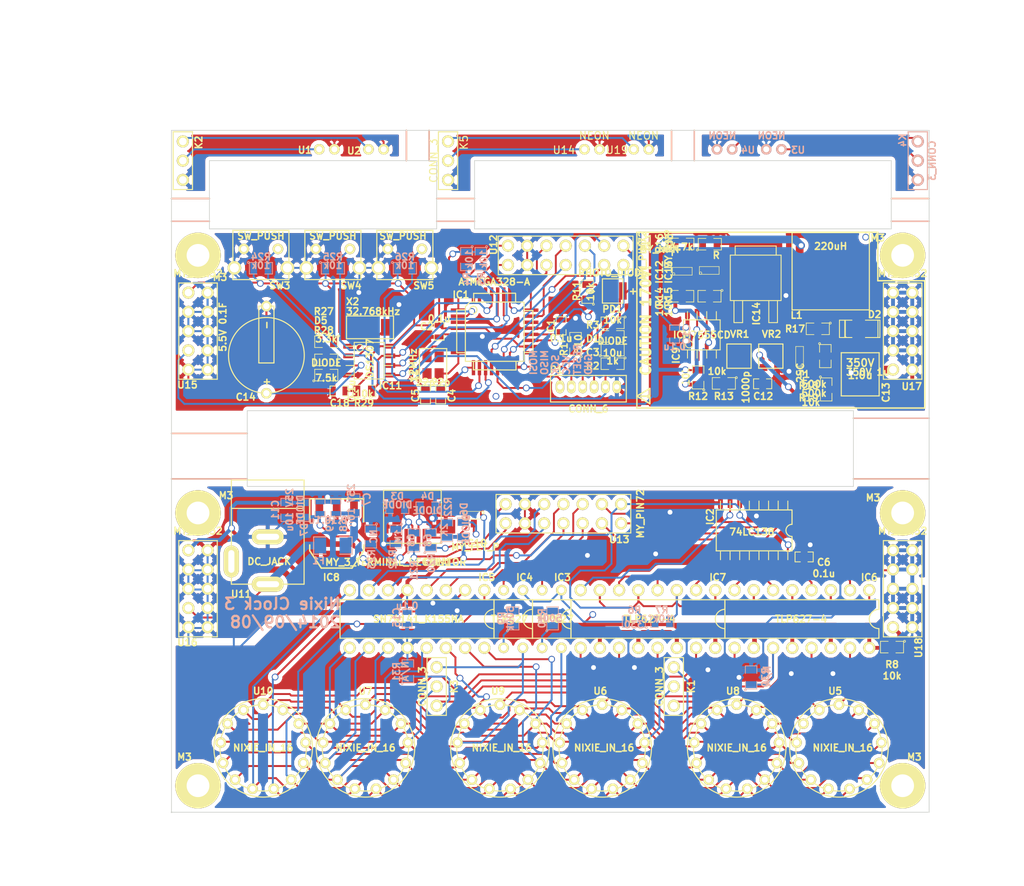
<source format=kicad_pcb>
(kicad_pcb (version 3) (host pcbnew "(2013-07-07 BZR 4022)-stable")
  (layers (15 F.Cu signal) (0 B.Cu signal) (18 B.Paste user) (19 F.Paste user) (20 B.SilkS user) (21 F.SilkS user) (22 B.Mask user) (23 F.Mask user) (28 Edge.Cuts user))
  (net 0 "")
  (net 1 +5V)
  (net 2 +9V)
  (net 3 /INT0_D+)
  (net 4 /INT1_D-)
  (net 5 /MISO)
  (net 6 /MOSI)
  (net 7 /PB0)
  (net 8 /PB1)
  (net 9 /PB2)
  (net 10 /PC0)
  (net 11 /PC1)
  (net 12 /PC2)
  (net 13 /PC3)
  (net 14 /PINPB0)
  (net 15 /PINPB1)
  (net 16 /PINPB2)
  (net 17 /PINPB3)
  (net 18 /PINPB4)
  (net 19 /PINPC0)
  (net 20 /PINPC1)
  (net 21 /PINPC2)
  (net 22 /PINPC3)
  (net 23 /RESET)
  (net 24 /SCK)
  (net 25 /Sheet53F8BA4D/out)
  (net 26 /Sheet53F8FD69/A)
  (net 27 /Sheet53F8FD69/B)
  (net 28 /Sheet53F8FD69/Push)
  (net 29 /Sheet53F905A8/CLKOUT)
  (net 30 /Sheet53F905A8/SCL)
  (net 31 /Sheet53F905A8/SDA)
  (net 32 /nixie/L1)
  (net 33 /nixie/L2)
  (net 34 /nixie/L3)
  (net 35 /nixie/L4)
  (net 36 /nixie/L5)
  (net 37 /nixie/L6)
  (net 38 /nixie/L7)
  (net 39 /nixie/L8)
  (net 40 /nixie/N0)
  (net 41 /nixie/N1)
  (net 42 /nixie/N2)
  (net 43 /nixie/N3)
  (net 44 /nixie/N4)
  (net 45 /nixie/N5)
  (net 46 /nixie/N6)
  (net 47 /nixie/N7)
  (net 48 /nixie/N8)
  (net 49 /nixie/N9)
  (net 50 /nixie/Sheet53F9F7BA/1)
  (net 51 /nixie/Sheet53F9F7BA/2)
  (net 52 /nixie/Sheet53F9F7BA/3)
  (net 53 /nixie/Sheet53F9F7BA/4)
  (net 54 /nixie/Sheet53F9F7BA/5)
  (net 55 /nixie/Sheet53F9F7BA/6)
  (net 56 /nixie/Sheet53F9F7BA/NEG1)
  (net 57 /nixie/Sheet53F9F7BA/NEG2)
  (net 58 /nixie/Sheet53F9F7BA/NEG3)
  (net 59 /nixie/Sheet53F9F7BA/NEL1)
  (net 60 /nixie/Sheet53F9F7BA/NEL2)
  (net 61 /nixie/Sheet53F9F7BA/NEL3)
  (net 62 /nixie/Sheet53F9F7BA/NEU1)
  (net 63 /nixie/Sheet53F9F7BA/NEU2)
  (net 64 /nixie/Sheet53F9F7BA/NEU3)
  (net 65 /nixie/Sheet53F9F7BA/colon_l)
  (net 66 /nixie/Sheet53F9F7BA/colon_r)
  (net 67 /nixie/Sheet53F9F7BA/dot_cathode_l)
  (net 68 /nixie/Sheet53F9F7BA/dot_cathode_r)
  (net 69 170V)
  (net 70 GND)
  (net 71 N-000001)
  (net 72 N-0000013)
  (net 73 N-0000014)
  (net 74 N-000002)
  (net 75 N-0000049)
  (net 76 N-0000050)
  (net 77 N-0000051)
  (net 78 N-0000052)
  (net 79 N-0000060)
  (net 80 N-0000070)
  (net 81 N-0000071)
  (net 82 N-0000072)
  (net 83 N-0000073)
  (net 84 N-0000074)
  (net 85 N-0000077)
  (net 86 N-0000078)
  (net 87 N-0000079)
  (net 88 N-0000080)
  (net 89 N-0000081)
  (net 90 N-0000082)
  (net 91 N-0000083)
  (net 92 N-0000084)
  (net 93 N-0000085)
  (net 94 N-0000086)
  (net 95 N-0000087)
  (net 96 N-0000088)
  (net 97 N-0000089)
  (net 98 N-0000090)
  (net 99 N-0000091)
  (net 100 N-0000092)
  (net 101 N-0000093)
  (net 102 N-0000094)
  (net 103 PIN170V)
  (net 104 PIN5V)
  (net 105 PIN9V)
  (net 106 PIND+)
  (net 107 PIND-)
  (net 108 PINGND)
  (net 109 USB5V)
  (module my_3pin (layer F.Cu) (at 101.5 66 90)
    (fp_text reference K2 (at 2.4 2.1 90) (layer F.SilkS) (effects (font (size 0.9 0.9) (thickness 0.2))))
    (fp_text value "" (at 0 -1.9 90) (layer F.SilkS) (effects (font (size 0.9 0.9) (thickness 0.2))))
    (pad 1 thru_hole circle (at -2.54 0 90) (size 1.6 1.6) (drill 1) (layers *.Cu *.Mask F.SilkS) (net 56 /nixie/Sheet53F9F7BA/NEG1))
    (pad 2 thru_hole circle (at 0 0 90) (size 1.6 1.6) (drill 1) (layers *.Cu *.Mask F.SilkS) (net 59 /nixie/Sheet53F9F7BA/NEL1))
    (pad 3 thru_hole circle (at 2.54 0 90) (size 1.6 1.6) (drill 1) (layers *.Cu *.Mask F.SilkS) (net 62 /nixie/Sheet53F9F7BA/NEU1))
  )
  (module my_so16 (layer F.Cu) (at 176.9 114.8 180)
    (fp_text reference IC2 (at 5.8 1.8 270) (layer F.SilkS) (effects (font (size 0.9 0.9) (thickness 0.2))))
    (fp_text value 74LC138 (at 0.3 -0.2 180) (layer F.SilkS) (effects (font (size 0.9 0.9) (thickness 0.2))))
    (pad 1 smd rect (at -4.445 3.594 180) (size 0.635 1.27) (layers F.Cu F.Paste F.Mask) (net 14 /PINPB0))
    (pad 2 smd rect (at -3.175 3.594 180) (size 0.635 1.27) (layers F.Cu F.Paste F.Mask) (net 15 /PINPB1))
    (pad 3 smd rect (at -1.905 3.594 180) (size 0.635 1.27) (layers F.Cu F.Paste F.Mask) (net 16 /PINPB2))
    (pad 4 smd rect (at -0.635 3.594 180) (size 0.635 1.27) (layers F.Cu F.Paste F.Mask) (net 70 GND))
    (pad 5 smd rect (at 0.635 3.594 180) (size 0.635 1.27) (layers F.Cu F.Paste F.Mask) (net 70 GND))
    (pad 6 smd rect (at 1.905 3.594 180) (size 0.635 1.27) (layers F.Cu F.Paste F.Mask) (net 1 +5V))
    (pad 7 smd rect (at 3.175 3.594 180) (size 0.635 1.27) (layers F.Cu F.Paste F.Mask) (net 39 /nixie/L8))
    (pad 8 smd rect (at 4.445 3.594 180) (size 0.635 1.27) (layers F.Cu F.Paste F.Mask) (net 70 GND))
    (pad 9 smd rect (at 4.445 -3.594 180) (size 0.635 1.27) (layers F.Cu F.Paste F.Mask) (net 38 /nixie/L7))
    (pad 10 smd rect (at 3.175 -3.594 180) (size 0.635 1.27) (layers F.Cu F.Paste F.Mask) (net 37 /nixie/L6))
    (pad 11 smd rect (at 1.905 -3.594 180) (size 0.635 1.27) (layers F.Cu F.Paste F.Mask) (net 36 /nixie/L5))
    (pad 12 smd rect (at 0.635 -3.594 180) (size 0.635 1.27) (layers F.Cu F.Paste F.Mask) (net 35 /nixie/L4))
    (pad 13 smd rect (at -0.635 -3.594 180) (size 0.635 1.27) (layers F.Cu F.Paste F.Mask) (net 34 /nixie/L3))
    (pad 14 smd rect (at -1.905 -3.594 180) (size 0.635 1.27) (layers F.Cu F.Paste F.Mask) (net 33 /nixie/L2))
    (pad 15 smd rect (at -3.175 -3.594 180) (size 0.635 1.27) (layers F.Cu F.Paste F.Mask) (net 32 /nixie/L1))
    (pad 16 smd rect (at -4.445 -3.594 180) (size 0.635 1.27) (layers F.Cu F.Paste F.Mask) (net 1 +5V))
  )
  (module my_dip16 (layer F.Cu) (at 162.886 126.494 180)
    (fp_text reference IC7 (at -9.214 5.494 180) (layer F.SilkS) (effects (font (size 0.9 0.9) (thickness 0.2))))
    (fp_text value TLP627-4 (at -0.214 -0.006 180) (layer F.SilkS) (effects (font (size 0.9 0.9) (thickness 0.2))))
    (pad 1 thru_hole circle (at -8.89 3.81 180) (size 1.6 1.6) (drill 1) (layers *.Cu *.Mask F.SilkS) (net 79 N-0000060))
    (pad 2 thru_hole circle (at -6.35 3.81 180) (size 1.6 1.6) (drill 1) (layers *.Cu *.Mask F.SilkS) (net 36 /nixie/L5))
    (pad 3 thru_hole circle (at -3.81 3.81 180) (size 1.6 1.6) (drill 1) (layers *.Cu *.Mask F.SilkS) (net 79 N-0000060))
    (pad 4 thru_hole circle (at -1.27 3.81 180) (size 1.6 1.6) (drill 1) (layers *.Cu *.Mask F.SilkS) (net 37 /nixie/L6))
    (pad 5 thru_hole circle (at 1.27 3.81 180) (size 1.6 1.6) (drill 1) (layers *.Cu *.Mask F.SilkS) (net 79 N-0000060))
    (pad 6 thru_hole circle (at 3.81 3.81 180) (size 1.6 1.6) (drill 1) (layers *.Cu *.Mask F.SilkS) (net 38 /nixie/L7))
    (pad 7 thru_hole circle (at 6.35 3.81 180) (size 1.6 1.6) (drill 1) (layers *.Cu *.Mask F.SilkS) (net 79 N-0000060))
    (pad 8 thru_hole circle (at 8.89 3.81 180) (size 1.6 1.6) (drill 1) (layers *.Cu *.Mask F.SilkS) (net 39 /nixie/L8))
    (pad 9 thru_hole circle (at 8.89 -3.81 180) (size 1.6 1.6) (drill 1) (layers *.Cu *.Mask F.SilkS) (net 55 /nixie/Sheet53F9F7BA/6))
    (pad 10 thru_hole circle (at 6.35 -3.81 180) (size 1.6 1.6) (drill 1) (layers *.Cu *.Mask F.SilkS) (net 78 N-0000052))
    (pad 11 thru_hole circle (at 3.81 -3.81 180) (size 1.6 1.6) (drill 1) (layers *.Cu *.Mask F.SilkS) (net 54 /nixie/Sheet53F9F7BA/5))
    (pad 12 thru_hole circle (at 1.27 -3.81 180) (size 1.6 1.6) (drill 1) (layers *.Cu *.Mask F.SilkS) (net 78 N-0000052))
    (pad 13 thru_hole circle (at -1.27 -3.81 180) (size 1.6 1.6) (drill 1) (layers *.Cu *.Mask F.SilkS) (net 66 /nixie/Sheet53F9F7BA/colon_r))
    (pad 14 thru_hole circle (at -3.81 -3.81 180) (size 1.6 1.6) (drill 1) (layers *.Cu *.Mask F.SilkS) (net 78 N-0000052))
    (pad 15 thru_hole circle (at -6.35 -3.81 180) (size 1.6 1.6) (drill 1) (layers *.Cu *.Mask F.SilkS) (net 53 /nixie/Sheet53F9F7BA/4))
    (pad 16 thru_hole circle (at -8.89 -3.81 180) (size 1.6 1.6) (drill 1) (layers *.Cu *.Mask F.SilkS) (net 78 N-0000052))
  )
  (module TQFP32 (layer F.Cu) (at 142.675 88.55)
    (fp_text reference IC1 (at -4.475 -4.85) (layer F.SilkS) (effects (font (size 0.9 0.9) (thickness 0.2))))
    (fp_text value ATMEGA328-A (at -0.075 -6.55) (layer F.SilkS) (effects (font (size 0.9 0.9) (thickness 0.2))))
    (pad 8 smd rect (at -4.81584 2.77622) (size 1.99898 0.44958) (layers F.Cu F.Paste F.Mask) (net 72 N-0000013))
    (pad 7 smd rect (at -4.81584 1.97612) (size 1.99898 0.44958) (layers F.Cu F.Paste F.Mask) (net 73 N-0000014))
    (pad 6 smd rect (at -4.81584 1.17602) (size 1.99898 0.44958) (layers F.Cu F.Paste F.Mask) (net 104 PIN5V))
    (pad 5 smd rect (at -4.81584 0.37592) (size 1.99898 0.44958) (layers F.Cu F.Paste F.Mask) (net 108 PINGND))
    (pad 4 smd rect (at -4.81584 -0.42418) (size 1.99898 0.44958) (layers F.Cu F.Paste F.Mask) (net 104 PIN5V))
    (pad 3 smd rect (at -4.81584 -1.22428) (size 1.99898 0.44958) (layers F.Cu F.Paste F.Mask) (net 108 PINGND))
    (pad 2 smd rect (at -4.81584 -2.02438) (size 1.99898 0.44958) (layers F.Cu F.Paste F.Mask) (net 29 /Sheet53F905A8/CLKOUT))
    (pad 1 smd rect (at -4.81584 -2.82448) (size 1.99898 0.44958) (layers F.Cu F.Paste F.Mask) (net 4 /INT1_D-))
    (pad 24 smd rect (at 4.7498 -2.8194) (size 1.99898 0.44958) (layers F.Cu F.Paste F.Mask) (net 11 /PC1))
    (pad 17 smd rect (at 4.7498 2.794) (size 1.99898 0.44958) (layers F.Cu F.Paste F.Mask) (net 24 /SCK))
    (pad 18 smd rect (at 4.7498 1.9812) (size 1.99898 0.44958) (layers F.Cu F.Paste F.Mask) (net 104 PIN5V))
    (pad 19 smd rect (at 4.7498 1.1684) (size 1.99898 0.44958) (layers F.Cu F.Paste F.Mask) (net 25 /Sheet53F8BA4D/out))
    (pad 20 smd rect (at 4.7498 0.381) (size 1.99898 0.44958) (layers F.Cu F.Paste F.Mask) (net 71 N-000001))
    (pad 21 smd rect (at 4.7498 -0.4318) (size 1.99898 0.44958) (layers F.Cu F.Paste F.Mask) (net 108 PINGND))
    (pad 22 smd rect (at 4.7498 -1.2192) (size 1.99898 0.44958) (layers F.Cu F.Paste F.Mask))
    (pad 23 smd rect (at 4.7498 -2.032) (size 1.99898 0.44958) (layers F.Cu F.Paste F.Mask) (net 10 /PC0))
    (pad 32 smd rect (at -2.82448 -4.826) (size 0.44958 1.99898) (layers F.Cu F.Paste F.Mask) (net 3 /INT0_D+))
    (pad 31 smd rect (at -2.02692 -4.826) (size 0.44958 1.99898) (layers F.Cu F.Paste F.Mask))
    (pad 30 smd rect (at -1.22428 -4.826) (size 0.44958 1.99898) (layers F.Cu F.Paste F.Mask))
    (pad 29 smd rect (at -0.42672 -4.826) (size 0.44958 1.99898) (layers F.Cu F.Paste F.Mask) (net 23 /RESET))
    (pad 28 smd rect (at 0.37592 -4.826) (size 0.44958 1.99898) (layers F.Cu F.Paste F.Mask) (net 30 /Sheet53F905A8/SCL))
    (pad 27 smd rect (at 1.17348 -4.826) (size 0.44958 1.99898) (layers F.Cu F.Paste F.Mask) (net 31 /Sheet53F905A8/SDA))
    (pad 26 smd rect (at 1.97612 -4.826) (size 0.44958 1.99898) (layers F.Cu F.Paste F.Mask) (net 13 /PC3))
    (pad 25 smd rect (at 2.77368 -4.826) (size 0.44958 1.99898) (layers F.Cu F.Paste F.Mask) (net 12 /PC2))
    (pad 9 smd rect (at -2.8194 4.7752) (size 0.44958 1.99898) (layers F.Cu F.Paste F.Mask) (net 28 /Sheet53F8FD69/Push))
    (pad 10 smd rect (at -2.032 4.7752) (size 0.44958 1.99898) (layers F.Cu F.Paste F.Mask) (net 27 /Sheet53F8FD69/B))
    (pad 11 smd rect (at -1.2192 4.7752) (size 0.44958 1.99898) (layers F.Cu F.Paste F.Mask) (net 26 /Sheet53F8FD69/A))
    (pad 12 smd rect (at -0.4318 4.7752) (size 0.44958 1.99898) (layers F.Cu F.Paste F.Mask) (net 7 /PB0))
    (pad 13 smd rect (at 0.3556 4.7752) (size 0.44958 1.99898) (layers F.Cu F.Paste F.Mask) (net 8 /PB1))
    (pad 14 smd rect (at 1.1684 4.7752) (size 0.44958 1.99898) (layers F.Cu F.Paste F.Mask) (net 9 /PB2))
    (pad 15 smd rect (at 1.9812 4.7752) (size 0.44958 1.99898) (layers F.Cu F.Paste F.Mask) (net 6 /MOSI))
    (pad 16 smd rect (at 2.794 4.7752) (size 0.44958 1.99898) (layers F.Cu F.Paste F.Mask) (net 5 /MISO))
  )
  (module my_usb_mini_b (layer F.Cu) (at 131.796 112.304 270)
    (fp_text reference CON1 (at 6.696 -3.304 360) (layer F.SilkS) (effects (font (size 0.9 0.9) (thickness 0.2))))
    (fp_text value USB_MINI_B hide)
    (pad 1 smd rect (at 3.44932 -1.6002 270) (size 2.30124 0.50038) (layers F.Cu F.Paste F.Mask) (net 109 USB5V))
    (pad 2 smd rect (at 3.44932 -0.8001 270) (size 2.30124 0.50038) (layers F.Cu F.Paste F.Mask) (net 98 N-0000090))
    (pad 3 smd rect (at 3.44932 0 270) (size 2.30124 0.50038) (layers F.Cu F.Paste F.Mask) (net 97 N-0000089))
    (pad 4 smd rect (at 3.44932 0.8001 270) (size 2.30124 0.50038) (layers F.Cu F.Paste F.Mask) (net 96 N-0000088))
    (pad 5 smd rect (at 3.44932 1.6002 270) (size 2.30124 0.50038) (layers F.Cu F.Paste F.Mask) (net 70 GND))
    (pad 6 smd rect (at 2 -4.4 270) (size 1.8 2.5) (layers F.Cu F.Paste F.Mask) (net 70 GND))
    (pad 7 smd rect (at -0.2 -4.4 270) (size 1.8 2.5) (layers F.Cu F.Paste F.Mask) (net 70 GND))
    (pad 8 smd rect (at 2 4.4 270) (size 1.8 2.5) (layers F.Cu F.Paste F.Mask) (net 70 GND))
    (pad 9 smd rect (at -0.2 4.4 270) (size 1.8 2.5) (layers F.Cu F.Paste F.Mask) (net 70 GND))
  )
  (module my_dcjack (layer F.Cu) (at 107.9 121.9 90)
    (fp_text reference U11 (at -1.3 1.3 180) (layer F.SilkS) (effects (font (size 0.9 0.9) (thickness 0.2))))
    (fp_text value DC_JACK (at 3 5 180) (layer F.SilkS) (effects (font (size 0.9 0.9) (thickness 0.2))))
    (pad 2 thru_hole oval (at 3 0 90) (size 4.2 2) (drill oval 3 0.8) (layers *.Cu *.Mask F.SilkS))
    (pad 3 thru_hole oval (at 6.25 4.8 90) (size 2 4.2) (drill oval 0.8 3) (layers *.Cu *.Mask F.SilkS) (net 70 GND))
    (pad 1 thru_hole oval (at 0 4.8 90) (size 2 4.2) (drill oval 0.8 3) (layers *.Cu *.Mask F.SilkS) (net 2 +9V))
  )
  (module my_inductor (layer F.Cu) (at 187.0072 80.5922 180)
    (fp_text reference L1 (at 4.5072 -5.8078 180) (layer F.SilkS) (effects (font (size 0.9 0.9) (thickness 0.2))))
    (fp_text value 220uH (at 0.0072 3.2922 180) (layer F.SilkS) (effects (font (size 0.9 0.9) (thickness 0.2))))
    (pad 1 smd rect (at 4.1 0 180) (size 3 3) (layers F.Cu F.Paste F.Mask) (net 105 PIN9V))
    (pad 2 smd rect (at -4.1 0 180) (size 3 3) (layers F.Cu F.Paste F.Mask) (net 87 N-0000079))
  )
  (module so-8 (layer F.Cu) (at 170.0072 88.9922)
    (fp_text reference IC9 (at -3.4072 2.7078 90) (layer F.SilkS) (effects (font (size 0.9 0.9) (thickness 0.2))))
    (fp_text value ICM7555CD (at -0.0072 0.0078) (layer F.SilkS) (effects (font (size 0.9 0.9) (thickness 0.2))))
    (pad 1 smd rect (at -1.905 2.794) (size 0.635 1.27) (layers F.Cu F.Paste F.Mask) (net 108 PINGND))
    (pad 2 smd rect (at -0.635 2.794) (size 0.635 1.27) (layers F.Cu F.Paste F.Mask) (net 90 N-0000082))
    (pad 3 smd rect (at 0.635 2.794) (size 0.635 1.27) (layers F.Cu F.Paste F.Mask) (net 91 N-0000083))
    (pad 4 smd rect (at 1.905 2.794) (size 0.635 1.27) (layers F.Cu F.Paste F.Mask) (net 105 PIN9V))
    (pad 5 smd rect (at 1.905 -2.794) (size 0.635 1.27) (layers F.Cu F.Paste F.Mask) (net 92 N-0000084))
    (pad 6 smd rect (at 0.635 -2.794) (size 0.635 1.27) (layers F.Cu F.Paste F.Mask) (net 90 N-0000082))
    (pad 7 smd rect (at -0.635 -2.794) (size 0.635 1.27) (layers F.Cu F.Paste F.Mask) (net 89 N-0000081))
    (pad 8 smd rect (at -1.905 -2.794) (size 0.635 1.27) (layers F.Cu F.Paste F.Mask) (net 105 PIN9V))
  )
  (module SOT23 (layer F.Cu) (at 182.9 91.8 90)
    (fp_text reference T1 (at -2.4 0.6 180) (layer F.SilkS) (effects (font (size 0.9 0.9) (thickness 0.2))))
    (fp_text value 2SC (at -2.2 0.1 90) (layer F.SilkS) (effects (font (size 0.9 0.9) (thickness 0.2))))
    (pad 3 smd rect (at 0 -1.09982 90) (size 0.8001 1.00076) (layers F.Cu F.Paste F.Mask) (net 108 PINGND))
    (pad 2 smd rect (at 0.9525 1.09982 90) (size 0.8001 1.00076) (layers F.Cu F.Paste F.Mask) (net 92 N-0000084))
    (pad 1 smd rect (at -0.9525 1.09982 90) (size 0.8001 1.00076) (layers F.Cu F.Paste F.Mask) (net 82 N-0000072))
  )
  (module so-8 (layer F.Cu) (at 126.1 92.4 270)
    (fp_text reference IC11 (at 3.3 -2.8 360) (layer F.SilkS) (effects (font (size 0.9 0.9) (thickness 0.2))))
    (fp_text value DS1307 (at -0.3 -0.1 270) (layer F.SilkS) (effects (font (size 0.9 0.9) (thickness 0.2))))
    (pad 1 smd rect (at -1.905 2.794 270) (size 0.635 1.27) (layers F.Cu F.Paste F.Mask) (net 101 N-0000093))
    (pad 2 smd rect (at -0.635 2.794 270) (size 0.635 1.27) (layers F.Cu F.Paste F.Mask) (net 102 N-0000094))
    (pad 3 smd rect (at 0.635 2.794 270) (size 0.635 1.27) (layers F.Cu F.Paste F.Mask) (net 99 N-0000091))
    (pad 4 smd rect (at 1.905 2.794 270) (size 0.635 1.27) (layers F.Cu F.Paste F.Mask) (net 108 PINGND))
    (pad 5 smd rect (at 1.905 -2.794 270) (size 0.635 1.27) (layers F.Cu F.Paste F.Mask) (net 31 /Sheet53F905A8/SDA))
    (pad 6 smd rect (at 0.635 -2.794 270) (size 0.635 1.27) (layers F.Cu F.Paste F.Mask) (net 30 /Sheet53F905A8/SCL))
    (pad 7 smd rect (at -0.635 -2.794 270) (size 0.635 1.27) (layers F.Cu F.Paste F.Mask) (net 29 /Sheet53F905A8/CLKOUT))
    (pad 8 smd rect (at -1.905 -2.794 270) (size 0.635 1.27) (layers F.Cu F.Paste F.Mask) (net 104 PIN5V))
  )
  (module SM1206POL (layer F.Cu) (at 190.7 88.2 180)
    (fp_text reference D2 (at -2.1 1.9 180) (layer F.SilkS) (effects (font (size 0.9 0.9) (thickness 0.2))))
    (fp_text value DIODE hide)
    (pad 1 smd rect (at -1.651 0 180) (size 1.524 2.032) (layers F.Cu F.Paste F.Mask) (net 87 N-0000079))
    (pad 2 smd rect (at 1.651 0 180) (size 1.524 2.032) (layers F.Cu F.Paste F.Mask) (net 69 170V))
  )
  (module SM1206 (layer B.Cu) (at 121.3 116.8)
    (fp_text reference F1 (at -1.9 2) (layer B.SilkS) (effects (font (size 0.9 0.9) (thickness 0.2)) (justify mirror)))
    (fp_text value FUSE hide)
    (pad 1 smd rect (at -1.651 0) (size 1.524 2.032) (layers B.Cu B.Paste B.Mask) (net 2 +9V))
    (pad 2 smd rect (at 1.651 0) (size 1.524 2.032) (layers B.Cu B.Paste B.Mask) (net 81 N-0000071))
  )
  (module SM0805 (layer B.Cu) (at 176.5 134.2 90)
    (fp_text reference R30 (at 0 1.9 90) (layer B.SilkS) (effects (font (size 0.9 0.9) (thickness 0.2)) (justify mirror)))
    (fp_text value N/A (at 0.2 2.1 90) (layer B.SilkS) (effects (font (size 0.9 0.9) (thickness 0.2)) (justify mirror)))
    (pad 1 smd rect (at -0.9525 0 90) (size 0.889 1.397) (layers B.Cu B.Paste B.Mask) (net 65 /nixie/Sheet53F9F7BA/colon_l))
    (pad 2 smd rect (at 0.9525 0 90) (size 0.889 1.397) (layers B.Cu B.Paste B.Mask) (net 70 GND))
  )
  (module SM0805 (layer B.Cu) (at 136.35 114.75 90)
    (fp_text reference R22 (at 3.05 0.15 90) (layer B.SilkS) (effects (font (size 0.9 0.9) (thickness 0.2)) (justify mirror)))
    (fp_text value 2K (at 0 -0.381 90) (layer B.SilkS) (effects (font (size 0.9 0.9) (thickness 0.2)) (justify mirror)))
    (pad 1 smd rect (at -0.9525 0 90) (size 0.889 1.397) (layers B.Cu B.Paste B.Mask) (net 1 +5V))
    (pad 2 smd rect (at 0.9525 0 90) (size 0.889 1.397) (layers B.Cu B.Paste B.Mask) (net 98 N-0000090))
  )
  (module SM0805 (layer F.Cu) (at 167.4072 83.8922)
    (fp_text reference R14 (at -3.0072 0.1078 90) (layer F.SilkS) (effects (font (size 0.9 0.9) (thickness 0.2))))
    (fp_text value 10k (at -3.0072 1.4078 90) (layer F.SilkS) (effects (font (size 0.9 0.9) (thickness 0.2))))
    (pad 1 smd rect (at -0.9525 0) (size 0.889 1.397) (layers F.Cu F.Paste F.Mask) (net 91 N-0000083))
    (pad 2 smd rect (at 0.9525 0) (size 0.889 1.397) (layers F.Cu F.Paste F.Mask) (net 80 N-0000070))
  )
  (module SM0805 (layer B.Cu) (at 124.1 111.5 90)
    (fp_text reference C7 (at 0.8 1.7 90) (layer B.SilkS) (effects (font (size 0.9 0.9) (thickness 0.2)) (justify mirror)))
    (fp_text value "25V 10u" (at 0 -0.381 90) (layer B.SilkS) (effects (font (size 0.9 0.9) (thickness 0.2)) (justify mirror)))
    (pad 1 smd rect (at -0.9525 0 90) (size 0.889 1.397) (layers B.Cu B.Paste B.Mask) (net 81 N-0000071))
    (pad 2 smd rect (at 0.9525 0 90) (size 0.889 1.397) (layers B.Cu B.Paste B.Mask) (net 70 GND))
  )
  (module SM0805 (layer B.Cu) (at 115.2 112.1 270)
    (fp_text reference C11 (at 0 1.5 270) (layer B.SilkS) (effects (font (size 0.9 0.9) (thickness 0.2)) (justify mirror)))
    (fp_text value "25V 10u" (at 0 -0.381 270) (layer B.SilkS) (effects (font (size 0.9 0.9) (thickness 0.2)) (justify mirror)))
    (pad 1 smd rect (at -0.9525 0 270) (size 0.889 1.397) (layers B.Cu B.Paste B.Mask) (net 1 +5V))
    (pad 2 smd rect (at 0.9525 0 270) (size 0.889 1.397) (layers B.Cu B.Paste B.Mask) (net 70 GND))
  )
  (module SM0805 (layer B.Cu) (at 134.2 116.1 90)
    (fp_text reference R20 (at -3 0.1 90) (layer B.SilkS) (effects (font (size 0.9 0.9) (thickness 0.2)) (justify mirror)))
    (fp_text value 68 (at 0 -0.381 90) (layer B.SilkS) (effects (font (size 0.9 0.9) (thickness 0.2)) (justify mirror)))
    (pad 1 smd rect (at -0.9525 0 90) (size 0.889 1.397) (layers B.Cu B.Paste B.Mask) (net 107 PIND-))
    (pad 2 smd rect (at 0.9525 0 90) (size 0.889 1.397) (layers B.Cu B.Paste B.Mask) (net 98 N-0000090))
  )
  (module SM0805 (layer B.Cu) (at 132 116.1 90)
    (fp_text reference R21 (at -4 0 90) (layer B.SilkS) (effects (font (size 0.9 0.9) (thickness 0.2)) (justify mirror)))
    (fp_text value 68 (at 0 -0.381 90) (layer B.SilkS) (effects (font (size 0.9 0.9) (thickness 0.2)) (justify mirror)))
    (pad 1 smd rect (at -0.9525 0 90) (size 0.889 1.397) (layers B.Cu B.Paste B.Mask) (net 106 PIND+))
    (pad 2 smd rect (at 0.9525 0 90) (size 0.889 1.397) (layers B.Cu B.Paste B.Mask) (net 97 N-0000089))
  )
  (module SM0805 (layer B.Cu) (at 126.3 115.6 270)
    (fp_text reference R23 (at 3 -0.1 270) (layer B.SilkS) (effects (font (size 0.9 0.9) (thickness 0.2)) (justify mirror)))
    (fp_text value NC (at 0 -0.381 270) (layer B.SilkS) (effects (font (size 0.9 0.9) (thickness 0.2)) (justify mirror)))
    (pad 1 smd rect (at -0.9525 0 270) (size 0.889 1.397) (layers B.Cu B.Paste B.Mask) (net 70 GND))
    (pad 2 smd rect (at 0.9525 0 270) (size 0.889 1.397) (layers B.Cu B.Paste B.Mask) (net 96 N-0000088))
  )
  (module SM0805 (layer B.Cu) (at 133.8 111.8 180)
    (fp_text reference D4 (at 0 1.5 180) (layer B.SilkS) (effects (font (size 0.9 0.9) (thickness 0.2)) (justify mirror)))
    (fp_text value DIODE (at 0 -0.381 180) (layer B.SilkS) (effects (font (size 0.9 0.9) (thickness 0.2)) (justify mirror)))
    (pad 1 smd rect (at -0.9525 0 180) (size 0.889 1.397) (layers B.Cu B.Paste B.Mask) (net 70 GND))
    (pad 2 smd rect (at 0.9525 0 180) (size 0.889 1.397) (layers B.Cu B.Paste B.Mask) (net 98 N-0000090))
  )
  (module SM0805 (layer B.Cu) (at 131.2 133.4 90)
    (fp_text reference R31 (at -0.1 -1.5 90) (layer B.SilkS) (effects (font (size 0.9 0.9) (thickness 0.2)) (justify mirror)))
    (fp_text value N/A (at 0 -0.381 90) (layer B.SilkS) (effects (font (size 0.9 0.9) (thickness 0.2)) (justify mirror)))
    (pad 1 smd rect (at -0.9525 0 90) (size 0.889 1.397) (layers B.Cu B.Paste B.Mask) (net 66 /nixie/Sheet53F9F7BA/colon_r))
    (pad 2 smd rect (at 0.9525 0 90) (size 0.889 1.397) (layers B.Cu B.Paste B.Mask) (net 70 GND))
  )
  (module SM0805 (layer F.Cu) (at 186.4072 96.1922 270)
    (fp_text reference R19 (at 1.1078 2.3072 360) (layer F.SilkS) (effects (font (size 0.9 0.9) (thickness 0.2))))
    (fp_text value 10k (at 1.7078 2.0072 360) (layer F.SilkS) (effects (font (size 0.9 0.9) (thickness 0.2))))
    (pad 1 smd rect (at -0.9525 0 270) (size 0.889 1.397) (layers F.Cu F.Paste F.Mask) (net 82 N-0000072))
    (pad 2 smd rect (at 0.9525 0 270) (size 0.889 1.397) (layers F.Cu F.Paste F.Mask) (net 84 N-0000074))
  )
  (module SM0805 (layer F.Cu) (at 186.3 91.8 270)
    (fp_text reference R18 (at 3.9 2.2 360) (layer F.SilkS) (effects (font (size 0.9 0.9) (thickness 0.2))))
    (fp_text value 500k (at 4.9 1.5 360) (layer F.SilkS) (effects (font (size 0.9 0.9) (thickness 0.2))))
    (pad 1 smd rect (at -0.9525 0 270) (size 0.889 1.397) (layers F.Cu F.Paste F.Mask) (net 83 N-0000073))
    (pad 2 smd rect (at 0.9525 0 270) (size 0.889 1.397) (layers F.Cu F.Paste F.Mask) (net 82 N-0000072))
  )
  (module SM0805 (layer F.Cu) (at 185.3 88.2 180)
    (fp_text reference R17 (at 3 0 180) (layer F.SilkS) (effects (font (size 0.9 0.9) (thickness 0.2))))
    (fp_text value 500k (at 0.5 -7.3 180) (layer F.SilkS) (effects (font (size 0.9 0.9) (thickness 0.2))))
    (pad 1 smd rect (at -0.9525 0 180) (size 0.889 1.397) (layers F.Cu F.Paste F.Mask) (net 69 170V))
    (pad 2 smd rect (at 0.9525 0 180) (size 0.889 1.397) (layers F.Cu F.Paste F.Mask) (net 83 N-0000073))
  )
  (module SM0805 (layer F.Cu) (at 154.925 83.3 90)
    (fp_text reference R11 (at 0.1 -1.425 90) (layer F.SilkS) (effects (font (size 0.9 0.9) (thickness 0.2))))
    (fp_text value 10k (at 0 0.381 90) (layer F.SilkS) (effects (font (size 0.9 0.9) (thickness 0.2))))
    (pad 1 smd rect (at -0.9525 0 90) (size 0.889 1.397) (layers F.Cu F.Paste F.Mask) (net 108 PINGND))
    (pad 2 smd rect (at 0.9525 0 90) (size 0.889 1.397) (layers F.Cu F.Paste F.Mask) (net 25 /Sheet53F8BA4D/out))
  )
  (module SM0805 (layer F.Cu) (at 169.5 94.6 90)
    (fp_text reference R12 (at -2.5 0 180) (layer F.SilkS) (effects (font (size 0.9 0.9) (thickness 0.2))))
    (fp_text value 10k (at 0.1 -1.6 90) (layer F.SilkS) (effects (font (size 0.9 0.9) (thickness 0.2))))
    (pad 1 smd rect (at -0.9525 0 90) (size 0.889 1.397) (layers F.Cu F.Paste F.Mask) (net 89 N-0000081))
    (pad 2 smd rect (at 0.9525 0 90) (size 0.889 1.397) (layers F.Cu F.Paste F.Mask) (net 105 PIN9V))
  )
  (module SM0805 (layer F.Cu) (at 172.9 95.4 180)
    (fp_text reference R13 (at 0 -1.7 180) (layer F.SilkS) (effects (font (size 0.9 0.9) (thickness 0.2))))
    (fp_text value 10k (at 0.9 1.6 180) (layer F.SilkS) (effects (font (size 0.9 0.9) (thickness 0.2))))
    (pad 1 smd rect (at -0.9525 0 180) (size 0.889 1.397) (layers F.Cu F.Paste F.Mask) (net 88 N-0000080))
    (pad 2 smd rect (at 0.9525 0 180) (size 0.889 1.397) (layers F.Cu F.Paste F.Mask) (net 89 N-0000081))
  )
  (module SM0805 (layer F.Cu) (at 171.0072 83.8922 180)
    (fp_text reference R15 (at 5.4072 -0.1078 270) (layer F.SilkS) (effects (font (size 0.9 0.9) (thickness 0.2))))
    (fp_text value 10K (at 5.4072 -1.4078 270) (layer F.SilkS) (effects (font (size 0.9 0.9) (thickness 0.2))))
    (pad 1 smd rect (at -0.9525 0 180) (size 0.889 1.397) (layers F.Cu F.Paste F.Mask) (net 94 N-0000086))
    (pad 2 smd rect (at 0.9525 0 180) (size 0.889 1.397) (layers F.Cu F.Paste F.Mask) (net 80 N-0000070))
  )
  (module SM0805 (layer F.Cu) (at 167.425 77)
    (fp_text reference R16 (at -3.025 -0.1 90) (layer F.SilkS) (effects (font (size 0.9 0.9) (thickness 0.2))))
    (fp_text value 4.7k (at 0 0.381) (layer F.SilkS) (effects (font (size 0.9 0.9) (thickness 0.2))))
    (pad 1 smd rect (at -0.9525 0) (size 0.889 1.397) (layers F.Cu F.Paste F.Mask) (net 105 PIN9V))
    (pad 2 smd rect (at 0.9525 0) (size 0.889 1.397) (layers F.Cu F.Paste F.Mask) (net 93 N-0000085))
  )
  (module SM0805 (layer F.Cu) (at 120.425 94.3)
    (fp_text reference R28 (at -0.325 -5.9) (layer F.SilkS) (effects (font (size 0.9 0.9) (thickness 0.2))))
    (fp_text value 7.5k (at 0 0.381) (layer F.SilkS) (effects (font (size 0.9 0.9) (thickness 0.2))))
    (pad 1 smd rect (at -0.9525 0) (size 0.889 1.397) (layers F.Cu F.Paste F.Mask) (net 100 N-0000092))
    (pad 2 smd rect (at 0.9525 0) (size 0.889 1.397) (layers F.Cu F.Paste F.Mask) (net 108 PINGND))
  )
  (module SM0805 (layer F.Cu) (at 120.425 89.9 180)
    (fp_text reference R27 (at 0.325 4 180) (layer F.SilkS) (effects (font (size 0.9 0.9) (thickness 0.2))))
    (fp_text value 3.3k (at 0 0.381 180) (layer F.SilkS) (effects (font (size 0.9 0.9) (thickness 0.2))))
    (pad 1 smd rect (at -0.9525 0 180) (size 0.889 1.397) (layers F.Cu F.Paste F.Mask) (net 104 PIN5V))
    (pad 2 smd rect (at 0.9525 0 180) (size 0.889 1.397) (layers F.Cu F.Paste F.Mask) (net 100 N-0000092))
  )
  (module SM0805 (layer F.Cu) (at 158.225 91)
    (fp_text reference C3 (at -2.625 0.3) (layer F.SilkS) (effects (font (size 0.9 0.9) (thickness 0.2))))
    (fp_text value 10u (at 0 0.381) (layer F.SilkS) (effects (font (size 0.9 0.9) (thickness 0.2))))
    (pad 1 smd rect (at -0.9525 0) (size 0.889 1.397) (layers F.Cu F.Paste F.Mask) (net 74 N-000002))
    (pad 2 smd rect (at 0.9525 0) (size 0.889 1.397) (layers F.Cu F.Paste F.Mask) (net 108 PINGND))
  )
  (module SM0805 (layer F.Cu) (at 158.225 87.4 180)
    (fp_text reference R3 (at 2.625 -0.3 180) (layer F.SilkS) (effects (font (size 0.9 0.9) (thickness 0.2))))
    (fp_text value 10k (at 0 0.381 180) (layer F.SilkS) (effects (font (size 0.9 0.9) (thickness 0.2))))
    (pad 1 smd rect (at -0.9525 0 180) (size 0.889 1.397) (layers F.Cu F.Paste F.Mask) (net 104 PIN5V))
    (pad 2 smd rect (at 0.9525 0 180) (size 0.889 1.397) (layers F.Cu F.Paste F.Mask) (net 74 N-000002))
  )
  (module SM0805 (layer F.Cu) (at 158.225 89.2)
    (fp_text reference D1 (at -2.625 0.3) (layer F.SilkS) (effects (font (size 0.9 0.9) (thickness 0.2))))
    (fp_text value DIODE (at 0 0.6) (layer F.SilkS) (effects (font (size 0.9 0.9) (thickness 0.2))))
    (pad 1 smd rect (at -0.9525 0) (size 0.889 1.397) (layers F.Cu F.Paste F.Mask) (net 74 N-000002))
    (pad 2 smd rect (at 0.9525 0) (size 0.889 1.397) (layers F.Cu F.Paste F.Mask) (net 104 PIN5V))
  )
  (module SM0805 (layer F.Cu) (at 158.225 92.8 180)
    (fp_text reference R2 (at 2.625 -0.3 180) (layer F.SilkS) (effects (font (size 0.9 0.9) (thickness 0.2))))
    (fp_text value 1k (at 0 0.381 180) (layer F.SilkS) (effects (font (size 0.9 0.9) (thickness 0.2))))
    (pad 1 smd rect (at -0.9525 0 180) (size 0.889 1.397) (layers F.Cu F.Paste F.Mask) (net 23 /RESET))
    (pad 2 smd rect (at 0.9525 0 180) (size 0.889 1.397) (layers F.Cu F.Paste F.Mask) (net 74 N-000002))
  )
  (module SM0805 (layer B.Cu) (at 138.925 79 270)
    (fp_text reference R4 (at 2.6 -0.075 270) (layer B.SilkS) (effects (font (size 0.9 0.9) (thickness 0.2)) (justify mirror)))
    (fp_text value 10k (at 0 -0.381 270) (layer B.SilkS) (effects (font (size 0.9 0.9) (thickness 0.2)) (justify mirror)))
    (pad 1 smd rect (at -0.9525 0 270) (size 0.889 1.397) (layers B.Cu B.Paste B.Mask) (net 104 PIN5V))
    (pad 2 smd rect (at 0.9525 0 270) (size 0.889 1.397) (layers B.Cu B.Paste B.Mask) (net 30 /Sheet53F905A8/SCL))
  )
  (module SM0805 (layer B.Cu) (at 140.825 79 270)
    (fp_text reference R5 (at 2.6 -0.075 270) (layer B.SilkS) (effects (font (size 0.9 0.9) (thickness 0.2)) (justify mirror)))
    (fp_text value 10k (at 0 -0.381 270) (layer B.SilkS) (effects (font (size 0.9 0.9) (thickness 0.2)) (justify mirror)))
    (pad 1 smd rect (at -0.9525 0 270) (size 0.889 1.397) (layers B.Cu B.Paste B.Mask) (net 104 PIN5V))
    (pad 2 smd rect (at 0.9525 0 270) (size 0.889 1.397) (layers B.Cu B.Paste B.Mask) (net 31 /Sheet53F905A8/SDA))
  )
  (module SM0805 (layer F.Cu) (at 120.425 92.3)
    (fp_text reference D5 (at -0.725 -5.2) (layer F.SilkS) (effects (font (size 0.9 0.9) (thickness 0.2))))
    (fp_text value DIODE (at 0 0.381) (layer F.SilkS) (effects (font (size 0.9 0.9) (thickness 0.2))))
    (pad 1 smd rect (at -0.9525 0) (size 0.889 1.397) (layers F.Cu F.Paste F.Mask) (net 100 N-0000092))
    (pad 2 smd rect (at 0.9525 0) (size 0.889 1.397) (layers F.Cu F.Paste F.Mask) (net 99 N-0000091))
  )
  (module SM0805 (layer F.Cu) (at 125.425 96.4)
    (fp_text reference R29 (at -0.025 1.6) (layer F.SilkS) (effects (font (size 0.9 0.9) (thickness 0.2))))
    (fp_text value 10k (at 0 0.381) (layer F.SilkS) (effects (font (size 0.9 0.9) (thickness 0.2))))
    (pad 1 smd rect (at -0.9525 0) (size 0.889 1.397) (layers F.Cu F.Paste F.Mask) (net 104 PIN5V))
    (pad 2 smd rect (at 0.9525 0) (size 0.889 1.397) (layers F.Cu F.Paste F.Mask) (net 29 /Sheet53F905A8/CLKOUT))
  )
  (module SM0805 (layer B.Cu) (at 164.775 126.85)
    (fp_text reference R7 (at -0.075 -1.55) (layer B.SilkS) (effects (font (size 0.9 0.9) (thickness 0.2)) (justify mirror)))
    (fp_text value 10k (at 0 -0.381) (layer B.SilkS) (effects (font (size 0.9 0.9) (thickness 0.2)) (justify mirror)))
    (pad 1 smd rect (at -0.9525 0) (size 0.889 1.397) (layers B.Cu B.Paste B.Mask) (net 1 +5V))
    (pad 2 smd rect (at 0.9525 0) (size 0.889 1.397) (layers B.Cu B.Paste B.Mask) (net 79 N-0000060))
  )
  (module SM0805 (layer F.Cu) (at 195.1 130.2 180)
    (fp_text reference R8 (at 0 -2.3 180) (layer F.SilkS) (effects (font (size 0.9 0.9) (thickness 0.2))))
    (fp_text value 10k (at 0 -3.8 180) (layer F.SilkS) (effects (font (size 0.9 0.9) (thickness 0.2))))
    (pad 1 smd rect (at -0.9525 0 180) (size 0.889 1.397) (layers F.Cu F.Paste F.Mask) (net 103 PIN170V))
    (pad 2 smd rect (at 0.9525 0 180) (size 0.889 1.397) (layers F.Cu F.Paste F.Mask) (net 78 N-0000052))
  )
  (module SM0805 (layer B.Cu) (at 111.8 80.2)
    (fp_text reference R24 (at 0 -1.5) (layer B.SilkS) (effects (font (size 0.9 0.9) (thickness 0.2)) (justify mirror)))
    (fp_text value 10k (at 0 -0.381) (layer B.SilkS) (effects (font (size 0.9 0.9) (thickness 0.2)) (justify mirror)))
    (pad 1 smd rect (at -0.9525 0) (size 0.889 1.397) (layers B.Cu B.Paste B.Mask) (net 104 PIN5V))
    (pad 2 smd rect (at 0.9525 0) (size 0.889 1.397) (layers B.Cu B.Paste B.Mask) (net 26 /Sheet53F8FD69/A))
  )
  (module SM0805 (layer B.Cu) (at 145.096 126.404 90)
    (fp_text reference R9 (at 0.004 -1.496 90) (layer B.SilkS) (effects (font (size 0.9 0.9) (thickness 0.2)) (justify mirror)))
    (fp_text value 500k (at 0 -0.381 90) (layer B.SilkS) (effects (font (size 0.9 0.9) (thickness 0.2)) (justify mirror)))
    (pad 1 smd rect (at -0.9525 0 90) (size 0.889 1.397) (layers B.Cu B.Paste B.Mask) (net 76 N-0000050))
    (pad 2 smd rect (at 0.9525 0 90) (size 0.889 1.397) (layers B.Cu B.Paste B.Mask) (net 70 GND))
  )
  (module SM0805 (layer F.Cu) (at 153.325 90.2 90)
    (fp_text reference R1 (at -0.7 -1.525 90) (layer F.SilkS) (effects (font (size 0.9 0.9) (thickness 0.2))))
    (fp_text value 510 (at 0 0.381 90) (layer F.SilkS) (effects (font (size 0.9 0.9) (thickness 0.2))))
    (pad 1 smd rect (at -0.9525 0 90) (size 0.889 1.397) (layers F.Cu F.Paste F.Mask) (net 104 PIN5V))
    (pad 2 smd rect (at 0.9525 0 90) (size 0.889 1.397) (layers F.Cu F.Paste F.Mask) (net 71 N-000001))
  )
  (module SM0805 (layer B.Cu) (at 150.296 126.404 90)
    (fp_text reference R10 (at 0.004 -1.396 90) (layer B.SilkS) (effects (font (size 0.9 0.9) (thickness 0.2)) (justify mirror)))
    (fp_text value 500k (at 0 -0.381 180) (layer B.SilkS) (effects (font (size 0.9 0.9) (thickness 0.2)) (justify mirror)))
    (pad 1 smd rect (at -0.9525 0 90) (size 0.889 1.397) (layers B.Cu B.Paste B.Mask) (net 75 N-0000049))
    (pad 2 smd rect (at 0.9525 0 90) (size 0.889 1.397) (layers B.Cu B.Paste B.Mask) (net 70 GND))
  )
  (module SM0805 (layer B.Cu) (at 121.3 80.2)
    (fp_text reference R25 (at 0 -1.5) (layer B.SilkS) (effects (font (size 0.9 0.9) (thickness 0.2)) (justify mirror)))
    (fp_text value 10k (at 0 -0.381) (layer B.SilkS) (effects (font (size 0.9 0.9) (thickness 0.2)) (justify mirror)))
    (pad 1 smd rect (at -0.9525 0) (size 0.889 1.397) (layers B.Cu B.Paste B.Mask) (net 104 PIN5V))
    (pad 2 smd rect (at 0.9525 0) (size 0.889 1.397) (layers B.Cu B.Paste B.Mask) (net 27 /Sheet53F8FD69/B))
  )
  (module SM0805 (layer B.Cu) (at 130.8 80.2)
    (fp_text reference R26 (at 0 -1.5) (layer B.SilkS) (effects (font (size 0.9 0.9) (thickness 0.2)) (justify mirror)))
    (fp_text value 10k (at 0 -0.381) (layer B.SilkS) (effects (font (size 0.9 0.9) (thickness 0.2)) (justify mirror)))
    (pad 1 smd rect (at -0.9525 0) (size 0.889 1.397) (layers B.Cu B.Paste B.Mask) (net 104 PIN5V))
    (pad 2 smd rect (at 0.9525 0) (size 0.889 1.397) (layers B.Cu B.Paste B.Mask) (net 28 /Sheet53F8FD69/Push))
  )
  (module SM0805 (layer B.Cu) (at 161.025 126.85 180)
    (fp_text reference R6 (at -0.075 1.55 180) (layer B.SilkS) (effects (font (size 0.9 0.9) (thickness 0.2)) (justify mirror)))
    (fp_text value 330 (at 0 -0.381 180) (layer B.SilkS) (effects (font (size 0.9 0.9) (thickness 0.2)) (justify mirror)))
    (pad 1 smd rect (at -0.9525 0 180) (size 0.889 1.397) (layers B.Cu B.Paste B.Mask) (net 1 +5V))
    (pad 2 smd rect (at 0.9525 0 180) (size 0.889 1.397) (layers B.Cu B.Paste B.Mask) (net 77 N-0000051))
  )
  (module SM0805 (layer B.Cu) (at 129.8 111.8)
    (fp_text reference D3 (at 0 -1.5) (layer B.SilkS) (effects (font (size 0.9 0.9) (thickness 0.2)) (justify mirror)))
    (fp_text value DIODE (at 0 -0.381) (layer B.SilkS) (effects (font (size 0.9 0.9) (thickness 0.2)) (justify mirror)))
    (pad 1 smd rect (at -0.9525 0) (size 0.889 1.397) (layers B.Cu B.Paste B.Mask) (net 70 GND))
    (pad 2 smd rect (at 0.9525 0) (size 0.889 1.397) (layers B.Cu B.Paste B.Mask) (net 97 N-0000089))
  )
  (module SM0603_Capa (layer F.Cu) (at 122.125 96.4 180)
    (fp_text reference C18 (at -0.075 -1.6 180) (layer F.SilkS) (effects (font (size 0.9 0.9) (thickness 0.2))))
    (fp_text value 0.1u (at -1.651 0 270) (layer F.SilkS) (effects (font (size 0.9 0.9) (thickness 0.2))))
    (pad 1 smd rect (at -0.762 0 180) (size 0.635 1.143) (layers F.Cu F.Paste F.Mask) (net 104 PIN5V))
    (pad 2 smd rect (at 0.762 0 180) (size 0.635 1.143) (layers F.Cu F.Paste F.Mask) (net 108 PINGND))
  )
  (module SM0603_Capa (layer B.Cu) (at 121.7 111.8 90)
    (fp_text reference C8 (at -2.3 1 90) (layer B.SilkS) (effects (font (size 0.9 0.9) (thickness 0.2)) (justify mirror)))
    (fp_text value 0.1u (at -1.651 0 180) (layer B.SilkS) (effects (font (size 0.9 0.9) (thickness 0.2)) (justify mirror)))
    (pad 1 smd rect (at -0.762 0 90) (size 0.635 1.143) (layers B.Cu B.Paste B.Mask) (net 81 N-0000071))
    (pad 2 smd rect (at 0.762 0 90) (size 0.635 1.143) (layers B.Cu B.Paste B.Mask) (net 70 GND))
  )
  (module SM0603_Capa (layer B.Cu) (at 119.6 111.8 90)
    (fp_text reference C9 (at -2.3 1.3 90) (layer B.SilkS) (effects (font (size 0.9 0.9) (thickness 0.2)) (justify mirror)))
    (fp_text value 0.1u (at -1.651 0 180) (layer B.SilkS) (effects (font (size 0.9 0.9) (thickness 0.2)) (justify mirror)))
    (pad 1 smd rect (at -0.762 0 90) (size 0.635 1.143) (layers B.Cu B.Paste B.Mask) (net 86 N-0000078))
    (pad 2 smd rect (at 0.762 0 90) (size 0.635 1.143) (layers B.Cu B.Paste B.Mask) (net 70 GND))
  )
  (module SM0603_Capa (layer F.Cu) (at 183.5 118.3 180)
    (fp_text reference C6 (at -2.6 -0.7 180) (layer F.SilkS) (effects (font (size 0.9 0.9) (thickness 0.2))))
    (fp_text value 0.1u (at -2.6 -2.2 180) (layer F.SilkS) (effects (font (size 0.9 0.9) (thickness 0.2))))
    (pad 1 smd rect (at -0.762 0 180) (size 0.635 1.143) (layers F.Cu F.Paste F.Mask) (net 70 GND))
    (pad 2 smd rect (at 0.762 0 180) (size 0.635 1.143) (layers F.Cu F.Paste F.Mask) (net 1 +5V))
  )
  (module SM0603_Capa (layer F.Cu) (at 151.425 87.8 90)
    (fp_text reference C1 (at 0 -1.325 90) (layer F.SilkS) (effects (font (size 0.9 0.9) (thickness 0.2))))
    (fp_text value 0.1u (at -1.651 0 180) (layer F.SilkS) (effects (font (size 0.9 0.9) (thickness 0.2))))
    (pad 1 smd rect (at -0.762 0 90) (size 0.635 1.143) (layers F.Cu F.Paste F.Mask) (net 71 N-000001))
    (pad 2 smd rect (at 0.762 0 90) (size 0.635 1.143) (layers F.Cu F.Paste F.Mask) (net 108 PINGND))
  )
  (module SM0603_Capa (layer F.Cu) (at 133.525 96.9 270)
    (fp_text reference C5 (at 0.1 1.325 270) (layer F.SilkS) (effects (font (size 0.9 0.9) (thickness 0.2))))
    (fp_text value 22p (at -1.651 0 360) (layer F.SilkS) (effects (font (size 0.9 0.9) (thickness 0.2))))
    (pad 1 smd rect (at -0.762 0 270) (size 0.635 1.143) (layers F.Cu F.Paste F.Mask) (net 73 N-0000014))
    (pad 2 smd rect (at 0.762 0 270) (size 0.635 1.143) (layers F.Cu F.Paste F.Mask) (net 108 PINGND))
  )
  (module SM0603_Capa (layer F.Cu) (at 135.525 96.9 270)
    (fp_text reference C4 (at 0.1 -1.475 270) (layer F.SilkS) (effects (font (size 0.9 0.9) (thickness 0.2))))
    (fp_text value 22p (at -1.651 0 360) (layer F.SilkS) (effects (font (size 0.9 0.9) (thickness 0.2))))
    (pad 1 smd rect (at -0.762 0 270) (size 0.635 1.143) (layers F.Cu F.Paste F.Mask) (net 72 N-0000013))
    (pad 2 smd rect (at 0.762 0 270) (size 0.635 1.143) (layers F.Cu F.Paste F.Mask) (net 108 PINGND))
  )
  (module SM0603_Capa (layer F.Cu) (at 135.325 88.5 270)
    (fp_text reference C2 (at -0.6 1.625 540) (layer F.SilkS) (effects (font (size 0.9 0.9) (thickness 0.2))))
    (fp_text value 0.1u (at -1.651 0 360) (layer F.SilkS) (effects (font (size 0.9 0.9) (thickness 0.2))))
    (pad 1 smd rect (at -0.762 0 270) (size 0.635 1.143) (layers F.Cu F.Paste F.Mask) (net 104 PIN5V))
    (pad 2 smd rect (at 0.762 0 270) (size 0.635 1.143) (layers F.Cu F.Paste F.Mask) (net 108 PINGND))
  )
  (module SM0603_Capa (layer F.Cu) (at 178.025 95.45)
    (fp_text reference C12 (at 0.075 1.65) (layer F.SilkS) (effects (font (size 0.9 0.9) (thickness 0.2))))
    (fp_text value 1000p (at -2.225 0.45 90) (layer F.SilkS) (effects (font (size 0.9 0.9) (thickness 0.2))))
    (pad 1 smd rect (at -0.762 0) (size 0.635 1.143) (layers F.Cu F.Paste F.Mask) (net 90 N-0000082))
    (pad 2 smd rect (at 0.762 0) (size 0.635 1.143) (layers F.Cu F.Paste F.Mask) (net 108 PINGND))
  )
  (module SM0603_Capa (layer B.Cu) (at 131.096 126.404 270)
    (fp_text reference C15 (at -0.104 1.396 270) (layer B.SilkS) (effects (font (size 0.9 0.9) (thickness 0.2)) (justify mirror)))
    (fp_text value 0.1u (at -1.651 0 360) (layer B.SilkS) (effects (font (size 0.9 0.9) (thickness 0.2)) (justify mirror)))
    (pad 1 smd rect (at -0.762 0 270) (size 0.635 1.143) (layers B.Cu B.Paste B.Mask) (net 1 +5V))
    (pad 2 smd rect (at 0.762 0 270) (size 0.635 1.143) (layers B.Cu B.Paste B.Mask) (net 70 GND))
  )
  (module SM0603_Capa (layer B.Cu) (at 166.4072 88.8922 90)
    (fp_text reference C10 (at -0.0078 1.5928 90) (layer B.SilkS) (effects (font (size 0.9 0.9) (thickness 0.2)) (justify mirror)))
    (fp_text value 0.1u (at -1.651 0 180) (layer B.SilkS) (effects (font (size 0.9 0.9) (thickness 0.2)) (justify mirror)))
    (pad 1 smd rect (at -0.762 0 90) (size 0.635 1.143) (layers B.Cu B.Paste B.Mask) (net 108 PINGND))
    (pad 2 smd rect (at 0.762 0 90) (size 0.635 1.143) (layers B.Cu B.Paste B.Mask) (net 105 PIN9V))
  )
  (module my_SOT223 (layer F.Cu) (at 121.8 115.2 180)
    (fp_text reference IC8 (at 0.7 -5.8 180) (layer F.SilkS) (effects (font (size 0.9 0.9) (thickness 0.2))))
    (fp_text value MY_3_TERMINAL_REGULATOR (at -7.8 -3.8 180) (layer F.SilkS) (effects (font (size 0.9 0.9) (thickness 0.2))))
    (pad "" smd rect (at 0 -3.302 180) (size 3.6576 2.032) (layers F.Cu F.Paste F.Mask))
    (pad 2 smd rect (at 0 3.302 180) (size 1.016 2.032) (layers F.Cu F.Paste F.Mask) (net 70 GND))
    (pad 3 smd rect (at 2.286 3.302 180) (size 1.016 2.032) (layers F.Cu F.Paste F.Mask) (net 86 N-0000078))
    (pad 1 smd rect (at -2.286 3.302 180) (size 1.016 2.032) (layers F.Cu F.Paste F.Mask) (net 81 N-0000071))
  )
  (module my_SMD_VR (layer F.Cu) (at 174.9 91.8)
    (fp_text reference VR1 (at 0.1 -2.9) (layer F.SilkS) (effects (font (size 0.9 0.9) (thickness 0.2))))
    (fp_text value 100k hide)
    (pad 1 smd rect (at -0.9525 1.5) (size 1 0.9) (layers F.Cu F.Paste F.Mask) (net 88 N-0000080))
    (pad 2 smd rect (at 0 -1.5) (size 1.1 0.9) (layers F.Cu F.Paste F.Mask) (net 90 N-0000082))
    (pad 3 smd rect (at 0.9525 1.5) (size 1 0.9) (layers F.Cu F.Paste F.Mask) (net 90 N-0000082))
  )
  (module my_SMD_VR (layer F.Cu) (at 179.1 91.8)
    (fp_text reference VR2 (at 0.1 -2.9) (layer F.SilkS) (effects (font (size 0.9 0.9) (thickness 0.2))))
    (fp_text value 10k hide)
    (pad 1 smd rect (at -0.9525 1.5) (size 1 0.9) (layers F.Cu F.Paste F.Mask) (net 84 N-0000074))
    (pad 2 smd rect (at 0 -1.5) (size 1.1 0.9) (layers F.Cu F.Paste F.Mask) (net 108 PINGND))
    (pad 3 smd rect (at 0.9525 1.5) (size 1 0.9) (layers F.Cu F.Paste F.Mask) (net 108 PINGND))
  )
  (module my_SMD5750 (layer F.Cu) (at 190.9 94.2 270)
    (fp_text reference C13 (at 2.4 -3.4 270) (layer F.SilkS) (effects (font (size 0.9 0.9) (thickness 0.2))))
    (fp_text value "350V 1u" (at -0.3 -1 360) (layer F.SilkS) (effects (font (size 0.9 0.9) (thickness 0.2))))
    (pad 1 smd rect (at -3.05 0 270) (size 0.8 5) (layers F.Cu F.Paste F.Mask) (net 69 170V))
    (pad 2 smd rect (at 3.05 0 270) (size 0.8 5) (layers F.Cu F.Paste F.Mask) (net 108 PINGND))
  )
  (module my_photo_diode (layer F.Cu) (at 158.225 83.2)
    (fp_text reference PD1 (at -0.025 2.4) (layer F.SilkS) (effects (font (size 0.9 0.9) (thickness 0.2))))
    (fp_text value PHOTO_DIODE (at 0 -2.4) (layer F.SilkS) (effects (font (size 0.9 0.9) (thickness 0.2))))
    (fp_text user - (at -2.75 0) (layer F.SilkS) (effects (font (size 0.9 0.9) (thickness 0.2))))
    (fp_text user + (at 2.7 0) (layer F.SilkS) (effects (font (size 0.9 0.9) (thickness 0.2))))
    (pad 1 smd rect (at 1.35 0) (size 1 2.3) (layers F.Cu F.Paste F.Mask) (net 104 PIN5V))
    (pad 2 smd rect (at -1.35 0) (size 1 2.3) (layers F.Cu F.Paste F.Mask) (net 25 /Sheet53F8BA4D/out))
  )
  (module my_nixie (layer F.Cu) (at 125.6 143.5)
    (fp_text reference U7 (at 0 -7.5) (layer F.SilkS) (effects (font (size 0.9 0.9) (thickness 0.2))))
    (fp_text value NIXIE_IN_16 (at 0 0) (layer F.SilkS) (effects (font (size 0.9 0.9) (thickness 0.2))))
    (fp_text user "" (at -3.3 -6.4) (layer F.SilkS) (effects (font (size 0.9 0.9) (thickness 0.2))))
    (fp_text user "" (at -5.8 -3.9) (layer F.SilkS) (effects (font (size 0.9 0.9) (thickness 0.2))))
    (fp_text user "" (at -6.9 -0.9) (layer F.SilkS) (effects (font (size 0.9 0.9) (thickness 0.2))))
    (fp_text user "" (at -6.5 2.6) (layer F.SilkS) (effects (font (size 0.9 0.9) (thickness 0.2))))
    (fp_text user "" (at -4.8 5.4) (layer F.SilkS) (effects (font (size 0.9 0.9) (thickness 0.2))))
    (fp_text user "" (at -1.9 7.1) (layer F.SilkS) (effects (font (size 0.9 0.9) (thickness 0.2))))
    (fp_text user "" (at 1.6 7.1) (layer F.SilkS) (effects (font (size 0.9 0.9) (thickness 0.2))))
    (fp_text user "" (at 4.8 5.6) (layer F.SilkS) (effects (font (size 0.9 0.9) (thickness 0.2))))
    (fp_text user "" (at 6.6 2.6) (layer F.SilkS) (effects (font (size 0.9 0.9) (thickness 0.2))))
    (fp_text user "" (at 7 -0.9) (layer F.SilkS) (effects (font (size 0.9 0.9) (thickness 0.2))))
    (fp_text user "" (at 5.9 -4) (layer F.SilkS) (effects (font (size 0.9 0.9) (thickness 0.2))))
    (fp_text user "" (at 3.4 -6.2) (layer F.SilkS) (effects (font (size 0.9 0.9) (thickness 0.2))))
    (fp_text user "" (at 0 -7.6) (layer F.SilkS) (effects (font (size 0.9 0.9) (thickness 0.2))))
    (pad 1 thru_hole circle (at 0 -5.7) (size 1.4 1.4) (drill 0.8) (layers *.Cu *.Mask F.SilkS) (net 54 /nixie/Sheet53F9F7BA/5))
    (pad 2 thru_hole circle (at 1.4 5.4) (size 1.4 1.4) (drill 0.8) (layers *.Cu *.Mask F.SilkS) (net 40 /nixie/N0))
    (pad 3 thru_hole circle (at 3.7 4.2) (size 1.4 1.4) (drill 0.8) (layers *.Cu *.Mask F.SilkS) (net 41 /nixie/N1))
    (pad 4 thru_hole circle (at 5.3 2) (size 1.4 1.4) (drill 0.8) (layers *.Cu *.Mask F.SilkS) (net 42 /nixie/N2))
    (pad 5 thru_hole circle (at 5.6 -0.7) (size 1.4 1.4) (drill 0.8) (layers *.Cu *.Mask F.SilkS) (net 67 /nixie/Sheet53F9F7BA/dot_cathode_l))
    (pad 6 thru_hole circle (at 4.7 -3.2) (size 1.4 1.4) (drill 0.8) (layers *.Cu *.Mask F.SilkS) (net 43 /nixie/N3))
    (pad 7 thru_hole circle (at 2.6 -5) (size 1.4 1.4) (drill 0.8) (layers *.Cu *.Mask F.SilkS) (net 44 /nixie/N4))
    (pad 8 thru_hole circle (at -2.6 -5) (size 1.4 1.4) (drill 0.8) (layers *.Cu *.Mask F.SilkS) (net 45 /nixie/N5))
    (pad 9 thru_hole circle (at -4.7 -3.2) (size 1.4 1.4) (drill 0.8) (layers *.Cu *.Mask F.SilkS) (net 46 /nixie/N6))
    (pad 10 thru_hole circle (at -5.6 -0.7) (size 1.4 1.4) (drill 0.8) (layers *.Cu *.Mask F.SilkS) (net 68 /nixie/Sheet53F9F7BA/dot_cathode_r))
    (pad 11 thru_hole circle (at -5.3 2) (size 1.4 1.4) (drill 0.8) (layers *.Cu *.Mask F.SilkS) (net 47 /nixie/N7))
    (pad 12 thru_hole circle (at -3.7 4.2) (size 1.4 1.4) (drill 0.8) (layers *.Cu *.Mask F.SilkS) (net 48 /nixie/N8))
    (pad 13 thru_hole circle (at -1.4 5.4) (size 1.4 1.4) (drill 0.8) (layers *.Cu *.Mask F.SilkS) (net 49 /nixie/N9))
  )
  (module my_nixie (layer F.Cu) (at 112.1 143.5)
    (fp_text reference U10 (at 0 -7.5) (layer F.SilkS) (effects (font (size 0.9 0.9) (thickness 0.2))))
    (fp_text value NIXIE_IN_16 (at 0 0) (layer F.SilkS) (effects (font (size 0.9 0.9) (thickness 0.2))))
    (fp_text user "" (at -3.3 -6.4) (layer F.SilkS) (effects (font (size 0.9 0.9) (thickness 0.2))))
    (fp_text user "" (at -5.8 -3.9) (layer F.SilkS) (effects (font (size 0.9 0.9) (thickness 0.2))))
    (fp_text user "" (at -6.9 -0.9) (layer F.SilkS) (effects (font (size 0.9 0.9) (thickness 0.2))))
    (fp_text user "" (at -6.5 2.6) (layer F.SilkS) (effects (font (size 0.9 0.9) (thickness 0.2))))
    (fp_text user "" (at -4.8 5.4) (layer F.SilkS) (effects (font (size 0.9 0.9) (thickness 0.2))))
    (fp_text user "" (at -1.9 7.1) (layer F.SilkS) (effects (font (size 0.9 0.9) (thickness 0.2))))
    (fp_text user "" (at 1.6 7.1) (layer F.SilkS) (effects (font (size 0.9 0.9) (thickness 0.2))))
    (fp_text user "" (at 4.8 5.6) (layer F.SilkS) (effects (font (size 0.9 0.9) (thickness 0.2))))
    (fp_text user "" (at 6.6 2.6) (layer F.SilkS) (effects (font (size 0.9 0.9) (thickness 0.2))))
    (fp_text user "" (at 7 -0.9) (layer F.SilkS) (effects (font (size 0.9 0.9) (thickness 0.2))))
    (fp_text user "" (at 5.9 -4) (layer F.SilkS) (effects (font (size 0.9 0.9) (thickness 0.2))))
    (fp_text user "" (at 3.4 -6.2) (layer F.SilkS) (effects (font (size 0.9 0.9) (thickness 0.2))))
    (fp_text user "" (at 0 -7.6) (layer F.SilkS) (effects (font (size 0.9 0.9) (thickness 0.2))))
    (pad 1 thru_hole circle (at 0 -5.7) (size 1.4 1.4) (drill 0.8) (layers *.Cu *.Mask F.SilkS) (net 55 /nixie/Sheet53F9F7BA/6))
    (pad 2 thru_hole circle (at 1.4 5.4) (size 1.4 1.4) (drill 0.8) (layers *.Cu *.Mask F.SilkS) (net 40 /nixie/N0))
    (pad 3 thru_hole circle (at 3.7 4.2) (size 1.4 1.4) (drill 0.8) (layers *.Cu *.Mask F.SilkS) (net 41 /nixie/N1))
    (pad 4 thru_hole circle (at 5.3 2) (size 1.4 1.4) (drill 0.8) (layers *.Cu *.Mask F.SilkS) (net 42 /nixie/N2))
    (pad 5 thru_hole circle (at 5.6 -0.7) (size 1.4 1.4) (drill 0.8) (layers *.Cu *.Mask F.SilkS) (net 67 /nixie/Sheet53F9F7BA/dot_cathode_l))
    (pad 6 thru_hole circle (at 4.7 -3.2) (size 1.4 1.4) (drill 0.8) (layers *.Cu *.Mask F.SilkS) (net 43 /nixie/N3))
    (pad 7 thru_hole circle (at 2.6 -5) (size 1.4 1.4) (drill 0.8) (layers *.Cu *.Mask F.SilkS) (net 44 /nixie/N4))
    (pad 8 thru_hole circle (at -2.6 -5) (size 1.4 1.4) (drill 0.8) (layers *.Cu *.Mask F.SilkS) (net 45 /nixie/N5))
    (pad 9 thru_hole circle (at -4.7 -3.2) (size 1.4 1.4) (drill 0.8) (layers *.Cu *.Mask F.SilkS) (net 46 /nixie/N6))
    (pad 10 thru_hole circle (at -5.6 -0.7) (size 1.4 1.4) (drill 0.8) (layers *.Cu *.Mask F.SilkS) (net 68 /nixie/Sheet53F9F7BA/dot_cathode_r))
    (pad 11 thru_hole circle (at -5.3 2) (size 1.4 1.4) (drill 0.8) (layers *.Cu *.Mask F.SilkS) (net 47 /nixie/N7))
    (pad 12 thru_hole circle (at -3.7 4.2) (size 1.4 1.4) (drill 0.8) (layers *.Cu *.Mask F.SilkS) (net 48 /nixie/N8))
    (pad 13 thru_hole circle (at -1.4 5.4) (size 1.4 1.4) (drill 0.8) (layers *.Cu *.Mask F.SilkS) (net 49 /nixie/N9))
  )
  (module my_nixie (layer F.Cu) (at 143.346 143.504)
    (fp_text reference U9 (at -0.246 -7.504) (layer F.SilkS) (effects (font (size 0.9 0.9) (thickness 0.2))))
    (fp_text value NIXIE_IN_16 (at 0.254 -0.004) (layer F.SilkS) (effects (font (size 0.9 0.9) (thickness 0.2))))
    (fp_text user "" (at -3.3 -6.4) (layer F.SilkS) (effects (font (size 0.9 0.9) (thickness 0.2))))
    (fp_text user "" (at -5.8 -3.9) (layer F.SilkS) (effects (font (size 0.9 0.9) (thickness 0.2))))
    (fp_text user "" (at -6.9 -0.9) (layer F.SilkS) (effects (font (size 0.9 0.9) (thickness 0.2))))
    (fp_text user "" (at -6.5 2.6) (layer F.SilkS) (effects (font (size 0.9 0.9) (thickness 0.2))))
    (fp_text user "" (at -4.8 5.4) (layer F.SilkS) (effects (font (size 0.9 0.9) (thickness 0.2))))
    (fp_text user "" (at -1.9 7.1) (layer F.SilkS) (effects (font (size 0.9 0.9) (thickness 0.2))))
    (fp_text user "" (at 1.6 7.1) (layer F.SilkS) (effects (font (size 0.9 0.9) (thickness 0.2))))
    (fp_text user "" (at 4.8 5.6) (layer F.SilkS) (effects (font (size 0.9 0.9) (thickness 0.2))))
    (fp_text user "" (at 6.6 2.6) (layer F.SilkS) (effects (font (size 0.9 0.9) (thickness 0.2))))
    (fp_text user "" (at 7 -0.9) (layer F.SilkS) (effects (font (size 0.9 0.9) (thickness 0.2))))
    (fp_text user "" (at 5.9 -4) (layer F.SilkS) (effects (font (size 0.9 0.9) (thickness 0.2))))
    (fp_text user "" (at 3.4 -6.2) (layer F.SilkS) (effects (font (size 0.9 0.9) (thickness 0.2))))
    (fp_text user "" (at 0 -7.6) (layer F.SilkS) (effects (font (size 0.9 0.9) (thickness 0.2))))
    (pad 1 thru_hole circle (at 0 -5.7) (size 1.4 1.4) (drill 0.8) (layers *.Cu *.Mask F.SilkS) (net 53 /nixie/Sheet53F9F7BA/4))
    (pad 2 thru_hole circle (at 1.4 5.4) (size 1.4 1.4) (drill 0.8) (layers *.Cu *.Mask F.SilkS) (net 40 /nixie/N0))
    (pad 3 thru_hole circle (at 3.7 4.2) (size 1.4 1.4) (drill 0.8) (layers *.Cu *.Mask F.SilkS) (net 41 /nixie/N1))
    (pad 4 thru_hole circle (at 5.3 2) (size 1.4 1.4) (drill 0.8) (layers *.Cu *.Mask F.SilkS) (net 42 /nixie/N2))
    (pad 5 thru_hole circle (at 5.6 -0.7) (size 1.4 1.4) (drill 0.8) (layers *.Cu *.Mask F.SilkS) (net 67 /nixie/Sheet53F9F7BA/dot_cathode_l))
    (pad 6 thru_hole circle (at 4.7 -3.2) (size 1.4 1.4) (drill 0.8) (layers *.Cu *.Mask F.SilkS) (net 43 /nixie/N3))
    (pad 7 thru_hole circle (at 2.6 -5) (size 1.4 1.4) (drill 0.8) (layers *.Cu *.Mask F.SilkS) (net 44 /nixie/N4))
    (pad 8 thru_hole circle (at -2.6 -5) (size 1.4 1.4) (drill 0.8) (layers *.Cu *.Mask F.SilkS) (net 45 /nixie/N5))
    (pad 9 thru_hole circle (at -4.7 -3.2) (size 1.4 1.4) (drill 0.8) (layers *.Cu *.Mask F.SilkS) (net 46 /nixie/N6))
    (pad 10 thru_hole circle (at -5.6 -0.7) (size 1.4 1.4) (drill 0.8) (layers *.Cu *.Mask F.SilkS) (net 68 /nixie/Sheet53F9F7BA/dot_cathode_r))
    (pad 11 thru_hole circle (at -5.3 2) (size 1.4 1.4) (drill 0.8) (layers *.Cu *.Mask F.SilkS) (net 47 /nixie/N7))
    (pad 12 thru_hole circle (at -3.7 4.2) (size 1.4 1.4) (drill 0.8) (layers *.Cu *.Mask F.SilkS) (net 48 /nixie/N8))
    (pad 13 thru_hole circle (at -1.4 5.4) (size 1.4 1.4) (drill 0.8) (layers *.Cu *.Mask F.SilkS) (net 49 /nixie/N9))
  )
  (module my_nixie (layer F.Cu) (at 156.846 143.504)
    (fp_text reference U6 (at -0.246 -7.504) (layer F.SilkS) (effects (font (size 0.9 0.9) (thickness 0.2))))
    (fp_text value NIXIE_IN_16 (at 0.254 -0.004) (layer F.SilkS) (effects (font (size 0.9 0.9) (thickness 0.2))))
    (fp_text user "" (at -3.3 -6.4) (layer F.SilkS) (effects (font (size 0.9 0.9) (thickness 0.2))))
    (fp_text user "" (at -5.8 -3.9) (layer F.SilkS) (effects (font (size 0.9 0.9) (thickness 0.2))))
    (fp_text user "" (at -6.9 -0.9) (layer F.SilkS) (effects (font (size 0.9 0.9) (thickness 0.2))))
    (fp_text user "" (at -6.5 2.6) (layer F.SilkS) (effects (font (size 0.9 0.9) (thickness 0.2))))
    (fp_text user "" (at -4.8 5.4) (layer F.SilkS) (effects (font (size 0.9 0.9) (thickness 0.2))))
    (fp_text user "" (at -1.9 7.1) (layer F.SilkS) (effects (font (size 0.9 0.9) (thickness 0.2))))
    (fp_text user "" (at 1.6 7.1) (layer F.SilkS) (effects (font (size 0.9 0.9) (thickness 0.2))))
    (fp_text user "" (at 4.8 5.6) (layer F.SilkS) (effects (font (size 0.9 0.9) (thickness 0.2))))
    (fp_text user "" (at 6.6 2.6) (layer F.SilkS) (effects (font (size 0.9 0.9) (thickness 0.2))))
    (fp_text user "" (at 7 -0.9) (layer F.SilkS) (effects (font (size 0.9 0.9) (thickness 0.2))))
    (fp_text user "" (at 5.9 -4) (layer F.SilkS) (effects (font (size 0.9 0.9) (thickness 0.2))))
    (fp_text user "" (at 3.4 -6.2) (layer F.SilkS) (effects (font (size 0.9 0.9) (thickness 0.2))))
    (fp_text user "" (at 0 -7.6) (layer F.SilkS) (effects (font (size 0.9 0.9) (thickness 0.2))))
    (pad 1 thru_hole circle (at 0 -5.7) (size 1.4 1.4) (drill 0.8) (layers *.Cu *.Mask F.SilkS) (net 52 /nixie/Sheet53F9F7BA/3))
    (pad 2 thru_hole circle (at 1.4 5.4) (size 1.4 1.4) (drill 0.8) (layers *.Cu *.Mask F.SilkS) (net 40 /nixie/N0))
    (pad 3 thru_hole circle (at 3.7 4.2) (size 1.4 1.4) (drill 0.8) (layers *.Cu *.Mask F.SilkS) (net 41 /nixie/N1))
    (pad 4 thru_hole circle (at 5.3 2) (size 1.4 1.4) (drill 0.8) (layers *.Cu *.Mask F.SilkS) (net 42 /nixie/N2))
    (pad 5 thru_hole circle (at 5.6 -0.7) (size 1.4 1.4) (drill 0.8) (layers *.Cu *.Mask F.SilkS) (net 67 /nixie/Sheet53F9F7BA/dot_cathode_l))
    (pad 6 thru_hole circle (at 4.7 -3.2) (size 1.4 1.4) (drill 0.8) (layers *.Cu *.Mask F.SilkS) (net 43 /nixie/N3))
    (pad 7 thru_hole circle (at 2.6 -5) (size 1.4 1.4) (drill 0.8) (layers *.Cu *.Mask F.SilkS) (net 44 /nixie/N4))
    (pad 8 thru_hole circle (at -2.6 -5) (size 1.4 1.4) (drill 0.8) (layers *.Cu *.Mask F.SilkS) (net 45 /nixie/N5))
    (pad 9 thru_hole circle (at -4.7 -3.2) (size 1.4 1.4) (drill 0.8) (layers *.Cu *.Mask F.SilkS) (net 46 /nixie/N6))
    (pad 10 thru_hole circle (at -5.6 -0.7) (size 1.4 1.4) (drill 0.8) (layers *.Cu *.Mask F.SilkS) (net 68 /nixie/Sheet53F9F7BA/dot_cathode_r))
    (pad 11 thru_hole circle (at -5.3 2) (size 1.4 1.4) (drill 0.8) (layers *.Cu *.Mask F.SilkS) (net 47 /nixie/N7))
    (pad 12 thru_hole circle (at -3.7 4.2) (size 1.4 1.4) (drill 0.8) (layers *.Cu *.Mask F.SilkS) (net 48 /nixie/N8))
    (pad 13 thru_hole circle (at -1.4 5.4) (size 1.4 1.4) (drill 0.8) (layers *.Cu *.Mask F.SilkS) (net 49 /nixie/N9))
  )
  (module my_nixie (layer F.Cu) (at 174.596 143.504)
    (fp_text reference U8 (at -0.496 -7.504) (layer F.SilkS) (effects (font (size 0.9 0.9) (thickness 0.2))))
    (fp_text value NIXIE_IN_16 (at 0.004 -0.004) (layer F.SilkS) (effects (font (size 0.9 0.9) (thickness 0.2))))
    (fp_text user "" (at -3.3 -6.4) (layer F.SilkS) (effects (font (size 0.9 0.9) (thickness 0.2))))
    (fp_text user "" (at -5.8 -3.9) (layer F.SilkS) (effects (font (size 0.9 0.9) (thickness 0.2))))
    (fp_text user "" (at -6.9 -0.9) (layer F.SilkS) (effects (font (size 0.9 0.9) (thickness 0.2))))
    (fp_text user "" (at -6.5 2.6) (layer F.SilkS) (effects (font (size 0.9 0.9) (thickness 0.2))))
    (fp_text user "" (at -4.8 5.4) (layer F.SilkS) (effects (font (size 0.9 0.9) (thickness 0.2))))
    (fp_text user "" (at -1.9 7.1) (layer F.SilkS) (effects (font (size 0.9 0.9) (thickness 0.2))))
    (fp_text user "" (at 1.6 7.1) (layer F.SilkS) (effects (font (size 0.9 0.9) (thickness 0.2))))
    (fp_text user "" (at 4.8 5.6) (layer F.SilkS) (effects (font (size 0.9 0.9) (thickness 0.2))))
    (fp_text user "" (at 6.6 2.6) (layer F.SilkS) (effects (font (size 0.9 0.9) (thickness 0.2))))
    (fp_text user "" (at 7 -0.9) (layer F.SilkS) (effects (font (size 0.9 0.9) (thickness 0.2))))
    (fp_text user "" (at 5.9 -4) (layer F.SilkS) (effects (font (size 0.9 0.9) (thickness 0.2))))
    (fp_text user "" (at 3.4 -6.2) (layer F.SilkS) (effects (font (size 0.9 0.9) (thickness 0.2))))
    (fp_text user "" (at 0 -7.6) (layer F.SilkS) (effects (font (size 0.9 0.9) (thickness 0.2))))
    (pad 1 thru_hole circle (at 0 -5.7) (size 1.4 1.4) (drill 0.8) (layers *.Cu *.Mask F.SilkS) (net 51 /nixie/Sheet53F9F7BA/2))
    (pad 2 thru_hole circle (at 1.4 5.4) (size 1.4 1.4) (drill 0.8) (layers *.Cu *.Mask F.SilkS) (net 40 /nixie/N0))
    (pad 3 thru_hole circle (at 3.7 4.2) (size 1.4 1.4) (drill 0.8) (layers *.Cu *.Mask F.SilkS) (net 41 /nixie/N1))
    (pad 4 thru_hole circle (at 5.3 2) (size 1.4 1.4) (drill 0.8) (layers *.Cu *.Mask F.SilkS) (net 42 /nixie/N2))
    (pad 5 thru_hole circle (at 5.6 -0.7) (size 1.4 1.4) (drill 0.8) (layers *.Cu *.Mask F.SilkS) (net 67 /nixie/Sheet53F9F7BA/dot_cathode_l))
    (pad 6 thru_hole circle (at 4.7 -3.2) (size 1.4 1.4) (drill 0.8) (layers *.Cu *.Mask F.SilkS) (net 43 /nixie/N3))
    (pad 7 thru_hole circle (at 2.6 -5) (size 1.4 1.4) (drill 0.8) (layers *.Cu *.Mask F.SilkS) (net 44 /nixie/N4))
    (pad 8 thru_hole circle (at -2.6 -5) (size 1.4 1.4) (drill 0.8) (layers *.Cu *.Mask F.SilkS) (net 45 /nixie/N5))
    (pad 9 thru_hole circle (at -4.7 -3.2) (size 1.4 1.4) (drill 0.8) (layers *.Cu *.Mask F.SilkS) (net 46 /nixie/N6))
    (pad 10 thru_hole circle (at -5.6 -0.7) (size 1.4 1.4) (drill 0.8) (layers *.Cu *.Mask F.SilkS) (net 68 /nixie/Sheet53F9F7BA/dot_cathode_r))
    (pad 11 thru_hole circle (at -5.3 2) (size 1.4 1.4) (drill 0.8) (layers *.Cu *.Mask F.SilkS) (net 47 /nixie/N7))
    (pad 12 thru_hole circle (at -3.7 4.2) (size 1.4 1.4) (drill 0.8) (layers *.Cu *.Mask F.SilkS) (net 48 /nixie/N8))
    (pad 13 thru_hole circle (at -1.4 5.4) (size 1.4 1.4) (drill 0.8) (layers *.Cu *.Mask F.SilkS) (net 49 /nixie/N9))
  )
  (module my_nixie (layer F.Cu) (at 188.096 143.504)
    (fp_text reference U5 (at -0.496 -7.504) (layer F.SilkS) (effects (font (size 0.9 0.9) (thickness 0.2))))
    (fp_text value NIXIE_IN_16 (at 0.504 -0.004) (layer F.SilkS) (effects (font (size 0.9 0.9) (thickness 0.2))))
    (fp_text user "" (at -3.3 -6.4) (layer F.SilkS) (effects (font (size 0.9 0.9) (thickness 0.2))))
    (fp_text user "" (at -5.8 -3.9) (layer F.SilkS) (effects (font (size 0.9 0.9) (thickness 0.2))))
    (fp_text user "" (at -6.9 -0.9) (layer F.SilkS) (effects (font (size 0.9 0.9) (thickness 0.2))))
    (fp_text user "" (at -6.5 2.6) (layer F.SilkS) (effects (font (size 0.9 0.9) (thickness 0.2))))
    (fp_text user "" (at -4.8 5.4) (layer F.SilkS) (effects (font (size 0.9 0.9) (thickness 0.2))))
    (fp_text user "" (at -1.9 7.1) (layer F.SilkS) (effects (font (size 0.9 0.9) (thickness 0.2))))
    (fp_text user "" (at 1.6 7.1) (layer F.SilkS) (effects (font (size 0.9 0.9) (thickness 0.2))))
    (fp_text user "" (at 4.8 5.6) (layer F.SilkS) (effects (font (size 0.9 0.9) (thickness 0.2))))
    (fp_text user "" (at 6.6 2.6) (layer F.SilkS) (effects (font (size 0.9 0.9) (thickness 0.2))))
    (fp_text user "" (at 7 -0.9) (layer F.SilkS) (effects (font (size 0.9 0.9) (thickness 0.2))))
    (fp_text user "" (at 5.9 -4) (layer F.SilkS) (effects (font (size 0.9 0.9) (thickness 0.2))))
    (fp_text user "" (at 3.4 -6.2) (layer F.SilkS) (effects (font (size 0.9 0.9) (thickness 0.2))))
    (fp_text user "" (at 0 -7.6) (layer F.SilkS) (effects (font (size 0.9 0.9) (thickness 0.2))))
    (pad 1 thru_hole circle (at 0 -5.7) (size 1.4 1.4) (drill 0.8) (layers *.Cu *.Mask F.SilkS) (net 50 /nixie/Sheet53F9F7BA/1))
    (pad 2 thru_hole circle (at 1.4 5.4) (size 1.4 1.4) (drill 0.8) (layers *.Cu *.Mask F.SilkS) (net 40 /nixie/N0))
    (pad 3 thru_hole circle (at 3.7 4.2) (size 1.4 1.4) (drill 0.8) (layers *.Cu *.Mask F.SilkS) (net 41 /nixie/N1))
    (pad 4 thru_hole circle (at 5.3 2) (size 1.4 1.4) (drill 0.8) (layers *.Cu *.Mask F.SilkS) (net 42 /nixie/N2))
    (pad 5 thru_hole circle (at 5.6 -0.7) (size 1.4 1.4) (drill 0.8) (layers *.Cu *.Mask F.SilkS) (net 67 /nixie/Sheet53F9F7BA/dot_cathode_l))
    (pad 6 thru_hole circle (at 4.7 -3.2) (size 1.4 1.4) (drill 0.8) (layers *.Cu *.Mask F.SilkS) (net 43 /nixie/N3))
    (pad 7 thru_hole circle (at 2.6 -5) (size 1.4 1.4) (drill 0.8) (layers *.Cu *.Mask F.SilkS) (net 44 /nixie/N4))
    (pad 8 thru_hole circle (at -2.6 -5) (size 1.4 1.4) (drill 0.8) (layers *.Cu *.Mask F.SilkS) (net 45 /nixie/N5))
    (pad 9 thru_hole circle (at -4.7 -3.2) (size 1.4 1.4) (drill 0.8) (layers *.Cu *.Mask F.SilkS) (net 46 /nixie/N6))
    (pad 10 thru_hole circle (at -5.6 -0.7) (size 1.4 1.4) (drill 0.8) (layers *.Cu *.Mask F.SilkS) (net 68 /nixie/Sheet53F9F7BA/dot_cathode_r))
    (pad 11 thru_hole circle (at -5.3 2) (size 1.4 1.4) (drill 0.8) (layers *.Cu *.Mask F.SilkS) (net 47 /nixie/N7))
    (pad 12 thru_hole circle (at -3.7 4.2) (size 1.4 1.4) (drill 0.8) (layers *.Cu *.Mask F.SilkS) (net 48 /nixie/N8))
    (pad 13 thru_hole circle (at -1.4 5.4) (size 1.4 1.4) (drill 0.8) (layers *.Cu *.Mask F.SilkS) (net 49 /nixie/N9))
  )
  (module my_neon (layer F.Cu) (at 120.5 64.5)
    (fp_text reference U1 (at -2.9 0.1) (layer F.SilkS) (effects (font (size 0.9 0.9) (thickness 0.2))))
    (fp_text value "" (at 0.3 -1.8) (layer F.SilkS) (effects (font (size 0.9 0.9) (thickness 0.2))))
    (pad 1 thru_hole circle (at -1 0) (size 1.4 1.4) (drill 0.8) (layers *.Cu *.Mask F.SilkS) (net 59 /nixie/Sheet53F9F7BA/NEL1))
    (pad 2 thru_hole circle (at 1 0) (size 1.4 1.4) (drill 0.8) (layers *.Cu *.Mask F.SilkS) (net 56 /nixie/Sheet53F9F7BA/NEG1))
  )
  (module my_neon (layer F.Cu) (at 127 64.5)
    (fp_text reference U2 (at -2.9 0.2) (layer F.SilkS) (effects (font (size 0.9 0.9) (thickness 0.2))))
    (fp_text value "" (at 0.3 -1.8) (layer F.SilkS) (effects (font (size 0.9 0.9) (thickness 0.2))))
    (pad 1 thru_hole circle (at -1 0) (size 1.4 1.4) (drill 0.8) (layers *.Cu *.Mask F.SilkS) (net 62 /nixie/Sheet53F9F7BA/NEU1))
    (pad 2 thru_hole circle (at 1 0) (size 1.4 1.4) (drill 0.8) (layers *.Cu *.Mask F.SilkS) (net 56 /nixie/Sheet53F9F7BA/NEG1))
  )
  (module my_neon (layer B.Cu) (at 179.5 64.5 180)
    (fp_text reference U3 (at -3.2 -0.1 180) (layer B.SilkS) (effects (font (size 0.9 0.9) (thickness 0.2)) (justify mirror)))
    (fp_text value NEON (at 0.3 1.8 180) (layer B.SilkS) (effects (font (size 0.9 0.9) (thickness 0.2)) (justify mirror)))
    (pad 1 thru_hole circle (at -1 0 180) (size 1.4 1.4) (drill 0.8) (layers *.Cu *.Mask B.SilkS) (net 60 /nixie/Sheet53F9F7BA/NEL2))
    (pad 2 thru_hole circle (at 1 0 180) (size 1.4 1.4) (drill 0.8) (layers *.Cu *.Mask B.SilkS) (net 57 /nixie/Sheet53F9F7BA/NEG2))
  )
  (module my_neon (layer B.Cu) (at 173 64.5 180)
    (fp_text reference U4 (at -3.1 -0.1 180) (layer B.SilkS) (effects (font (size 0.9 0.9) (thickness 0.2)) (justify mirror)))
    (fp_text value NEON (at 0.3 1.8 180) (layer B.SilkS) (effects (font (size 0.9 0.9) (thickness 0.2)) (justify mirror)))
    (pad 1 thru_hole circle (at -1 0 180) (size 1.4 1.4) (drill 0.8) (layers *.Cu *.Mask B.SilkS) (net 63 /nixie/Sheet53F9F7BA/NEU2))
    (pad 2 thru_hole circle (at 1 0 180) (size 1.4 1.4) (drill 0.8) (layers *.Cu *.Mask B.SilkS) (net 57 /nixie/Sheet53F9F7BA/NEG2))
  )
  (module my_double_layer_capacitor (layer F.Cu) (at 112.525 91.7 90)
    (fp_text reference C14 (at -5.5 -2.725 180) (layer F.SilkS) (effects (font (size 0.9 0.9) (thickness 0.2))))
    (fp_text value "5.5V 0.1F" (at 3.75 -5.75 90) (layer F.SilkS) (effects (font (size 0.9 0.9) (thickness 0.2))))
    (fp_text user + (at -3.5 0 90) (layer F.SilkS) (effects (font (size 0.9 0.9) (thickness 0.2))))
    (fp_text user - (at 4 0 90) (layer F.SilkS) (effects (font (size 0.9 0.9) (thickness 0.2))))
    (pad 1 thru_hole circle (at -5 0 90) (size 1.4 1.4) (drill 0.85) (layers *.Cu *.Mask F.SilkS) (net 99 N-0000091))
    (pad 2 thru_hole circle (at 6.5 0 90) (size 1.4 1.4) (drill 0.85) (layers *.Cu *.Mask F.SilkS) (net 108 PINGND))
  )
  (module my_crystal_32p768 (layer F.Cu) (at 128.3 88 180)
    (fp_text reference X2 (at 4.4 3.4 180) (layer F.SilkS) (effects (font (size 0.9 0.9) (thickness 0.2))))
    (fp_text value 32.768kHz (at 1.7 2.1 180) (layer F.SilkS) (effects (font (size 0.9 0.9) (thickness 0.2))))
    (pad 1 smd rect (at 0 0 180) (size 1.3 2.2) (layers F.Cu F.Paste F.Mask) (net 102 N-0000094))
    (pad 2 smd rect (at 4.2 0 180) (size 1.3 2.2) (layers F.Cu F.Paste F.Mask) (net 101 N-0000093))
  )
  (module my_crystal (layer F.Cu) (at 135.325 94.1 90)
    (fp_text reference X1 (at -0.3 -3.225 90) (layer F.SilkS) (effects (font (size 0.9 0.9) (thickness 0.2))))
    (fp_text value 12MHz (at 1.1 -3.425 90) (layer F.SilkS) (effects (font (size 0.9 0.9) (thickness 0.2))))
    (pad 1 smd rect (at 0 0 90) (size 1.4 1.2) (layers F.Cu F.Paste F.Mask) (net 72 N-0000013))
    (pad "" smd rect (at 2.2 0 90) (size 1.4 1.2) (layers F.Cu F.Paste F.Mask))
    (pad "" smd rect (at 0 -1.6 90) (size 1.4 1.2) (layers F.Cu F.Paste F.Mask))
    (pad 2 smd rect (at 2.2 -1.6 90) (size 1.4 1.2) (layers F.Cu F.Paste F.Mask) (net 73 N-0000014))
  )
  (module my_connector_6 (layer F.Cu) (at 155.025 95.85 180)
    (fp_text reference P1 (at 4.225 2.25 180) (layer F.SilkS) (effects (font (size 0.9 0.9) (thickness 0.2))))
    (fp_text value CONN_6 (at 0 -2.9 180) (layer F.SilkS) (effects (font (size 0.9 0.9) (thickness 0.2))))
    (pad 1 thru_hole oval (at -3.75 0 180) (size 1.1 1.7) (drill 0.7) (layers *.Cu *.Mask F.SilkS) (net 108 PINGND))
    (pad 2 thru_hole oval (at -2.25 0 180) (size 1.1 1.7) (drill 0.7) (layers *.Cu *.Mask F.SilkS) (net 23 /RESET))
    (pad 3 thru_hole oval (at -0.75 0 180) (size 1.1 1.7) (drill 0.7) (layers *.Cu *.Mask F.SilkS) (net 104 PIN5V))
    (pad 4 thru_hole oval (at 0.75 0 180) (size 1.1 1.7) (drill 0.7) (layers *.Cu *.Mask F.SilkS) (net 24 /SCK))
    (pad 5 thru_hole oval (at 2.25 0 180) (size 1.1 1.7) (drill 0.7) (layers *.Cu *.Mask F.SilkS) (net 5 /MISO))
    (pad 6 thru_hole oval (at 3.75 0 180) (size 1.1 1.7) (drill 0.7) (layers *.Cu *.Mask F.SilkS) (net 6 /MOSI))
  )
  (module my_3pin (layer B.Cu) (at 198.5 66 90)
    (fp_text reference K4 (at 2.7 -2 90) (layer B.SilkS) (effects (font (size 0.9 0.9) (thickness 0.2)) (justify mirror)))
    (fp_text value CONN_3 (at 0 1.9 90) (layer B.SilkS) (effects (font (size 0.9 0.9) (thickness 0.2)) (justify mirror)))
    (pad 1 thru_hole circle (at -2.54 0 90) (size 1.6 1.6) (drill 1) (layers *.Cu *.Mask B.SilkS) (net 57 /nixie/Sheet53F9F7BA/NEG2))
    (pad 2 thru_hole circle (at 0 0 90) (size 1.6 1.6) (drill 1) (layers *.Cu *.Mask B.SilkS) (net 60 /nixie/Sheet53F9F7BA/NEL2))
    (pad 3 thru_hole circle (at 2.54 0 90) (size 1.6 1.6) (drill 1) (layers *.Cu *.Mask B.SilkS) (net 63 /nixie/Sheet53F9F7BA/NEU2))
  )
  (module my_3pin (layer F.Cu) (at 135 135.4 90)
    (fp_text reference K3 (at 0 2.3 90) (layer F.SilkS) (effects (font (size 0.9 0.9) (thickness 0.2))))
    (fp_text value CONN_3 (at 0 -1.9 90) (layer F.SilkS) (effects (font (size 0.9 0.9) (thickness 0.2))))
    (pad 1 thru_hole circle (at -2.54 0 90) (size 1.6 1.6) (drill 1) (layers *.Cu *.Mask F.SilkS) (net 66 /nixie/Sheet53F9F7BA/colon_r))
    (pad 2 thru_hole circle (at 0 0 90) (size 1.6 1.6) (drill 1) (layers *.Cu *.Mask F.SilkS) (net 67 /nixie/Sheet53F9F7BA/dot_cathode_l))
    (pad 3 thru_hole circle (at 2.54 0 90) (size 1.6 1.6) (drill 1) (layers *.Cu *.Mask F.SilkS) (net 68 /nixie/Sheet53F9F7BA/dot_cathode_r))
  )
  (module my_3pin (layer F.Cu) (at 166.3 135.4 90)
    (fp_text reference K1 (at 0 2.3 90) (layer F.SilkS) (effects (font (size 0.9 0.9) (thickness 0.2))))
    (fp_text value CONN_3 (at 0 -1.9 90) (layer F.SilkS) (effects (font (size 0.9 0.9) (thickness 0.2))))
    (pad 1 thru_hole circle (at -2.54 0 90) (size 1.6 1.6) (drill 1) (layers *.Cu *.Mask F.SilkS) (net 65 /nixie/Sheet53F9F7BA/colon_l))
    (pad 2 thru_hole circle (at 0 0 90) (size 1.6 1.6) (drill 1) (layers *.Cu *.Mask F.SilkS) (net 67 /nixie/Sheet53F9F7BA/dot_cathode_l))
    (pad 3 thru_hole circle (at 2.54 0 90) (size 1.6 1.6) (drill 1) (layers *.Cu *.Mask F.SilkS) (net 68 /nixie/Sheet53F9F7BA/dot_cathode_r))
  )
  (module my_dip4 (layer F.Cu) (at 146.376 126.494 180)
    (fp_text reference IC4 (at -0.224 5.494 180) (layer F.SilkS) (effects (font (size 0.9 0.9) (thickness 0.2))))
    (fp_text value TLP627 (at 1.776 -0.006 180) (layer F.SilkS) (effects (font (size 0.9 0.9) (thickness 0.2))))
    (pad 1 thru_hole circle (at 0 3.81 180) (size 1.397 1.397) (drill 0.8128) (layers *.Cu *.Mask F.SilkS) (net 77 N-0000051))
    (pad 2 thru_hole circle (at 2.54 3.81 180) (size 1.397 1.397) (drill 0.8128) (layers *.Cu *.Mask F.SilkS) (net 18 /PINPB4))
    (pad 3 thru_hole circle (at 2.54 -3.81 180) (size 1.397 1.397) (drill 0.8128) (layers *.Cu *.Mask F.SilkS) (net 76 N-0000050))
    (pad 4 thru_hole circle (at 0 -3.81 180) (size 1.397 1.397) (drill 0.8128) (layers *.Cu *.Mask F.SilkS) (net 68 /nixie/Sheet53F9F7BA/dot_cathode_r))
  )
  (module my_dip4 (layer F.Cu) (at 151.456 126.494 180)
    (fp_text reference IC3 (at -0.144 5.494 180) (layer F.SilkS) (effects (font (size 0.9 0.9) (thickness 0.2))))
    (fp_text value TLP627 (at 0.856 -0.006 180) (layer F.SilkS) (effects (font (size 0.9 0.9) (thickness 0.2))))
    (pad 1 thru_hole circle (at 0 3.81 180) (size 1.397 1.397) (drill 0.8128) (layers *.Cu *.Mask F.SilkS) (net 77 N-0000051))
    (pad 2 thru_hole circle (at 2.54 3.81 180) (size 1.397 1.397) (drill 0.8128) (layers *.Cu *.Mask F.SilkS) (net 17 /PINPB3))
    (pad 3 thru_hole circle (at 2.54 -3.81 180) (size 1.397 1.397) (drill 0.8128) (layers *.Cu *.Mask F.SilkS) (net 75 N-0000049))
    (pad 4 thru_hole circle (at 0 -3.81 180) (size 1.397 1.397) (drill 0.8128) (layers *.Cu *.Mask F.SilkS) (net 67 /nixie/Sheet53F9F7BA/dot_cathode_l))
  )
  (module my_pin52 (layer F.Cu) (at 196.5 88.5)
    (fp_text reference U17 (at 1.204 7.296) (layer F.SilkS) (effects (font (size 0.9 0.9) (thickness 0.2))))
    (fp_text value MY_PIN52 (at 0 -7.62) (layer F.SilkS) (effects (font (size 0.9 0.9) (thickness 0.2))))
    (pad 1 thru_hole circle (at -1.27 -5.08) (size 1.6 1.6) (drill 1) (layers *.Cu *.Mask F.SilkS) (net 108 PINGND))
    (pad 2 thru_hole circle (at -1.27 -2.54) (size 1.6 1.6) (drill 1) (layers *.Cu *.Mask F.SilkS) (net 108 PINGND))
    (pad 3 thru_hole circle (at -1.27 0) (size 1.6 1.6) (drill 1) (layers *.Cu *.Mask F.SilkS) (net 108 PINGND))
    (pad 4 thru_hole circle (at -1.27 2.54) (size 1.6 1.6) (drill 1) (layers *.Cu *.Mask F.SilkS) (net 108 PINGND))
    (pad 5 thru_hole circle (at -1.27 5.08) (size 1.6 1.6) (drill 1) (layers *.Cu *.Mask F.SilkS) (net 69 170V))
    (pad 6 thru_hole circle (at 1.27 5.08) (size 1.6 1.6) (drill 1) (layers *.Cu *.Mask F.SilkS) (net 108 PINGND))
    (pad 7 thru_hole circle (at 1.27 2.54) (size 1.6 1.6) (drill 1) (layers *.Cu *.Mask F.SilkS) (net 108 PINGND))
    (pad 8 thru_hole circle (at 1.27 0) (size 1.6 1.6) (drill 1) (layers *.Cu *.Mask F.SilkS) (net 108 PINGND))
    (pad 9 thru_hole circle (at 1.27 -2.54) (size 1.6 1.6) (drill 1) (layers *.Cu *.Mask F.SilkS) (net 108 PINGND))
    (pad 10 thru_hole circle (at 1.27 -5.08) (size 1.6 1.6) (drill 1) (layers *.Cu *.Mask F.SilkS) (net 108 PINGND))
  )
  (module my_pin52 (layer F.Cu) (at 103.5 88.5)
    (fp_text reference U15 (at -1.396 7.096) (layer F.SilkS) (effects (font (size 0.9 0.9) (thickness 0.2))))
    (fp_text value MY_PIN52 (at 0 -7.62) (layer F.SilkS) (effects (font (size 0.9 0.9) (thickness 0.2))))
    (pad 1 thru_hole circle (at -1.27 -5.08) (size 1.6 1.6) (drill 1) (layers *.Cu *.Mask F.SilkS) (net 104 PIN5V))
    (pad 2 thru_hole circle (at -1.27 -2.54) (size 1.6 1.6) (drill 1) (layers *.Cu *.Mask F.SilkS) (net 108 PINGND))
    (pad 3 thru_hole circle (at -1.27 0) (size 1.6 1.6) (drill 1) (layers *.Cu *.Mask F.SilkS) (net 108 PINGND))
    (pad 4 thru_hole circle (at -1.27 2.54) (size 1.6 1.6) (drill 1) (layers *.Cu *.Mask F.SilkS) (net 105 PIN9V))
    (pad 5 thru_hole circle (at -1.27 5.08) (size 1.6 1.6) (drill 1) (layers *.Cu *.Mask F.SilkS) (net 108 PINGND))
    (pad 6 thru_hole circle (at 1.27 5.08) (size 1.6 1.6) (drill 1) (layers *.Cu *.Mask F.SilkS) (net 108 PINGND))
    (pad 7 thru_hole circle (at 1.27 2.54) (size 1.6 1.6) (drill 1) (layers *.Cu *.Mask F.SilkS) (net 108 PINGND))
    (pad 8 thru_hole circle (at 1.27 0) (size 1.6 1.6) (drill 1) (layers *.Cu *.Mask F.SilkS) (net 108 PINGND))
    (pad 9 thru_hole circle (at 1.27 -2.54) (size 1.6 1.6) (drill 1) (layers *.Cu *.Mask F.SilkS) (net 108 PINGND))
    (pad 10 thru_hole circle (at 1.27 -5.08) (size 1.6 1.6) (drill 1) (layers *.Cu *.Mask F.SilkS) (net 108 PINGND))
  )
  (module my_pin52 (layer F.Cu) (at 196.5 122.5)
    (fp_text reference U18 (at 2.104 7.796 90) (layer F.SilkS) (effects (font (size 0.9 0.9) (thickness 0.2))))
    (fp_text value MY_PIN52 (at 0 -7.62) (layer F.SilkS) (effects (font (size 0.9 0.9) (thickness 0.2))))
    (pad 1 thru_hole circle (at -1.27 -5.08) (size 1.6 1.6) (drill 1) (layers *.Cu *.Mask F.SilkS) (net 70 GND))
    (pad 2 thru_hole circle (at -1.27 -2.54) (size 1.6 1.6) (drill 1) (layers *.Cu *.Mask F.SilkS) (net 70 GND))
    (pad 3 thru_hole circle (at -1.27 0) (size 1.6 1.6) (drill 1) (layers *.Cu *.Mask F.SilkS) (net 70 GND))
    (pad 4 thru_hole circle (at -1.27 2.54) (size 1.6 1.6) (drill 1) (layers *.Cu *.Mask F.SilkS) (net 70 GND))
    (pad 5 thru_hole circle (at -1.27 5.08) (size 1.6 1.6) (drill 1) (layers *.Cu *.Mask F.SilkS) (net 103 PIN170V))
    (pad 6 thru_hole circle (at 1.27 5.08) (size 1.6 1.6) (drill 1) (layers *.Cu *.Mask F.SilkS) (net 70 GND))
    (pad 7 thru_hole circle (at 1.27 2.54) (size 1.6 1.6) (drill 1) (layers *.Cu *.Mask F.SilkS) (net 70 GND))
    (pad 8 thru_hole circle (at 1.27 0) (size 1.6 1.6) (drill 1) (layers *.Cu *.Mask F.SilkS) (net 70 GND))
    (pad 9 thru_hole circle (at 1.27 -2.54) (size 1.6 1.6) (drill 1) (layers *.Cu *.Mask F.SilkS) (net 70 GND))
    (pad 10 thru_hole circle (at 1.27 -5.08) (size 1.6 1.6) (drill 1) (layers *.Cu *.Mask F.SilkS) (net 70 GND))
  )
  (module my_pin52 (layer F.Cu) (at 103.5 122.5)
    (fp_text reference U16 (at -1.396 7.096) (layer F.SilkS) (effects (font (size 0.9 0.9) (thickness 0.2))))
    (fp_text value MY_PIN52 (at 0 -7.62) (layer F.SilkS) (effects (font (size 0.9 0.9) (thickness 0.2))))
    (pad 1 thru_hole circle (at -1.27 -5.08) (size 1.6 1.6) (drill 1) (layers *.Cu *.Mask F.SilkS) (net 1 +5V))
    (pad 2 thru_hole circle (at -1.27 -2.54) (size 1.6 1.6) (drill 1) (layers *.Cu *.Mask F.SilkS) (net 70 GND))
    (pad 3 thru_hole circle (at -1.27 0) (size 1.6 1.6) (drill 1) (layers *.Cu *.Mask F.SilkS) (net 70 GND))
    (pad 4 thru_hole circle (at -1.27 2.54) (size 1.6 1.6) (drill 1) (layers *.Cu *.Mask F.SilkS) (net 2 +9V))
    (pad 5 thru_hole circle (at -1.27 5.08) (size 1.6 1.6) (drill 1) (layers *.Cu *.Mask F.SilkS) (net 70 GND))
    (pad 6 thru_hole circle (at 1.27 5.08) (size 1.6 1.6) (drill 1) (layers *.Cu *.Mask F.SilkS) (net 70 GND))
    (pad 7 thru_hole circle (at 1.27 2.54) (size 1.6 1.6) (drill 1) (layers *.Cu *.Mask F.SilkS) (net 70 GND))
    (pad 8 thru_hole circle (at 1.27 0) (size 1.6 1.6) (drill 1) (layers *.Cu *.Mask F.SilkS) (net 70 GND))
    (pad 9 thru_hole circle (at 1.27 -2.54) (size 1.6 1.6) (drill 1) (layers *.Cu *.Mask F.SilkS) (net 70 GND))
    (pad 10 thru_hole circle (at 1.27 -5.08) (size 1.6 1.6) (drill 1) (layers *.Cu *.Mask F.SilkS) (net 70 GND))
  )
  (module my_dip16 (layer F.Cu) (at 132.406 126.494 180)
    (fp_text reference IC5 (at -9.194 5.494 180) (layer F.SilkS) (effects (font (size 0.9 0.9) (thickness 0.2))))
    (fp_text value SN74141_K155NA (at -0.194 -0.006 180) (layer F.SilkS) (effects (font (size 0.9 0.9) (thickness 0.2))))
    (pad 1 thru_hole circle (at -8.89 3.81 180) (size 1.6 1.6) (drill 1) (layers *.Cu *.Mask F.SilkS) (net 41 /nixie/N1))
    (pad 2 thru_hole circle (at -6.35 3.81 180) (size 1.6 1.6) (drill 1) (layers *.Cu *.Mask F.SilkS) (net 40 /nixie/N0))
    (pad 3 thru_hole circle (at -3.81 3.81 180) (size 1.6 1.6) (drill 1) (layers *.Cu *.Mask F.SilkS) (net 22 /PINPC3))
    (pad 4 thru_hole circle (at -1.27 3.81 180) (size 1.6 1.6) (drill 1) (layers *.Cu *.Mask F.SilkS) (net 21 /PINPC2))
    (pad 5 thru_hole circle (at 1.27 3.81 180) (size 1.6 1.6) (drill 1) (layers *.Cu *.Mask F.SilkS) (net 1 +5V))
    (pad 6 thru_hole circle (at 3.81 3.81 180) (size 1.6 1.6) (drill 1) (layers *.Cu *.Mask F.SilkS) (net 20 /PINPC1))
    (pad 7 thru_hole circle (at 6.35 3.81 180) (size 1.6 1.6) (drill 1) (layers *.Cu *.Mask F.SilkS) (net 19 /PINPC0))
    (pad 8 thru_hole circle (at 8.89 3.81 180) (size 1.6 1.6) (drill 1) (layers *.Cu *.Mask F.SilkS) (net 49 /nixie/N9))
    (pad 9 thru_hole circle (at 8.89 -3.81 180) (size 1.6 1.6) (drill 1) (layers *.Cu *.Mask F.SilkS) (net 46 /nixie/N6))
    (pad 10 thru_hole circle (at 6.35 -3.81 180) (size 1.6 1.6) (drill 1) (layers *.Cu *.Mask F.SilkS) (net 47 /nixie/N7))
    (pad 11 thru_hole circle (at 3.81 -3.81 180) (size 1.6 1.6) (drill 1) (layers *.Cu *.Mask F.SilkS) (net 48 /nixie/N8))
    (pad 12 thru_hole circle (at 1.27 -3.81 180) (size 1.6 1.6) (drill 1) (layers *.Cu *.Mask F.SilkS) (net 70 GND))
    (pad 13 thru_hole circle (at -1.27 -3.81 180) (size 1.6 1.6) (drill 1) (layers *.Cu *.Mask F.SilkS) (net 44 /nixie/N4))
    (pad 14 thru_hole circle (at -3.81 -3.81 180) (size 1.6 1.6) (drill 1) (layers *.Cu *.Mask F.SilkS) (net 45 /nixie/N5))
    (pad 15 thru_hole circle (at -6.35 -3.81 180) (size 1.6 1.6) (drill 1) (layers *.Cu *.Mask F.SilkS) (net 42 /nixie/N2))
    (pad 16 thru_hole circle (at -8.89 -3.81 180) (size 1.6 1.6) (drill 1) (layers *.Cu *.Mask F.SilkS) (net 43 /nixie/N3))
  )
  (module my_dip16 (layer F.Cu) (at 183.206 126.494 180)
    (fp_text reference IC6 (at -8.894 5.494 180) (layer F.SilkS) (effects (font (size 0.9 0.9) (thickness 0.2))))
    (fp_text value TLP627-4 (at 0.106 -0.006 180) (layer F.SilkS) (effects (font (size 0.9 0.9) (thickness 0.2))))
    (pad 1 thru_hole circle (at -8.89 3.81 180) (size 1.6 1.6) (drill 1) (layers *.Cu *.Mask F.SilkS) (net 79 N-0000060))
    (pad 2 thru_hole circle (at -6.35 3.81 180) (size 1.6 1.6) (drill 1) (layers *.Cu *.Mask F.SilkS) (net 32 /nixie/L1))
    (pad 3 thru_hole circle (at -3.81 3.81 180) (size 1.6 1.6) (drill 1) (layers *.Cu *.Mask F.SilkS) (net 79 N-0000060))
    (pad 4 thru_hole circle (at -1.27 3.81 180) (size 1.6 1.6) (drill 1) (layers *.Cu *.Mask F.SilkS) (net 33 /nixie/L2))
    (pad 5 thru_hole circle (at 1.27 3.81 180) (size 1.6 1.6) (drill 1) (layers *.Cu *.Mask F.SilkS) (net 79 N-0000060))
    (pad 6 thru_hole circle (at 3.81 3.81 180) (size 1.6 1.6) (drill 1) (layers *.Cu *.Mask F.SilkS) (net 34 /nixie/L3))
    (pad 7 thru_hole circle (at 6.35 3.81 180) (size 1.6 1.6) (drill 1) (layers *.Cu *.Mask F.SilkS) (net 79 N-0000060))
    (pad 8 thru_hole circle (at 8.89 3.81 180) (size 1.6 1.6) (drill 1) (layers *.Cu *.Mask F.SilkS) (net 35 /nixie/L4))
    (pad 9 thru_hole circle (at 8.89 -3.81 180) (size 1.6 1.6) (drill 1) (layers *.Cu *.Mask F.SilkS) (net 52 /nixie/Sheet53F9F7BA/3))
    (pad 10 thru_hole circle (at 6.35 -3.81 180) (size 1.6 1.6) (drill 1) (layers *.Cu *.Mask F.SilkS) (net 78 N-0000052))
    (pad 11 thru_hole circle (at 3.81 -3.81 180) (size 1.6 1.6) (drill 1) (layers *.Cu *.Mask F.SilkS) (net 65 /nixie/Sheet53F9F7BA/colon_l))
    (pad 12 thru_hole circle (at 1.27 -3.81 180) (size 1.6 1.6) (drill 1) (layers *.Cu *.Mask F.SilkS) (net 78 N-0000052))
    (pad 13 thru_hole circle (at -1.27 -3.81 180) (size 1.6 1.6) (drill 1) (layers *.Cu *.Mask F.SilkS) (net 51 /nixie/Sheet53F9F7BA/2))
    (pad 14 thru_hole circle (at -3.81 -3.81 180) (size 1.6 1.6) (drill 1) (layers *.Cu *.Mask F.SilkS) (net 78 N-0000052))
    (pad 15 thru_hole circle (at -6.35 -3.81 180) (size 1.6 1.6) (drill 1) (layers *.Cu *.Mask F.SilkS) (net 50 /nixie/Sheet53F9F7BA/1))
    (pad 16 thru_hole circle (at -8.89 -3.81 180) (size 1.6 1.6) (drill 1) (layers *.Cu *.Mask F.SilkS) (net 78 N-0000052))
  )
  (module my_M3_screw (layer F.Cu) (at 196.5 148.5)
    (fp_text reference "" (at 0 -4) (layer F.SilkS) (effects (font (size 0.9 0.9) (thickness 0.2))))
    (fp_text value M3 (at 1.548 -3.796) (layer F.SilkS) (effects (font (size 0.9 0.9) (thickness 0.2))))
    (pad "" thru_hole circle (at 0 0) (size 6 6) (drill 3) (layers *.Cu *.Mask F.SilkS))
  )
  (module my_M3_screw (layer F.Cu) (at 196.5 78.5)
    (fp_text reference M3 (at -3.296 -2.304) (layer F.SilkS) (effects (font (size 0.9 0.9) (thickness 0.2))))
    (fp_text value "" (at 0 4) (layer F.SilkS) (effects (font (size 0.9 0.9) (thickness 0.2))))
    (pad "" thru_hole circle (at 0 0) (size 6 6) (drill 3) (layers *.Cu *.Mask F.SilkS))
  )
  (module my_M3_screw (layer F.Cu) (at 103.5 78.5)
    (fp_text reference M3 (at 2.904 2.896) (layer F.SilkS) (effects (font (size 0.9 0.9) (thickness 0.2))))
    (fp_text value "" (at 0 4) (layer F.SilkS) (effects (font (size 0.9 0.9) (thickness 0.2))))
    (pad "" thru_hole circle (at 0 0) (size 6 6) (drill 3) (layers *.Cu *.Mask F.SilkS))
  )
  (module my_M3_screw (layer F.Cu) (at 103.5 148.5)
    (fp_text reference "" (at 0 -4) (layer F.SilkS) (effects (font (size 0.9 0.9) (thickness 0.2))))
    (fp_text value M3 (at -1.788 -3.796) (layer F.SilkS) (effects (font (size 0.9 0.9) (thickness 0.2))))
    (pad "" thru_hole circle (at 0 0) (size 6 6) (drill 3) (layers *.Cu *.Mask F.SilkS))
  )
  (module my_M3_screw (layer F.Cu) (at 103.5 112.5)
    (fp_text reference M3 (at 3.704 -2.304) (layer F.SilkS) (effects (font (size 0.9 0.9) (thickness 0.2))))
    (fp_text value "" (at 0 4) (layer F.SilkS) (effects (font (size 0.9 0.9) (thickness 0.2))))
    (pad "" thru_hole circle (at 0 0) (size 6 6) (drill 3) (layers *.Cu *.Mask F.SilkS))
  )
  (module my_M3_screw (layer F.Cu) (at 196.5 112.5)
    (fp_text reference "" (at -4.596 -0.204) (layer F.SilkS) (effects (font (size 0.9 0.9) (thickness 0.2))))
    (fp_text value M3 (at -3.896 -2.004) (layer F.SilkS) (effects (font (size 0.9 0.9) (thickness 0.2))))
    (pad "" thru_hole circle (at 0 0) (size 6 6) (drill 3) (layers *.Cu *.Mask F.SilkS))
  )
  (module my_tact_switch (layer F.Cu) (at 111.8 81.7 180)
    (fp_text reference SW3 (at -2.5 -0.8 180) (layer F.SilkS) (effects (font (size 0.9 0.9) (thickness 0.2))))
    (fp_text value SW_PUSH (at 0 5.75 180) (layer F.SilkS) (effects (font (size 0.9 0.9) (thickness 0.2))))
    (pad 1 thru_hole circle (at -2.25 4.05 180) (size 1.4 1.4) (drill 0.8) (layers *.Cu *.Mask F.SilkS) (net 26 /Sheet53F8FD69/A))
    (pad 2 thru_hole circle (at 2.25 4.05 180) (size 1.4 1.4) (drill 0.8) (layers *.Cu *.Mask F.SilkS) (net 108 PINGND))
    (pad 2 thru_hole circle (at 3.5 1.55 180) (size 1.8 1.8) (drill 1.2) (layers *.Cu *.Mask F.SilkS) (net 108 PINGND))
    (pad 2 thru_hole circle (at -3.5 1.55 180) (size 1.8 1.8) (drill 1.2) (layers *.Cu *.Mask F.SilkS) (net 108 PINGND))
  )
  (module my_tact_switch (layer F.Cu) (at 121.3 81.7 180)
    (fp_text reference SW4 (at -2.4 -0.8 180) (layer F.SilkS) (effects (font (size 0.9 0.9) (thickness 0.2))))
    (fp_text value SW_PUSH (at 0 5.75 180) (layer F.SilkS) (effects (font (size 0.9 0.9) (thickness 0.2))))
    (pad 1 thru_hole circle (at -2.25 4.05 180) (size 1.4 1.4) (drill 0.8) (layers *.Cu *.Mask F.SilkS) (net 27 /Sheet53F8FD69/B))
    (pad 2 thru_hole circle (at 2.25 4.05 180) (size 1.4 1.4) (drill 0.8) (layers *.Cu *.Mask F.SilkS) (net 108 PINGND))
    (pad 2 thru_hole circle (at 3.5 1.55 180) (size 1.8 1.8) (drill 1.2) (layers *.Cu *.Mask F.SilkS) (net 108 PINGND))
    (pad 2 thru_hole circle (at -3.5 1.55 180) (size 1.8 1.8) (drill 1.2) (layers *.Cu *.Mask F.SilkS) (net 108 PINGND))
  )
  (module my_tact_switch (layer F.Cu) (at 130.8 81.7 180)
    (fp_text reference SW5 (at -2.5 -0.8 180) (layer F.SilkS) (effects (font (size 0.9 0.9) (thickness 0.2))))
    (fp_text value SW_PUSH (at 0.25 5.75 180) (layer F.SilkS) (effects (font (size 0.9 0.9) (thickness 0.2))))
    (pad 1 thru_hole circle (at -2.25 4.05 180) (size 1.4 1.4) (drill 0.8) (layers *.Cu *.Mask F.SilkS) (net 28 /Sheet53F8FD69/Push))
    (pad 2 thru_hole circle (at 2.25 4.05 180) (size 1.4 1.4) (drill 0.8) (layers *.Cu *.Mask F.SilkS) (net 108 PINGND))
    (pad 2 thru_hole circle (at 3.5 1.55 180) (size 1.8 1.8) (drill 1.2) (layers *.Cu *.Mask F.SilkS) (net 108 PINGND))
    (pad 2 thru_hole circle (at -3.5 1.55 180) (size 1.8 1.8) (drill 1.2) (layers *.Cu *.Mask F.SilkS) (net 108 PINGND))
  )
  (module SM0805 (layer B.Cu) (at 138.5 114.7 270)
    (fp_text reference D6 (at -2.7 -0.1 270) (layer B.SilkS) (effects (font (size 0.9 0.9) (thickness 0.2)) (justify mirror)))
    (fp_text value DIODE (at 0 -0.381 270) (layer B.SilkS) (effects (font (size 0.9 0.9) (thickness 0.2)) (justify mirror)))
    (pad 1 smd rect (at -0.9525 0 270) (size 0.889 1.397) (layers B.Cu B.Paste B.Mask) (net 85 N-0000077))
    (pad 2 smd rect (at 0.9525 0 270) (size 0.889 1.397) (layers B.Cu B.Paste B.Mask) (net 1 +5V))
  )
  (module SM0805 (layer B.Cu) (at 117.4 112.1 90)
    (fp_text reference D7 (at -2.6 0.1 90) (layer B.SilkS) (effects (font (size 0.9 0.9) (thickness 0.2)) (justify mirror)))
    (fp_text value DIODE (at 0 -0.381 90) (layer B.SilkS) (effects (font (size 0.9 0.9) (thickness 0.2)) (justify mirror)))
    (pad 1 smd rect (at -0.9525 0 90) (size 0.889 1.397) (layers B.Cu B.Paste B.Mask) (net 86 N-0000078))
    (pad 2 smd rect (at 0.9525 0 90) (size 0.889 1.397) (layers B.Cu B.Paste B.Mask) (net 1 +5V))
  )
  (module SM0805 (layer B.Cu) (at 129.6 115.6 270)
    (fp_text reference R32 (at 3 0.4 270) (layer B.SilkS) (effects (font (size 0.9 0.9) (thickness 0.2)) (justify mirror)))
    (fp_text value 1M (at 0 -0.381 270) (layer B.SilkS) (effects (font (size 0.9 0.9) (thickness 0.2)) (justify mirror)))
    (pad 1 smd rect (at -0.9525 0 270) (size 0.889 1.397) (layers B.Cu B.Paste B.Mask) (net 97 N-0000089))
    (pad 2 smd rect (at 0.9525 0 270) (size 0.889 1.397) (layers B.Cu B.Paste B.Mask) (net 70 GND))
  )
  (module my_SOT23 (layer F.Cu) (at 167.45 80.6)
    (fp_text reference IC12 (at -3.05 0.1 90) (layer F.SilkS) (effects (font (size 0.9 0.9) (thickness 0.2))))
    (fp_text value MY_NPN (at -3.05 -2.9) (layer F.SilkS) (effects (font (size 0.9 0.9) (thickness 0.2))))
    (fp_text user "" (at 0 -2.5) (layer F.SilkS) (effects (font (size 0.9 0.9) (thickness 0.2))))
    (fp_text user "" (at 1 2.5) (layer F.SilkS) (effects (font (size 0.9 0.9) (thickness 0.2))))
    (fp_text user "" (at -1 2.5) (layer F.SilkS) (effects (font (size 0.9 0.9) (thickness 0.2))))
    (pad 3 smd rect (at 0 -1.09982) (size 0.8001 1.00076) (layers F.Cu F.Paste F.Mask) (net 93 N-0000085))
    (pad 2 smd rect (at 0.9525 1.09982) (size 0.8001 1.00076) (layers F.Cu F.Paste F.Mask) (net 94 N-0000086))
    (pad 1 smd rect (at -0.9525 1.09982) (size 0.8001 1.00076) (layers F.Cu F.Paste F.Mask) (net 80 N-0000070))
  )
  (module my_SOT23 (layer F.Cu) (at 171.0072 80.4922)
    (fp_text reference IC13 (at -5.4072 0.2078 90) (layer F.SilkS) (effects (font (size 0.9 0.9) (thickness 0.2))))
    (fp_text value MY_PNP (at -5.4072 -2.7922 90) (layer F.SilkS) (effects (font (size 0.9 0.9) (thickness 0.2))))
    (fp_text user "" (at 0 -2.5) (layer F.SilkS) (effects (font (size 0.9 0.9) (thickness 0.2))))
    (fp_text user "" (at 1 2.5) (layer F.SilkS) (effects (font (size 0.9 0.9) (thickness 0.2))))
    (fp_text user "" (at -1 2.5) (layer F.SilkS) (effects (font (size 0.9 0.9) (thickness 0.2))))
    (pad 3 smd rect (at 0 -1.09982) (size 0.8001 1.00076) (layers F.Cu F.Paste F.Mask) (net 95 N-0000087))
    (pad 2 smd rect (at 0.9525 1.09982) (size 0.8001 1.00076) (layers F.Cu F.Paste F.Mask) (net 94 N-0000086))
    (pad 1 smd rect (at -0.9525 1.09982) (size 0.8001 1.00076) (layers F.Cu F.Paste F.Mask) (net 80 N-0000070))
  )
  (module my_SOT23 (layer F.Cu) (at 139.9 112.8 180)
    (fp_text reference IC10 (at -0.2 -3.7 180) (layer F.SilkS) (effects (font (size 0.9 0.9) (thickness 0.2))))
    (fp_text value MY_FET_P (at -0.2 -4.2 180) (layer F.SilkS) (effects (font (size 0.9 0.9) (thickness 0.2))))
    (fp_text user "" (at 0.3 -3.7 180) (layer F.SilkS) (effects (font (size 0.9 0.9) (thickness 0.2))))
    (fp_text user "" (at 1 2.5 180) (layer F.SilkS) (effects (font (size 0.9 0.9) (thickness 0.2))))
    (fp_text user "" (at -1.2 -3.7 180) (layer F.SilkS) (effects (font (size 0.9 0.9) (thickness 0.2))))
    (pad 3 smd rect (at 0 -1.09982 180) (size 0.8001 1.00076) (layers F.Cu F.Paste F.Mask) (net 85 N-0000077))
    (pad 2 smd rect (at 0.9525 1.09982 180) (size 0.8001 1.00076) (layers F.Cu F.Paste F.Mask) (net 109 USB5V))
    (pad 1 smd rect (at -0.9525 1.09982 180) (size 0.8001 1.00076) (layers F.Cu F.Paste F.Mask) (net 86 N-0000078))
  )
  (module my_sot428 (layer F.Cu) (at 177.1072 82.8922)
    (fp_text reference IC14 (at 0.0928 3.3078 90) (layer F.SilkS) (effects (font (size 0.9 0.9) (thickness 0.2))))
    (fp_text value MY_FET_N hide)
    (pad 1 smd rect (at -2.27584 3.44932) (size 1.50114 2.49936) (layers F.Cu F.Paste F.Mask) (net 94 N-0000086))
    (pad 3 smd rect (at 2.27584 3.44932) (size 1.50114 2.49936) (layers F.Cu F.Paste F.Mask) (net 87 N-0000079))
    (pad 2 smd rect (at 0 -3.44932) (size 7.00024 7.00024) (layers F.Cu F.Paste F.Mask) (net 108 PINGND))
  )
  (module SM0805 (layer F.Cu) (at 171.05 77.025)
    (fp_text reference R33 (at -5.35 -0.125 90) (layer F.SilkS) (effects (font (size 0.9 0.9) (thickness 0.2))))
    (fp_text value R (at 0.85 1.475) (layer F.SilkS) (effects (font (size 0.9 0.9) (thickness 0.2))))
    (pad 1 smd rect (at -0.9525 0) (size 0.889 1.397) (layers F.Cu F.Paste F.Mask) (net 95 N-0000087))
    (pad 2 smd rect (at 0.9525 0) (size 0.889 1.397) (layers F.Cu F.Paste F.Mask) (net 108 PINGND))
  )
  (module my_pin72 (layer F.Cu) (at 152.025 78.5 90)
    (fp_text reference U12 (at 1.4 -9.525 90) (layer F.SilkS) (effects (font (size 0.9 0.9) (thickness 0.2))))
    (fp_text value MY_PIN72 (at 0 10.16 90) (layer F.SilkS) (effects (font (size 0.9 0.9) (thickness 0.2))))
    (pad 1 thru_hole circle (at -1.27 -7.62 90) (size 1.6 1.6) (drill 1) (layers *.Cu *.Mask F.SilkS) (net 3 /INT0_D+))
    (pad 2 thru_hole circle (at -1.27 -5.08 90) (size 1.6 1.6) (drill 1) (layers *.Cu *.Mask F.SilkS) (net 108 PINGND))
    (pad 3 thru_hole circle (at -1.27 -2.54 90) (size 1.6 1.6) (drill 1) (layers *.Cu *.Mask F.SilkS) (net 11 /PC1))
    (pad 4 thru_hole circle (at -1.27 0 90) (size 1.6 1.6) (drill 1) (layers *.Cu *.Mask F.SilkS) (net 13 /PC3))
    (pad 5 thru_hole circle (at -1.27 2.54 90) (size 1.6 1.6) (drill 1) (layers *.Cu *.Mask F.SilkS) (net 6 /MOSI))
    (pad 6 thru_hole circle (at -1.27 5.08 90) (size 1.6 1.6) (drill 1) (layers *.Cu *.Mask F.SilkS) (net 7 /PB0))
    (pad 7 thru_hole circle (at -1.27 7.62 90) (size 1.6 1.6) (drill 1) (layers *.Cu *.Mask F.SilkS) (net 8 /PB1))
    (pad 8 thru_hole circle (at 1.27 7.62 90) (size 1.6 1.6) (drill 1) (layers *.Cu *.Mask F.SilkS) (net 104 PIN5V))
    (pad 9 thru_hole circle (at 1.27 5.08 90) (size 1.6 1.6) (drill 1) (layers *.Cu *.Mask F.SilkS) (net 9 /PB2))
    (pad 10 thru_hole circle (at 1.27 2.54 90) (size 1.6 1.6) (drill 1) (layers *.Cu *.Mask F.SilkS) (net 5 /MISO))
    (pad 11 thru_hole circle (at 1.27 0 90) (size 1.6 1.6) (drill 1) (layers *.Cu *.Mask F.SilkS) (net 10 /PC0))
    (pad 12 thru_hole circle (at 1.27 -2.54 90) (size 1.6 1.6) (drill 1) (layers *.Cu *.Mask F.SilkS) (net 12 /PC2))
    (pad 13 thru_hole circle (at 1.27 -5.08 90) (size 1.6 1.6) (drill 1) (layers *.Cu *.Mask F.SilkS) (net 108 PINGND))
    (pad 14 thru_hole circle (at 1.27 -7.62 90) (size 1.6 1.6) (drill 1) (layers *.Cu *.Mask F.SilkS) (net 4 /INT1_D-))
  )
  (module my_pin72 (layer F.Cu) (at 151.725 112.6 90)
    (fp_text reference U13 (at -3.4 7.375 180) (layer F.SilkS) (effects (font (size 0.9 0.9) (thickness 0.2))))
    (fp_text value MY_PIN72 (at 0 10.16 90) (layer F.SilkS) (effects (font (size 0.9 0.9) (thickness 0.2))))
    (pad 1 thru_hole circle (at -1.27 -7.62 90) (size 1.6 1.6) (drill 1) (layers *.Cu *.Mask F.SilkS) (net 106 PIND+))
    (pad 2 thru_hole circle (at -1.27 -5.08 90) (size 1.6 1.6) (drill 1) (layers *.Cu *.Mask F.SilkS) (net 70 GND))
    (pad 3 thru_hole circle (at -1.27 -2.54 90) (size 1.6 1.6) (drill 1) (layers *.Cu *.Mask F.SilkS) (net 20 /PINPC1))
    (pad 4 thru_hole circle (at -1.27 0 90) (size 1.6 1.6) (drill 1) (layers *.Cu *.Mask F.SilkS) (net 22 /PINPC3))
    (pad 5 thru_hole circle (at -1.27 2.54 90) (size 1.6 1.6) (drill 1) (layers *.Cu *.Mask F.SilkS) (net 17 /PINPB3))
    (pad 6 thru_hole circle (at -1.27 5.08 90) (size 1.6 1.6) (drill 1) (layers *.Cu *.Mask F.SilkS) (net 14 /PINPB0))
    (pad 7 thru_hole circle (at -1.27 7.62 90) (size 1.6 1.6) (drill 1) (layers *.Cu *.Mask F.SilkS) (net 15 /PINPB1))
    (pad 8 thru_hole circle (at 1.27 7.62 90) (size 1.6 1.6) (drill 1) (layers *.Cu *.Mask F.SilkS) (net 1 +5V))
    (pad 9 thru_hole circle (at 1.27 5.08 90) (size 1.6 1.6) (drill 1) (layers *.Cu *.Mask F.SilkS) (net 16 /PINPB2))
    (pad 10 thru_hole circle (at 1.27 2.54 90) (size 1.6 1.6) (drill 1) (layers *.Cu *.Mask F.SilkS) (net 18 /PINPB4))
    (pad 11 thru_hole circle (at 1.27 0 90) (size 1.6 1.6) (drill 1) (layers *.Cu *.Mask F.SilkS) (net 21 /PINPC2))
    (pad 12 thru_hole circle (at 1.27 -2.54 90) (size 1.6 1.6) (drill 1) (layers *.Cu *.Mask F.SilkS) (net 19 /PINPC0))
    (pad 13 thru_hole circle (at 1.27 -5.08 90) (size 1.6 1.6) (drill 1) (layers *.Cu *.Mask F.SilkS) (net 70 GND))
    (pad 14 thru_hole circle (at 1.27 -7.62 90) (size 1.6 1.6) (drill 1) (layers *.Cu *.Mask F.SilkS) (net 107 PIND-))
  )
  (module my_neon (layer F.Cu) (at 155.5 64.5)
    (fp_text reference U14 (at -3.7 0.1) (layer F.SilkS))
    (fp_text value NEON (at 0.3 -1.8) (layer F.SilkS))
    (pad 1 thru_hole circle (at -1 0) (size 1.4 1.4) (drill 0.8) (layers *.Cu *.Mask F.SilkS) (net 61 /nixie/Sheet53F9F7BA/NEL3))
    (pad 2 thru_hole circle (at 1 0) (size 1.4 1.4) (drill 0.8) (layers *.Cu *.Mask F.SilkS) (net 58 /nixie/Sheet53F9F7BA/NEG3))
  )
  (module my_neon (layer F.Cu) (at 162 64.5)
    (fp_text reference U19 (at -3.2 0.1) (layer F.SilkS))
    (fp_text value NEON (at 0.3 -1.8) (layer F.SilkS))
    (pad 1 thru_hole circle (at -1 0) (size 1.4 1.4) (drill 0.8) (layers *.Cu *.Mask F.SilkS) (net 64 /nixie/Sheet53F9F7BA/NEU3))
    (pad 2 thru_hole circle (at 1 0) (size 1.4 1.4) (drill 0.8) (layers *.Cu *.Mask F.SilkS) (net 58 /nixie/Sheet53F9F7BA/NEG3))
  )
  (module my_3pin (layer F.Cu) (at 136.5 66 90)
    (fp_text reference K5 (at 2.4 2.1 90) (layer F.SilkS))
    (fp_text value CONN_3 (at 0 -1.9 90) (layer F.SilkS))
    (pad 1 thru_hole circle (at -2.54 0 90) (size 1.6 1.6) (drill 1) (layers *.Cu *.Mask F.SilkS) (net 58 /nixie/Sheet53F9F7BA/NEG3))
    (pad 2 thru_hole circle (at 0 0 90) (size 1.6 1.6) (drill 1) (layers *.Cu *.Mask F.SilkS) (net 61 /nixie/Sheet53F9F7BA/NEL3))
    (pad 3 thru_hole circle (at 2.54 0 90) (size 1.6 1.6) (drill 1) (layers *.Cu *.Mask F.SilkS) (net 64 /nixie/Sheet53F9F7BA/NEU3))
  )
  (target plus (at 100 152) (size 0.005) (width 0.1) (layer Edge.Cuts))
  (gr_line (start 100 74) (end 105 74) (angle 90) (layer F.SilkS) (width 0.2))
  (gr_line (start 105 74) (end 100 74) (angle 90) (layer B.SilkS) (width 0.2))
  (gr_line (start 134 62) (end 134 66) (angle 90) (layer B.SilkS) (width 0.2))
  (gr_line (start 134 66) (end 134 62) (angle 90) (layer F.SilkS) (width 0.2))
  (gr_line (start 135 74) (end 140 74) (angle 90) (layer F.SilkS) (width 0.2))
  (gr_line (start 140 71) (end 135 71) (angle 90) (layer F.SilkS) (width 0.2))
  (gr_line (start 140 74) (end 135 74) (angle 90) (layer B.SilkS) (width 0.2))
  (gr_line (start 135 71) (end 140 71) (angle 90) (layer B.SilkS) (width 0.2))
  (gr_line (start 166 62) (end 166 66) (angle 90) (layer B.SilkS) (width 0.2))
  (gr_line (start 166 62) (end 166 66) (angle 90) (layer F.SilkS) (width 0.2))
  (gr_line (start 195 75) (end 140 75) (angle 90) (layer Edge.Cuts) (width 0.1))
  (gr_line (start 195 66) (end 195 75) (angle 90) (layer Edge.Cuts) (width 0.1))
  (gr_line (start 140 66) (end 195 66) (angle 90) (layer Edge.Cuts) (width 0.1))
  (gr_line (start 140 75) (end 140 66) (angle 90) (layer Edge.Cuts) (width 0.1))
  (gr_line (start 135 75) (end 105 75) (angle 90) (layer Edge.Cuts) (width 0.1))
  (gr_line (start 135 66) (end 135 75) (angle 90) (layer Edge.Cuts) (width 0.1))
  (gr_line (start 105 66) (end 135 66) (angle 90) (layer Edge.Cuts) (width 0.1))
  (gr_line (start 105 75) (end 105 66) (angle 90) (layer Edge.Cuts) (width 0.1))
  (gr_line (start 190 99) (end 110 99) (angle 90) (layer Edge.Cuts) (width 0.1))
  (gr_line (start 190 109) (end 190 99) (angle 90) (layer Edge.Cuts) (width 0.1))
  (gr_line (start 110 109) (end 190 109) (angle 90) (layer Edge.Cuts) (width 0.1))
  (gr_line (start 110 99) (end 110 109) (angle 90) (layer Edge.Cuts) (width 0.1))
  (gr_line (start 200 152) (end 100 152) (angle 90) (layer Edge.Cuts) (width 0.1))
  (gr_line (start 200 62) (end 200 152) (angle 90) (layer Edge.Cuts) (width 0.1))
  (gr_line (start 100 62) (end 200 62) (angle 90) (layer Edge.Cuts) (width 0.1))
  (gr_line (start 100 152) (end 100 62) (angle 90) (layer Edge.Cuts) (width 0.1))
  (gr_line (start 100 71) (end 105 71) (angle 90) (layer F.SilkS) (width 0.2))
  (gr_line (start 100 71) (end 105 71) (angle 90) (layer B.SilkS) (width 0.2))
  (gr_line (start 131 62) (end 131 66) (angle 90) (layer B.SilkS) (width 0.2))
  (gr_line (start 131 62) (end 131 66) (angle 90) (layer F.SilkS) (width 0.2))
  (gr_line (start 169 66) (end 169 62) (angle 90) (layer F.SilkS) (width 0.2))
  (gr_line (start 131 62) (end 131 66) (angle 90) (layer F.SilkS) (width 0.2))
  (gr_line (start 131 62) (end 131 66) (angle 90) (layer B.SilkS) (width 0.2))
  (gr_line (start 169 62) (end 169 66) (angle 90) (layer B.SilkS) (width 0.2))
  (gr_line (start 200 71) (end 195 71) (angle 90) (layer B.SilkS) (width 0.2))
  (gr_line (start 195 74) (end 200 74) (angle 90) (layer B.SilkS) (width 0.2))
  (gr_line (start 100 71) (end 105 71) (angle 90) (layer B.SilkS) (width 0.2))
  (gr_line (start 100 71) (end 105 71) (angle 90) (layer F.SilkS) (width 0.2))
  (gr_line (start 195 71) (end 200 71) (angle 90) (layer F.SilkS) (width 0.2))
  (gr_line (start 195 74) (end 200 74) (angle 90) (layer F.SilkS) (width 0.2))
  (gr_line (start 110 102) (end 100 102) (angle 90) (layer B.SilkS) (width 0.2))
  (gr_line (start 100 108) (end 110 108) (angle 90) (layer B.SilkS) (width 0.2))
  (gr_line (start 200 108) (end 190 108) (angle 90) (layer B.SilkS) (width 0.2))
  (gr_line (start 190 100) (end 200 100) (angle 90) (layer B.SilkS) (width 0.2))
  (gr_line (start 190 100) (end 200 100) (angle 90) (layer F.SilkS) (width 0.2))
  (gr_line (start 190 108) (end 200 108) (angle 90) (layer F.SilkS) (width 0.2))
  (gr_line (start 100 102) (end 110 102) (angle 90) (layer F.SilkS) (width 0.2))
  (gr_line (start 110 108) (end 100 108) (angle 90) (layer F.SilkS) (width 0.2))
  (gr_text "Nixie Clock 3\n2014/09/08" (at 122.5 125.7) (layer B.SilkS) (effects (font (size 1.5 1.5) (thickness 0.3)) (justify left mirror)))
  (gr_text "MOSI\nMISO\nSCK\nVCC\nRESET\nGND" (at 151.4 94.4 90) (layer B.SilkS) (effects (font (size 0.9 0.9) (thickness 0.2)) (justify right mirror)))
  (gr_text "350V\n1.0u" (at 190.9 93.5) (layer F.SilkS) (effects (font (size 1 1) (thickness 0.2))))
  (gr_line (start 188.9 89.3) (end 189 89.3) (angle 90) (layer F.SilkS) (width 0.2))
  (gr_line (start 188.9 87.1) (end 188.9 89.3) (angle 90) (layer F.SilkS) (width 0.2))
  (gr_line (start 199.425 98.65) (end 161.425 98.65) (angle 90) (layer F.SilkS) (width 0.2))
  (gr_line (start 199.425 98.45) (end 199.425 98.65) (angle 90) (layer F.SilkS) (width 0.2))
  (gr_line (start 199.425 81.85) (end 199.425 98.45) (angle 90) (layer F.SilkS) (width 0.2))
  (gr_line (start 193.225 81.85) (end 199.425 81.85) (angle 90) (layer F.SilkS) (width 0.2))
  (gr_line (start 193.225 75.45) (end 193.225 81.85) (angle 90) (layer F.SilkS) (width 0.2))
  (gr_line (start 161.425 75.45) (end 193.225 75.45) (angle 90) (layer F.SilkS) (width 0.2))
  (gr_line (start 161.425 98.65) (end 161.425 75.45) (angle 90) (layer F.SilkS) (width 0.2))
  (gr_line (start 163.1672 75.8922) (end 163.1672 77.8922) (angle 90) (layer F.SilkS) (width 0.2))
  (gr_line (start 163.1672 77.8922) (end 161.4472 76.8922) (angle 90) (layer F.SilkS) (width 0.2))
  (gr_line (start 163.1672 75.8922) (end 161.4472 76.8922) (angle 90) (layer F.SilkS) (width 0.2))
  (gr_circle (center 162.9422 76.9172) (end 162.9172 76.9172) (layer F.SilkS) (width 0.2))
  (gr_line (start 162.6922 76.9172) (end 161.9672 76.9172) (angle 90) (layer F.SilkS) (width 0.2))
  (gr_line (start 161.9672 76.9172) (end 161.9672 76.8922) (angle 90) (layer F.SilkS) (width 0.2))
  (gr_line (start 161.9922 76.8922) (end 162.6922 76.8922) (angle 90) (layer F.SilkS) (width 0.2))
  (gr_line (start 161.9622 97.0722) (end 162.6622 97.0722) (angle 90) (layer F.SilkS) (width 0.2))
  (gr_line (start 161.9372 97.0972) (end 161.9372 97.0722) (angle 90) (layer F.SilkS) (width 0.2))
  (gr_line (start 162.6622 97.0972) (end 161.9372 97.0972) (angle 90) (layer F.SilkS) (width 0.2))
  (gr_circle (center 162.9122 97.0972) (end 162.8872 97.0972) (layer F.SilkS) (width 0.2))
  (gr_line (start 163.1372 96.0722) (end 161.4172 97.0722) (angle 90) (layer F.SilkS) (width 0.2))
  (gr_line (start 163.1372 98.0722) (end 161.4172 97.0722) (angle 90) (layer F.SilkS) (width 0.2))
  (gr_line (start 163.1372 96.0722) (end 163.1372 98.0722) (angle 90) (layer F.SilkS) (width 0.2))
  (gr_text "CAUTION 170V!\n" (at 162.6 87.1 90) (layer F.SilkS) (effects (font (size 1.3 1.3) (thickness 0.3))))
  (via (at 142.825 97.1) (size 0.889) (layers F.Cu B.Cu) (net 0))
  (via (at 191.625 76.1) (size 0.889) (layers F.Cu B.Cu) (net 0))
  (segment (start 138.5 115.6525) (end 136.4 115.6525) (width 0.508) (layer B.Cu) (net 1))
  (segment (start 136.4 115.6525) (end 136.35 115.7025) (width 0.508) (layer B.Cu) (net 1))
  (segment (start 138.55 118.45) (end 138.55 115.7025) (width 0.508) (layer B.Cu) (net 1))
  (segment (start 138.55 115.7025) (end 138.5 115.6525) (width 0.508) (layer B.Cu) (net 1))
  (segment (start 135.425 119.15) (end 138.55 118.45) (width 0.508) (layer F.Cu) (net 1))
  (segment (start 138.55 118.45) (end 138.625 118.525) (width 0.508) (layer F.Cu) (net 1))
  (segment (start 131.136 122.684) (end 131.136 121.539) (width 0.508) (layer F.Cu) (net 1))
  (segment (start 131.136 121.539) (end 131.725 120.95) (width 0.508) (layer F.Cu) (net 1))
  (segment (start 131.725 120.95) (end 133.625 120.95) (width 0.508) (layer F.Cu) (net 1))
  (segment (start 133.625 120.95) (end 135.425 119.15) (width 0.508) (layer F.Cu) (net 1))
  (segment (start 107.925 114.5) (end 107.925 114.75) (width 0.508) (layer F.Cu) (net 1))
  (segment (start 107.925 114.75) (end 111.975 118.8) (width 0.508) (layer F.Cu) (net 1))
  (segment (start 111.975 118.8) (end 115.075 118.8) (width 0.508) (layer F.Cu) (net 1))
  (segment (start 115.075 118.8) (end 116.575 120.3) (width 0.508) (layer F.Cu) (net 1))
  (segment (start 116.575 120.3) (end 116.575 122) (width 0.508) (layer F.Cu) (net 1))
  (segment (start 116.575 122) (end 119.125 124.55) (width 0.508) (layer F.Cu) (net 1))
  (segment (start 119.125 124.55) (end 129.27 124.55) (width 0.508) (layer F.Cu) (net 1))
  (segment (start 129.27 124.55) (end 131.136 122.684) (width 0.508) (layer F.Cu) (net 1))
  (segment (start 117.4 111.1475) (end 115.2 111.1475) (width 0.508) (layer B.Cu) (net 1))
  (segment (start 107.925 114.5) (end 107.875 114.45) (width 0.508) (layer B.Cu) (net 1))
  (segment (start 107.875 114.45) (end 107.875 111.85) (width 0.508) (layer B.Cu) (net 1))
  (segment (start 107.875 111.85) (end 108.5775 111.1475) (width 0.508) (layer B.Cu) (net 1))
  (segment (start 108.5775 111.1475) (end 115.2 111.1475) (width 0.508) (layer B.Cu) (net 1))
  (segment (start 102.23 117.42) (end 103.575 116.075) (width 0.508) (layer B.Cu) (net 1))
  (segment (start 106.35 116.075) (end 107.925 114.5) (width 0.508) (layer B.Cu) (net 1))
  (segment (start 103.575 116.075) (end 106.35 116.075) (width 0.508) (layer B.Cu) (net 1))
  (segment (start 115.2 111.1475) (end 108.5775 111.1475) (width 0.254) (layer B.Cu) (net 1))
  (segment (start 181.345 118.394) (end 181.345 116.755) (width 0.254) (layer F.Cu) (net 1))
  (segment (start 177.3 115.1) (end 175 112.8) (width 0.254) (layer B.Cu) (net 1))
  (segment (start 179.8 115.1) (end 177.3 115.1) (width 0.254) (layer B.Cu) (net 1))
  (segment (start 181.4 116.7) (end 179.8 115.1) (width 0.254) (layer B.Cu) (net 1))
  (via (at 181.4 116.7) (size 0.889) (layers F.Cu B.Cu) (net 1))
  (segment (start 181.345 116.755) (end 181.4 116.7) (width 0.254) (layer F.Cu) (net 1))
  (segment (start 174.995 111.206) (end 174.995 112.795) (width 0.254) (layer F.Cu) (net 1))
  (segment (start 174.995 112.795) (end 175 112.8) (width 0.254) (layer F.Cu) (net 1))
  (via (at 175 112.8) (size 0.889) (layers F.Cu B.Cu) (net 1))
  (segment (start 174.43 111.33) (end 159.345 111.33) (width 0.254) (layer B.Cu) (net 1))
  (segment (start 175 112.8) (end 175 111.9) (width 0.254) (layer B.Cu) (net 1))
  (segment (start 175 111.9) (end 174.43 111.33) (width 0.254) (layer B.Cu) (net 1))
  (segment (start 181.345 118.394) (end 182.644 118.394) (width 0.254) (layer F.Cu) (net 1))
  (segment (start 182.644 118.394) (end 182.738 118.3) (width 0.254) (layer F.Cu) (net 1))
  (segment (start 145.525 118.1) (end 147.425 118.1) (width 0.254) (layer B.Cu) (net 1))
  (segment (start 138.55 118.45) (end 138.7 118.6) (width 0.254) (layer F.Cu) (net 1))
  (via (at 145.525 118.1) (size 0.889) (layers F.Cu B.Cu) (net 1))
  (segment (start 142.525 118.1) (end 145.525 118.1) (width 0.254) (layer F.Cu) (net 1))
  (segment (start 142.025 118.6) (end 142.525 118.1) (width 0.254) (layer F.Cu) (net 1))
  (segment (start 138.7 118.6) (end 142.025 118.6) (width 0.254) (layer F.Cu) (net 1))
  (segment (start 157.525 115.4) (end 158.075 114.85) (width 0.254) (layer B.Cu) (net 1))
  (segment (start 150.125 115.4) (end 157.525 115.4) (width 0.254) (layer B.Cu) (net 1))
  (segment (start 147.425 118.1) (end 150.125 115.4) (width 0.254) (layer B.Cu) (net 1))
  (segment (start 136.35 115.7025) (end 136.4 115.6525) (width 0.254) (layer B.Cu) (net 1))
  (segment (start 161.9775 126.85) (end 161.9775 126.0025) (width 0.254) (layer B.Cu) (net 1))
  (segment (start 161.9775 126.0025) (end 160.975 125) (width 0.254) (layer B.Cu) (net 1))
  (segment (start 153.975 120.1) (end 157.175 120.1) (width 0.254) (layer B.Cu) (net 1))
  (segment (start 152.625 121.45) (end 153.975 120.1) (width 0.254) (layer B.Cu) (net 1))
  (segment (start 152.625 123.65) (end 152.625 121.45) (width 0.254) (layer B.Cu) (net 1))
  (segment (start 153.975 125) (end 152.625 123.65) (width 0.254) (layer B.Cu) (net 1))
  (segment (start 160.975 125) (end 153.975 125) (width 0.254) (layer B.Cu) (net 1))
  (segment (start 158.075 119.2) (end 158.075 114.85) (width 0.254) (layer B.Cu) (net 1))
  (segment (start 157.175 120.1) (end 158.075 119.2) (width 0.254) (layer B.Cu) (net 1))
  (segment (start 161.9775 126.85) (end 163.8225 126.85) (width 0.254) (layer B.Cu) (net 1))
  (segment (start 131.136 122.684) (end 129.27 124.55) (width 0.254) (layer F.Cu) (net 1))
  (segment (start 129.27 124.55) (end 119.125 124.55) (width 0.254) (layer F.Cu) (net 1))
  (segment (start 119.125 124.55) (end 116.575 122) (width 0.254) (layer F.Cu) (net 1))
  (segment (start 116.575 122) (end 116.575 120.3) (width 0.254) (layer F.Cu) (net 1))
  (segment (start 116.575 120.3) (end 115.075 118.8) (width 0.254) (layer F.Cu) (net 1))
  (segment (start 115.075 118.8) (end 111.975 118.8) (width 0.254) (layer F.Cu) (net 1))
  (segment (start 111.975 118.8) (end 107.925 114.75) (width 0.254) (layer F.Cu) (net 1))
  (via (at 107.925 114.5) (size 0.889) (layers F.Cu B.Cu) (net 1))
  (segment (start 107.925 114.5) (end 107.9 114.525) (width 0.254) (layer B.Cu) (net 1))
  (segment (start 107.9 114.525) (end 107.8 114.525) (width 0.254) (layer B.Cu) (net 1))
  (segment (start 108.5775 111.1475) (end 107.875 111.85) (width 0.254) (layer B.Cu) (net 1))
  (segment (start 107.875 111.85) (end 107.875 114.45) (width 0.254) (layer B.Cu) (net 1))
  (segment (start 107.875 114.45) (end 107.8 114.525) (width 0.254) (layer B.Cu) (net 1))
  (segment (start 103.6 116.15) (end 102.226 117.524) (width 0.254) (layer B.Cu) (net 1))
  (segment (start 107.8 114.525) (end 106.175 116.15) (width 0.254) (layer B.Cu) (net 1))
  (segment (start 106.175 116.15) (end 103.6 116.15) (width 0.254) (layer B.Cu) (net 1))
  (segment (start 131.136 121.539) (end 131.725 120.95) (width 0.254) (layer F.Cu) (net 1))
  (segment (start 131.725 120.95) (end 133.825 120.95) (width 0.254) (layer F.Cu) (net 1))
  (segment (start 133.825 120.95) (end 135.425 119.15) (width 0.254) (layer F.Cu) (net 1))
  (segment (start 135.425 119.15) (end 138.55 118.45) (width 0.254) (layer F.Cu) (net 1))
  (via (at 138.55 118.45) (size 0.889) (layers F.Cu B.Cu) (net 1))
  (segment (start 131.096 125.642) (end 131.096 122.724) (width 0.254) (layer B.Cu) (net 1))
  (segment (start 131.096 122.724) (end 131.136 122.684) (width 0.254) (layer B.Cu) (net 1))
  (segment (start 158.075 112.61) (end 159.355 111.33) (width 0.254) (layer B.Cu) (net 1))
  (segment (start 158.075 114.85) (end 158.075 112.61) (width 0.254) (layer B.Cu) (net 1))
  (segment (start 108.3 126.3) (end 112.7 121.9) (width 0.254) (layer F.Cu) (net 2))
  (segment (start 112.7 121.9) (end 117.8 116.8) (width 1.016) (layer B.Cu) (net 2))
  (segment (start 117.8 116.8) (end 119.649 116.8) (width 1.016) (layer B.Cu) (net 2))
  (segment (start 102.23 125.04) (end 103.49 126.3) (width 0.254) (layer F.Cu) (net 2))
  (segment (start 103.49 126.3) (end 108.3 126.3) (width 0.254) (layer F.Cu) (net 2))
  (segment (start 112.8 121.9) (end 117.9 116.8) (width 0.254) (layer B.Cu) (net 2))
  (segment (start 117.9 116.8) (end 119.649 116.8) (width 0.254) (layer B.Cu) (net 2))
  (segment (start 139.85052 83.724) (end 139.85052 82.17448) (width 0.254) (layer F.Cu) (net 3))
  (segment (start 142.255 79.77) (end 144.405 79.77) (width 0.254) (layer F.Cu) (net 3))
  (segment (start 139.85052 82.17448) (end 142.255 79.77) (width 0.254) (layer F.Cu) (net 3))
  (segment (start 144.405 77.23) (end 143.195 77.23) (width 0.254) (layer F.Cu) (net 4))
  (segment (start 137.85916 82.56584) (end 137.85916 85.72552) (width 0.254) (layer F.Cu) (net 4))
  (segment (start 143.195 77.23) (end 137.85916 82.56584) (width 0.254) (layer F.Cu) (net 4))
  (segment (start 146.525 92.3) (end 146.525 93.2) (width 0.254) (layer B.Cu) (net 5))
  (segment (start 154.655 77.23) (end 155.825 78.4) (width 0.254) (layer B.Cu) (net 5))
  (segment (start 155.825 78.4) (end 155.825 81.9) (width 0.254) (layer B.Cu) (net 5))
  (segment (start 155.825 81.9) (end 146.525 91.2) (width 0.254) (layer B.Cu) (net 5))
  (segment (start 146.525 91.2) (end 146.525 92.3) (width 0.254) (layer B.Cu) (net 5))
  (segment (start 154.565 77.23) (end 154.655 77.23) (width 0.254) (layer B.Cu) (net 5))
  (segment (start 146.3998 93.3252) (end 145.469 93.3252) (width 0.254) (layer F.Cu) (net 5))
  (segment (start 146.525 93.2) (end 146.3998 93.3252) (width 0.254) (layer F.Cu) (net 5))
  (via (at 146.525 93.2) (size 0.889) (layers F.Cu B.Cu) (net 5))
  (segment (start 152.775 95.85) (end 152.775 94.15) (width 0.254) (layer F.Cu) (net 5))
  (segment (start 145.3438 93.2) (end 145.469 93.3252) (width 0.254) (layer F.Cu) (net 5))
  (segment (start 151.825 93.2) (end 145.3438 93.2) (width 0.254) (layer F.Cu) (net 5))
  (segment (start 152.775 94.15) (end 151.825 93.2) (width 0.254) (layer F.Cu) (net 5))
  (segment (start 154.565 79.77) (end 154.565 81.56) (width 0.254) (layer B.Cu) (net 6))
  (segment (start 144.6562 91.3688) (end 144.6562 93.3252) (width 0.254) (layer F.Cu) (net 6))
  (segment (start 145.125 90.9) (end 144.6562 91.3688) (width 0.254) (layer F.Cu) (net 6))
  (via (at 145.125 90.9) (size 0.889) (layers F.Cu B.Cu) (net 6))
  (segment (start 145.225 90.9) (end 145.125 90.9) (width 0.254) (layer B.Cu) (net 6))
  (segment (start 154.565 81.56) (end 145.225 90.9) (width 0.254) (layer B.Cu) (net 6))
  (segment (start 144.6562 93.3252) (end 144.6562 94.6312) (width 0.254) (layer F.Cu) (net 6))
  (segment (start 151.275 94.85) (end 151.275 95.85) (width 0.254) (layer F.Cu) (net 6))
  (segment (start 150.925 94.5) (end 151.275 94.85) (width 0.254) (layer F.Cu) (net 6))
  (segment (start 146.725 94.5) (end 150.925 94.5) (width 0.254) (layer F.Cu) (net 6))
  (segment (start 146.125 95.1) (end 146.725 94.5) (width 0.254) (layer F.Cu) (net 6))
  (segment (start 145.125 95.1) (end 146.125 95.1) (width 0.254) (layer F.Cu) (net 6))
  (segment (start 144.6562 94.6312) (end 145.125 95.1) (width 0.254) (layer F.Cu) (net 6))
  (segment (start 157.105 79.77) (end 155.675 81.2) (width 0.254) (layer F.Cu) (net 7))
  (segment (start 155.675 81.2) (end 152.025 81.2) (width 0.254) (layer F.Cu) (net 7))
  (segment (start 150.225 83) (end 142.725 90.5) (width 0.254) (layer B.Cu) (net 7))
  (via (at 150.225 83) (size 0.889) (layers F.Cu B.Cu) (net 7))
  (segment (start 152.025 81.2) (end 150.225 83) (width 0.254) (layer F.Cu) (net 7))
  (segment (start 142.725 90.5) (end 142.2432 90.9818) (width 0.254) (layer F.Cu) (net 7))
  (segment (start 142.2432 90.9818) (end 142.2432 93.3252) (width 0.254) (layer F.Cu) (net 7))
  (segment (start 142.2432 90.9818) (end 142.2432 93.3252) (width 0.254) (layer F.Cu) (net 7))
  (via (at 142.725 90.5) (size 0.889) (layers F.Cu B.Cu) (net 7))
  (segment (start 143.0306 93.3252) (end 143.0306 95.2056) (width 0.254) (layer F.Cu) (net 8))
  (segment (start 159.645 85.28) (end 159.645 79.77) (width 0.254) (layer B.Cu) (net 8))
  (segment (start 148.925 96) (end 159.645 85.28) (width 0.254) (layer B.Cu) (net 8))
  (segment (start 146.825 96) (end 148.925 96) (width 0.254) (layer B.Cu) (net 8))
  (via (at 146.825 96) (size 0.889) (layers F.Cu B.Cu) (net 8))
  (segment (start 143.825 96) (end 146.825 96) (width 0.254) (layer F.Cu) (net 8))
  (segment (start 143.0306 95.2056) (end 143.825 96) (width 0.254) (layer F.Cu) (net 8))
  (segment (start 143.925 90.9) (end 143.925 90.7) (width 0.254) (layer B.Cu) (net 9))
  (segment (start 143.925 90.7) (end 153.325 81.3) (width 0.254) (layer B.Cu) (net 9))
  (segment (start 143.925 90.9) (end 143.8434 90.9816) (width 0.254) (layer F.Cu) (net 9))
  (segment (start 143.8434 90.9816) (end 143.8434 93.3252) (width 0.254) (layer F.Cu) (net 9))
  (segment (start 157.105 77.23) (end 155.775 75.9) (width 0.254) (layer B.Cu) (net 9))
  (via (at 143.925 90.9) (size 0.889) (layers F.Cu B.Cu) (net 9))
  (segment (start 153.325 76.4) (end 153.325 81.3) (width 0.254) (layer B.Cu) (net 9))
  (segment (start 153.825 75.9) (end 153.325 76.4) (width 0.254) (layer B.Cu) (net 9))
  (segment (start 155.775 75.9) (end 153.825 75.9) (width 0.254) (layer B.Cu) (net 9))
  (segment (start 152.025 77.23) (end 150.725 78.53) (width 0.254) (layer F.Cu) (net 10))
  (segment (start 148.907 86.518) (end 147.4248 86.518) (width 0.254) (layer F.Cu) (net 10))
  (segment (start 149.125 86.3) (end 148.907 86.518) (width 0.254) (layer F.Cu) (net 10))
  (segment (start 149.125 82.5) (end 149.125 86.3) (width 0.254) (layer F.Cu) (net 10))
  (segment (start 150.725 80.9) (end 149.125 82.5) (width 0.254) (layer F.Cu) (net 10))
  (segment (start 150.725 78.53) (end 150.725 80.9) (width 0.254) (layer F.Cu) (net 10))
  (segment (start 149.485 79.77) (end 149.485 80.84) (width 0.254) (layer F.Cu) (net 11))
  (segment (start 147.4248 82.9002) (end 147.4248 85.7306) (width 0.254) (layer F.Cu) (net 11))
  (segment (start 149.485 80.84) (end 147.4248 82.9002) (width 0.254) (layer F.Cu) (net 11))
  (segment (start 149.485 77.23) (end 148.225 78.49) (width 0.254) (layer F.Cu) (net 12))
  (segment (start 148.225 80.94768) (end 145.44868 83.724) (width 0.254) (layer F.Cu) (net 12))
  (segment (start 148.225 78.49) (end 148.225 80.94768) (width 0.254) (layer F.Cu) (net 12))
  (segment (start 152.025 79.77) (end 145.995 85.8) (width 0.254) (layer B.Cu) (net 13))
  (segment (start 144.65112 85.22612) (end 144.65112 83.724) (width 0.254) (layer F.Cu) (net 13))
  (segment (start 145.225 85.8) (end 144.65112 85.22612) (width 0.254) (layer F.Cu) (net 13))
  (via (at 145.225 85.8) (size 0.889) (layers F.Cu B.Cu) (net 13))
  (segment (start 145.995 85.8) (end 145.225 85.8) (width 0.254) (layer B.Cu) (net 13))
  (segment (start 181.345 111.206) (end 181.345 112.955) (width 0.254) (layer F.Cu) (net 14))
  (segment (start 158.535 115.6) (end 156.805 113.87) (width 0.254) (layer F.Cu) (net 14))
  (segment (start 161 115.6) (end 158.535 115.6) (width 0.254) (layer F.Cu) (net 14))
  (segment (start 161.4 116) (end 161 115.6) (width 0.254) (layer F.Cu) (net 14))
  (segment (start 178.3 116) (end 161.4 116) (width 0.254) (layer F.Cu) (net 14))
  (segment (start 181.345 112.955) (end 178.3 116) (width 0.254) (layer F.Cu) (net 14))
  (segment (start 180.075 111.206) (end 180.075 112.925) (width 0.254) (layer F.Cu) (net 15))
  (segment (start 160.67 113.87) (end 159.345 113.87) (width 0.254) (layer F.Cu) (net 15))
  (segment (start 162 115.2) (end 160.67 113.87) (width 0.254) (layer F.Cu) (net 15))
  (segment (start 177.8 115.2) (end 162 115.2) (width 0.254) (layer F.Cu) (net 15))
  (segment (start 180.075 112.925) (end 177.8 115.2) (width 0.254) (layer F.Cu) (net 15))
  (segment (start 178.805 111.206) (end 178.805 112.895) (width 0.254) (layer F.Cu) (net 16))
  (segment (start 158.075 112.6) (end 156.805 111.33) (width 0.254) (layer F.Cu) (net 16))
  (segment (start 160.7 112.6) (end 158.075 112.6) (width 0.254) (layer F.Cu) (net 16))
  (segment (start 162.5 114.4) (end 160.7 112.6) (width 0.254) (layer F.Cu) (net 16))
  (segment (start 177.3 114.4) (end 162.5 114.4) (width 0.254) (layer F.Cu) (net 16))
  (segment (start 178.805 112.895) (end 177.3 114.4) (width 0.254) (layer F.Cu) (net 16))
  (segment (start 154.275 115.65) (end 154.275 113.87) (width 0.254) (layer F.Cu) (net 17))
  (segment (start 148.916 122.684) (end 148.916 121.009) (width 0.254) (layer F.Cu) (net 17))
  (segment (start 148.916 121.009) (end 154.275 115.65) (width 0.254) (layer F.Cu) (net 17))
  (segment (start 143.836 122.684) (end 143.836 121.539) (width 0.254) (layer F.Cu) (net 18))
  (segment (start 143.836 121.539) (end 144.375 121) (width 0.254) (layer F.Cu) (net 18))
  (segment (start 153.025 112.58) (end 154.275 111.33) (width 0.254) (layer F.Cu) (net 18))
  (segment (start 153.025 115.5) (end 153.025 112.58) (width 0.254) (layer F.Cu) (net 18))
  (segment (start 147.525 121) (end 153.025 115.5) (width 0.254) (layer F.Cu) (net 18))
  (segment (start 144.375 121) (end 147.525 121) (width 0.254) (layer F.Cu) (net 18))
  (segment (start 141.525 120.15) (end 141.525 120.1) (width 0.254) (layer B.Cu) (net 19))
  (segment (start 141.525 120.15) (end 128.59 120.15) (width 0.254) (layer B.Cu) (net 19))
  (segment (start 128.59 120.15) (end 126.056 122.684) (width 0.254) (layer B.Cu) (net 19))
  (segment (start 147.925 112.6) (end 147.925 114.7) (width 0.254) (layer B.Cu) (net 19))
  (segment (start 149.195 111.33) (end 147.925 112.6) (width 0.254) (layer B.Cu) (net 19))
  (segment (start 141.525 120.1) (end 142.525 119.1) (width 0.254) (layer B.Cu) (net 19))
  (segment (start 142.525 119.1) (end 142.525 116.6) (width 0.254) (layer B.Cu) (net 19))
  (segment (start 142.525 116.6) (end 143.525 115.6) (width 0.254) (layer B.Cu) (net 19))
  (segment (start 143.525 115.6) (end 147.025 115.6) (width 0.254) (layer B.Cu) (net 19))
  (segment (start 147.025 115.6) (end 147.925 114.7) (width 0.254) (layer B.Cu) (net 19))
  (segment (start 149.185 113.87) (end 149.185 114.54) (width 0.254) (layer B.Cu) (net 20))
  (segment (start 141.925 121) (end 140.925 121) (width 0.254) (layer B.Cu) (net 20))
  (segment (start 143.325 119.6) (end 141.925 121) (width 0.254) (layer B.Cu) (net 20))
  (segment (start 143.325 117.4) (end 143.325 119.6) (width 0.254) (layer B.Cu) (net 20))
  (segment (start 144.125 116.6) (end 143.325 117.4) (width 0.254) (layer B.Cu) (net 20))
  (segment (start 147.125 116.6) (end 144.125 116.6) (width 0.254) (layer B.Cu) (net 20))
  (segment (start 149.185 114.54) (end 147.125 116.6) (width 0.254) (layer B.Cu) (net 20))
  (segment (start 128.596 122.684) (end 130.28 121) (width 0.254) (layer B.Cu) (net 20))
  (segment (start 130.28 121) (end 140.925 121) (width 0.254) (layer B.Cu) (net 20))
  (segment (start 151.735 111.33) (end 150.475 112.59) (width 0.254) (layer F.Cu) (net 21))
  (segment (start 150.475 112.59) (end 150.475 115) (width 0.254) (layer F.Cu) (net 21))
  (segment (start 136.41 119.95) (end 133.676 122.684) (width 0.254) (layer F.Cu) (net 21))
  (segment (start 142.275 119.95) (end 136.41 119.95) (width 0.254) (layer F.Cu) (net 21))
  (segment (start 143.125 119.1) (end 142.275 119.95) (width 0.254) (layer F.Cu) (net 21))
  (segment (start 146.375 119.1) (end 143.125 119.1) (width 0.254) (layer F.Cu) (net 21))
  (segment (start 150.475 115) (end 146.375 119.1) (width 0.254) (layer F.Cu) (net 21))
  (segment (start 136.216 122.684) (end 137.909212 120.990788) (width 0.254) (layer F.Cu) (net 22))
  (segment (start 151.735 115.29) (end 151.735 113.87) (width 0.254) (layer F.Cu) (net 22))
  (segment (start 146.975 120.05) (end 151.735 115.29) (width 0.254) (layer F.Cu) (net 22))
  (segment (start 143.675 120.05) (end 146.975 120.05) (width 0.254) (layer F.Cu) (net 22))
  (segment (start 142.734212 120.990788) (end 143.675 120.05) (width 0.254) (layer F.Cu) (net 22))
  (segment (start 137.909212 120.990788) (end 142.734212 120.990788) (width 0.254) (layer F.Cu) (net 22))
  (segment (start 148.625 97.4) (end 145.925 97.4) (width 0.254) (layer B.Cu) (net 23))
  (segment (start 142.24828 85.17672) (end 142.24828 83.724) (width 0.254) (layer F.Cu) (net 23))
  (segment (start 141.625 85.8) (end 142.24828 85.17672) (width 0.254) (layer F.Cu) (net 23))
  (via (at 141.625 85.8) (size 0.889) (layers F.Cu B.Cu) (net 23))
  (segment (start 140.625 84.8) (end 141.625 85.8) (width 0.254) (layer B.Cu) (net 23))
  (segment (start 135.025 84.8) (end 140.625 84.8) (width 0.254) (layer B.Cu) (net 23))
  (segment (start 129.125 90.7) (end 135.025 84.8) (width 0.254) (layer B.Cu) (net 23))
  (segment (start 129.125 94.2) (end 129.125 90.7) (width 0.254) (layer B.Cu) (net 23))
  (segment (start 129.925 95) (end 129.125 94.2) (width 0.254) (layer B.Cu) (net 23))
  (segment (start 131.925 95) (end 129.925 95) (width 0.254) (layer B.Cu) (net 23))
  (segment (start 135.125 91.8) (end 131.925 95) (width 0.254) (layer B.Cu) (net 23))
  (segment (start 140.325 91.8) (end 135.125 91.8) (width 0.254) (layer B.Cu) (net 23))
  (segment (start 145.925 97.4) (end 140.325 91.8) (width 0.254) (layer B.Cu) (net 23))
  (segment (start 157.275 95.85) (end 157.275 96.75) (width 0.254) (layer B.Cu) (net 23))
  (segment (start 156.625 97.4) (end 148.625 97.4) (width 0.254) (layer B.Cu) (net 23))
  (segment (start 148.625 97.4) (end 148.525 97.4) (width 0.254) (layer B.Cu) (net 23))
  (segment (start 157.275 96.75) (end 156.625 97.4) (width 0.254) (layer B.Cu) (net 23))
  (segment (start 159.1775 92.8) (end 159.1775 93.4475) (width 0.254) (layer F.Cu) (net 23))
  (segment (start 157.275 94.55) (end 157.275 95.85) (width 0.254) (layer F.Cu) (net 23))
  (segment (start 157.525 94.3) (end 157.275 94.55) (width 0.254) (layer F.Cu) (net 23))
  (segment (start 157.725 94.3) (end 157.525 94.3) (width 0.254) (layer F.Cu) (net 23))
  (segment (start 158.325 94.3) (end 157.725 94.3) (width 0.254) (layer F.Cu) (net 23))
  (segment (start 159.1775 93.4475) (end 158.325 94.3) (width 0.254) (layer F.Cu) (net 23))
  (segment (start 147.4248 91.344) (end 148.969 91.344) (width 0.254) (layer F.Cu) (net 24))
  (segment (start 154.275 93.25) (end 154.275 95.85) (width 0.254) (layer F.Cu) (net 24))
  (segment (start 153.525 92.5) (end 154.275 93.25) (width 0.254) (layer F.Cu) (net 24))
  (segment (start 150.125 92.5) (end 153.525 92.5) (width 0.254) (layer F.Cu) (net 24))
  (segment (start 148.969 91.344) (end 150.125 92.5) (width 0.254) (layer F.Cu) (net 24))
  (segment (start 156.875 83.2) (end 156.875 84.45) (width 0.254) (layer F.Cu) (net 25))
  (segment (start 154.025 85.6) (end 153.725 85.6) (width 0.254) (layer B.Cu) (net 25))
  (segment (start 155.025 86.6) (end 154.025 85.6) (width 0.254) (layer B.Cu) (net 25))
  (via (at 155.025 86.6) (size 0.889) (layers F.Cu B.Cu) (net 25))
  (segment (start 155.025 86.3) (end 155.025 86.6) (width 0.254) (layer F.Cu) (net 25))
  (segment (start 156.875 84.45) (end 155.025 86.3) (width 0.254) (layer F.Cu) (net 25))
  (segment (start 147.4248 89.7184) (end 150.3434 89.7184) (width 0.254) (layer F.Cu) (net 25))
  (segment (start 150.3434 89.7184) (end 150.625 90) (width 0.254) (layer F.Cu) (net 25))
  (via (at 150.625 90) (size 0.889) (layers F.Cu B.Cu) (net 25))
  (segment (start 150.625 90) (end 150.625 88.1) (width 0.254) (layer B.Cu) (net 25))
  (segment (start 150.625 88.1) (end 153.125 85.6) (width 0.254) (layer B.Cu) (net 25))
  (segment (start 153.125 85.6) (end 153.725 85.6) (width 0.254) (layer B.Cu) (net 25))
  (segment (start 154.925 82.3475) (end 156.0225 82.3475) (width 0.254) (layer F.Cu) (net 25))
  (segment (start 156.0225 82.3475) (end 156.875 83.2) (width 0.254) (layer F.Cu) (net 25))
  (segment (start 112.7525 80.2) (end 112.7525 81.5275) (width 0.254) (layer B.Cu) (net 26))
  (segment (start 141.4558 94.9308) (end 141.4558 93.3252) (width 0.254) (layer F.Cu) (net 26))
  (segment (start 141.825 95.3) (end 141.4558 94.9308) (width 0.254) (layer F.Cu) (net 26))
  (via (at 141.825 95.3) (size 0.889) (layers F.Cu B.Cu) (net 26))
  (segment (start 141.825 95.9) (end 141.825 95.3) (width 0.254) (layer B.Cu) (net 26))
  (segment (start 140.325 97.4) (end 141.825 95.9) (width 0.254) (layer B.Cu) (net 26))
  (segment (start 128.025 97.4) (end 140.325 97.4) (width 0.254) (layer B.Cu) (net 26))
  (segment (start 126.525 95.9) (end 128.025 97.4) (width 0.254) (layer B.Cu) (net 26))
  (segment (start 126.525 92.8) (end 126.525 95.9) (width 0.254) (layer B.Cu) (net 26))
  (segment (start 125.425 91.7) (end 126.525 92.8) (width 0.254) (layer B.Cu) (net 26))
  (segment (start 122.925 91.7) (end 125.425 91.7) (width 0.254) (layer B.Cu) (net 26))
  (segment (start 112.7525 81.5275) (end 122.925 91.7) (width 0.254) (layer B.Cu) (net 26))
  (segment (start 114.05 77.65) (end 112.7525 78.9475) (width 0.254) (layer B.Cu) (net 26))
  (segment (start 112.7525 78.9475) (end 112.7525 80.2) (width 0.254) (layer B.Cu) (net 26))
  (segment (start 140.643 93.3252) (end 140.643 95.582) (width 0.254) (layer F.Cu) (net 27))
  (segment (start 122.2525 89.7275) (end 122.2525 80.2) (width 0.254) (layer B.Cu) (net 27))
  (segment (start 123.525 91) (end 122.2525 89.7275) (width 0.254) (layer B.Cu) (net 27))
  (segment (start 125.725 91) (end 123.525 91) (width 0.254) (layer B.Cu) (net 27))
  (segment (start 127.325 92.6) (end 125.725 91) (width 0.254) (layer B.Cu) (net 27))
  (segment (start 127.325 95.3) (end 127.325 92.6) (width 0.254) (layer B.Cu) (net 27))
  (segment (start 128.525 96.5) (end 127.325 95.3) (width 0.254) (layer B.Cu) (net 27))
  (segment (start 139.725 96.5) (end 128.525 96.5) (width 0.254) (layer B.Cu) (net 27))
  (segment (start 140.525 95.7) (end 139.725 96.5) (width 0.254) (layer B.Cu) (net 27))
  (via (at 140.525 95.7) (size 0.889) (layers F.Cu B.Cu) (net 27))
  (segment (start 140.643 95.582) (end 140.525 95.7) (width 0.254) (layer F.Cu) (net 27))
  (segment (start 123.55 77.65) (end 122.2525 78.9475) (width 0.254) (layer B.Cu) (net 27))
  (segment (start 122.2525 78.9475) (end 122.2525 80.2) (width 0.254) (layer B.Cu) (net 27))
  (segment (start 131.7525 80.2) (end 131.7525 82.0725) (width 0.254) (layer B.Cu) (net 28))
  (segment (start 138.9998 93.3252) (end 139.8556 93.3252) (width 0.254) (layer F.Cu) (net 28))
  (segment (start 138.725 93.6) (end 138.9998 93.3252) (width 0.254) (layer F.Cu) (net 28))
  (via (at 138.725 93.6) (size 0.889) (layers F.Cu B.Cu) (net 28))
  (segment (start 136.625 95.7) (end 138.725 93.6) (width 0.254) (layer B.Cu) (net 28))
  (segment (start 128.925 95.7) (end 136.625 95.7) (width 0.254) (layer B.Cu) (net 28))
  (segment (start 128.125 94.9) (end 128.925 95.7) (width 0.254) (layer B.Cu) (net 28))
  (segment (start 128.125 84.2) (end 128.125 94.9) (width 0.254) (layer B.Cu) (net 28))
  (segment (start 129.125 83.2) (end 128.125 84.2) (width 0.254) (layer B.Cu) (net 28))
  (segment (start 130.625 83.2) (end 129.125 83.2) (width 0.254) (layer B.Cu) (net 28))
  (segment (start 131.7525 82.0725) (end 130.625 83.2) (width 0.254) (layer B.Cu) (net 28))
  (segment (start 133.05 77.65) (end 131.7525 78.9475) (width 0.254) (layer B.Cu) (net 28))
  (segment (start 131.7525 78.9475) (end 131.7525 80.2) (width 0.254) (layer B.Cu) (net 28))
  (segment (start 136.925 85.9) (end 135.925 85.9) (width 0.254) (layer B.Cu) (net 29))
  (segment (start 136.925 85.9) (end 139.625 85.9) (width 0.254) (layer B.Cu) (net 29))
  (via (at 139.625 85.9) (size 0.889) (layers F.Cu B.Cu) (net 29))
  (segment (start 139.625 85.9) (end 138.99938 86.52562) (width 0.254) (layer F.Cu) (net 29))
  (segment (start 137.85916 86.52562) (end 138.99938 86.52562) (width 0.254) (layer F.Cu) (net 29))
  (segment (start 135.925 85.9) (end 135.625 86.2) (width 0.254) (layer B.Cu) (net 29))
  (segment (start 128.894 91.765) (end 130.06 91.765) (width 0.254) (layer F.Cu) (net 29))
  (segment (start 130.525 91.3) (end 135.625 86.2) (width 0.254) (layer B.Cu) (net 29))
  (via (at 130.525 91.3) (size 0.889) (layers F.Cu B.Cu) (net 29))
  (segment (start 130.06 91.765) (end 130.525 91.3) (width 0.254) (layer F.Cu) (net 29))
  (segment (start 128.894 91.765) (end 127.76 91.765) (width 0.254) (layer F.Cu) (net 29))
  (segment (start 127.225 95.5525) (end 126.3775 96.4) (width 0.254) (layer F.Cu) (net 29))
  (segment (start 127.225 92.3) (end 127.225 95.5525) (width 0.254) (layer F.Cu) (net 29))
  (segment (start 127.76 91.765) (end 127.225 92.3) (width 0.254) (layer F.Cu) (net 29))
  (segment (start 137.325 86.9) (end 136.325 86.9) (width 0.254) (layer B.Cu) (net 30))
  (segment (start 142.925 86.9) (end 137.325 86.9) (width 0.254) (layer B.Cu) (net 30))
  (segment (start 136.325 86.9) (end 135.825 87.4) (width 0.254) (layer B.Cu) (net 30))
  (segment (start 128.894 93.035) (end 130.19 93.035) (width 0.254) (layer F.Cu) (net 30))
  (segment (start 130.19 93.035) (end 130.525 92.7) (width 0.254) (layer F.Cu) (net 30))
  (via (at 130.525 92.7) (size 0.889) (layers F.Cu B.Cu) (net 30))
  (segment (start 130.525 92.7) (end 135.825 87.4) (width 0.254) (layer B.Cu) (net 30))
  (segment (start 143.05092 83.724) (end 143.05092 86.77408) (width 0.254) (layer F.Cu) (net 30))
  (segment (start 138.925 80.8) (end 138.925 79.9525) (width 0.254) (layer B.Cu) (net 30))
  (segment (start 139.425 81.3) (end 138.925 80.8) (width 0.254) (layer B.Cu) (net 30))
  (segment (start 140.525 81.3) (end 139.425 81.3) (width 0.254) (layer B.Cu) (net 30))
  (segment (start 142.925 83.7) (end 140.525 81.3) (width 0.254) (layer B.Cu) (net 30))
  (segment (start 142.925 86.9) (end 142.925 83.7) (width 0.254) (layer B.Cu) (net 30))
  (via (at 142.925 86.9) (size 0.889) (layers F.Cu B.Cu) (net 30))
  (segment (start 143.05092 86.77408) (end 142.925 86.9) (width 0.254) (layer F.Cu) (net 30))
  (segment (start 137.625 88) (end 136.625 88) (width 0.254) (layer B.Cu) (net 31))
  (segment (start 137.625 88) (end 143.625 88) (width 0.254) (layer B.Cu) (net 31))
  (segment (start 143.625 88) (end 144.225 87.4) (width 0.254) (layer B.Cu) (net 31))
  (segment (start 144.225 86.8) (end 144.225 87.4) (width 0.254) (layer B.Cu) (net 31))
  (segment (start 136.625 88) (end 136.325 88.3) (width 0.254) (layer B.Cu) (net 31))
  (segment (start 128.894 94.305) (end 130.32 94.305) (width 0.254) (layer F.Cu) (net 31))
  (segment (start 130.32 94.305) (end 130.525 94.1) (width 0.254) (layer F.Cu) (net 31))
  (via (at 130.525 94.1) (size 0.889) (layers F.Cu B.Cu) (net 31))
  (segment (start 130.525 94.1) (end 136.325 88.3) (width 0.254) (layer B.Cu) (net 31))
  (segment (start 140.825 79.9525) (end 140.825 80) (width 0.254) (layer B.Cu) (net 31))
  (segment (start 143.84848 86.42348) (end 143.84848 83.724) (width 0.254) (layer F.Cu) (net 31))
  (segment (start 144.225 86.8) (end 143.84848 86.42348) (width 0.254) (layer F.Cu) (net 31))
  (via (at 144.225 86.8) (size 0.889) (layers F.Cu B.Cu) (net 31))
  (segment (start 144.225 83.4) (end 144.225 86.8) (width 0.254) (layer B.Cu) (net 31))
  (segment (start 140.825 80) (end 144.225 83.4) (width 0.254) (layer B.Cu) (net 31))
  (segment (start 180.075 118.394) (end 180.075 119.575) (width 0.254) (layer F.Cu) (net 32))
  (segment (start 189.556 121.456) (end 189.556 122.684) (width 0.254) (layer F.Cu) (net 32))
  (segment (start 189 120.9) (end 189.556 121.456) (width 0.254) (layer F.Cu) (net 32))
  (segment (start 185.1 120.9) (end 189 120.9) (width 0.254) (layer F.Cu) (net 32))
  (segment (start 184.4 120.2) (end 185.1 120.9) (width 0.254) (layer F.Cu) (net 32))
  (segment (start 180.7 120.2) (end 184.4 120.2) (width 0.254) (layer F.Cu) (net 32))
  (segment (start 180.075 119.575) (end 180.7 120.2) (width 0.254) (layer F.Cu) (net 32))
  (segment (start 178.805 118.394) (end 178.805 119.705) (width 0.254) (layer F.Cu) (net 33))
  (segment (start 184.476 121.676) (end 184.476 122.684) (width 0.254) (layer F.Cu) (net 33))
  (segment (start 183.9 121.1) (end 184.476 121.676) (width 0.254) (layer F.Cu) (net 33))
  (segment (start 180.2 121.1) (end 183.9 121.1) (width 0.254) (layer F.Cu) (net 33))
  (segment (start 178.805 119.705) (end 180.2 121.1) (width 0.254) (layer F.Cu) (net 33))
  (segment (start 177.535 118.394) (end 177.535 120.335) (width 0.254) (layer F.Cu) (net 34))
  (segment (start 179.396 122.196) (end 179.396 122.684) (width 0.254) (layer F.Cu) (net 34))
  (segment (start 177.535 120.335) (end 179.396 122.196) (width 0.254) (layer F.Cu) (net 34))
  (segment (start 176.265 118.394) (end 176.265 120.235) (width 0.254) (layer F.Cu) (net 35))
  (segment (start 174.316 122.184) (end 174.316 122.684) (width 0.254) (layer F.Cu) (net 35))
  (segment (start 176.265 120.235) (end 174.316 122.184) (width 0.254) (layer F.Cu) (net 35))
  (segment (start 174.995 118.394) (end 174.995 120.205) (width 0.254) (layer F.Cu) (net 36))
  (segment (start 169.236 121.864) (end 169.236 122.684) (width 0.254) (layer F.Cu) (net 36))
  (segment (start 170.2 120.9) (end 169.236 121.864) (width 0.254) (layer F.Cu) (net 36))
  (segment (start 174.3 120.9) (end 170.2 120.9) (width 0.254) (layer F.Cu) (net 36))
  (segment (start 174.995 120.205) (end 174.3 120.9) (width 0.254) (layer F.Cu) (net 36))
  (segment (start 173.725 118.394) (end 173.725 119.575) (width 0.254) (layer F.Cu) (net 37))
  (segment (start 164.156 121.344) (end 164.156 122.684) (width 0.254) (layer F.Cu) (net 37))
  (segment (start 164.6 120.9) (end 164.156 121.344) (width 0.254) (layer F.Cu) (net 37))
  (segment (start 168.9 120.9) (end 164.6 120.9) (width 0.254) (layer F.Cu) (net 37))
  (segment (start 169.8 120) (end 168.9 120.9) (width 0.254) (layer F.Cu) (net 37))
  (segment (start 173.3 120) (end 169.8 120) (width 0.254) (layer F.Cu) (net 37))
  (segment (start 173.725 119.575) (end 173.3 120) (width 0.254) (layer F.Cu) (net 37))
  (segment (start 172.455 118.394) (end 171.749 119.1) (width 0.254) (layer F.Cu) (net 38))
  (segment (start 159.076 121.624) (end 159.076 122.684) (width 0.254) (layer F.Cu) (net 38))
  (segment (start 159.8 120.9) (end 159.076 121.624) (width 0.254) (layer F.Cu) (net 38))
  (segment (start 163.4 120.9) (end 159.8 120.9) (width 0.254) (layer F.Cu) (net 38))
  (segment (start 164.3 120) (end 163.4 120.9) (width 0.254) (layer F.Cu) (net 38))
  (segment (start 168.6 120) (end 164.3 120) (width 0.254) (layer F.Cu) (net 38))
  (segment (start 169.5 119.1) (end 168.6 120) (width 0.254) (layer F.Cu) (net 38))
  (segment (start 171.749 119.1) (end 169.5 119.1) (width 0.254) (layer F.Cu) (net 38))
  (segment (start 173.725 111.206) (end 173.725 112.775) (width 0.254) (layer F.Cu) (net 39))
  (segment (start 160.44 120) (end 159.4 121.04) (width 0.254) (layer B.Cu) (net 39))
  (segment (start 163.1 120) (end 160.44 120) (width 0.254) (layer B.Cu) (net 39))
  (segment (start 163.9 119.2) (end 163.1 120) (width 0.254) (layer B.Cu) (net 39))
  (segment (start 167.3 119.2) (end 163.9 119.2) (width 0.254) (layer B.Cu) (net 39))
  (segment (start 173.7 112.8) (end 167.3 119.2) (width 0.254) (layer B.Cu) (net 39))
  (via (at 173.7 112.8) (size 0.889) (layers F.Cu B.Cu) (net 39))
  (segment (start 173.725 112.775) (end 173.7 112.8) (width 0.254) (layer F.Cu) (net 39))
  (segment (start 155.64 121.04) (end 153.996 122.684) (width 0.254) (layer B.Cu) (net 39))
  (segment (start 159.43 121.04) (end 159.4 121.04) (width 0.254) (layer B.Cu) (net 39))
  (segment (start 159.4 121.04) (end 155.64 121.04) (width 0.254) (layer B.Cu) (net 39))
  (segment (start 138.756 122.684) (end 135.94 125.5) (width 0.254) (layer F.Cu) (net 40))
  (segment (start 113.375 148.775) (end 113.5 148.9) (width 0.254) (layer B.Cu) (net 40))
  (segment (start 113.375 134.45) (end 113.375 148.775) (width 0.254) (layer B.Cu) (net 40))
  (segment (start 113.675 134.15) (end 113.375 134.45) (width 0.254) (layer B.Cu) (net 40))
  (via (at 113.675 134.15) (size 0.889) (layers F.Cu B.Cu) (net 40))
  (segment (start 122.325 125.5) (end 113.675 134.15) (width 0.254) (layer F.Cu) (net 40))
  (segment (start 135.94 125.5) (end 122.325 125.5) (width 0.254) (layer F.Cu) (net 40))
  (segment (start 114.992 150.4) (end 113.496 148.904) (width 0.254) (layer F.Cu) (net 40))
  (segment (start 125.5 150.4) (end 114.992 150.4) (width 0.254) (layer F.Cu) (net 40))
  (segment (start 126.996 148.904) (end 125.5 150.4) (width 0.254) (layer F.Cu) (net 40))
  (segment (start 128.492 150.4) (end 126.996 148.904) (width 0.254) (layer F.Cu) (net 40))
  (segment (start 143.25 150.4) (end 128.492 150.4) (width 0.254) (layer F.Cu) (net 40))
  (segment (start 144.746 148.904) (end 143.25 150.4) (width 0.254) (layer F.Cu) (net 40))
  (segment (start 158.246 148.904) (end 156.75 150.4) (width 0.254) (layer F.Cu) (net 40))
  (segment (start 146.242 150.4) (end 144.746 148.904) (width 0.254) (layer F.Cu) (net 40))
  (segment (start 156.75 150.4) (end 146.242 150.4) (width 0.254) (layer F.Cu) (net 40))
  (segment (start 175.996 148.904) (end 174.5 150.4) (width 0.254) (layer F.Cu) (net 40))
  (segment (start 174.5 150.4) (end 159.742 150.4) (width 0.254) (layer F.Cu) (net 40))
  (segment (start 159.742 150.4) (end 158.246 148.904) (width 0.254) (layer F.Cu) (net 40))
  (segment (start 189.496 148.904) (end 188 150.4) (width 0.254) (layer F.Cu) (net 40))
  (segment (start 188 150.4) (end 177.492 150.4) (width 0.254) (layer F.Cu) (net 40))
  (segment (start 177.492 150.4) (end 175.996 148.904) (width 0.254) (layer F.Cu) (net 40))
  (segment (start 115.8 147.7) (end 115.175 147.075) (width 0.254) (layer B.Cu) (net 41))
  (segment (start 141.296 124.179) (end 141.296 122.684) (width 0.254) (layer F.Cu) (net 41))
  (segment (start 138.325 127.15) (end 141.296 124.179) (width 0.254) (layer F.Cu) (net 41))
  (segment (start 124.475 127.15) (end 138.325 127.15) (width 0.254) (layer F.Cu) (net 41))
  (via (at 124.475 127.15) (size 0.889) (layers F.Cu B.Cu) (net 41))
  (segment (start 123.025 127.15) (end 124.475 127.15) (width 0.254) (layer B.Cu) (net 41))
  (segment (start 116.725 133.45) (end 123.025 127.15) (width 0.254) (layer B.Cu) (net 41))
  (segment (start 116.725 138.45) (end 116.725 133.45) (width 0.254) (layer B.Cu) (net 41))
  (segment (start 115.175 140) (end 116.725 138.45) (width 0.254) (layer B.Cu) (net 41))
  (segment (start 115.175 147.075) (end 115.175 140) (width 0.254) (layer B.Cu) (net 41))
  (segment (start 129.296 147.704) (end 128.292 146.7) (width 0.254) (layer F.Cu) (net 41))
  (segment (start 116.892 148.8) (end 115.796 147.704) (width 0.254) (layer F.Cu) (net 41))
  (segment (start 122.5 148.8) (end 116.892 148.8) (width 0.254) (layer F.Cu) (net 41))
  (segment (start 124.6 146.7) (end 122.5 148.8) (width 0.254) (layer F.Cu) (net 41))
  (segment (start 128.292 146.7) (end 124.6 146.7) (width 0.254) (layer F.Cu) (net 41))
  (segment (start 147.046 147.704) (end 146.042 146.7) (width 0.254) (layer F.Cu) (net 41))
  (segment (start 130.392 148.8) (end 129.296 147.704) (width 0.254) (layer F.Cu) (net 41))
  (segment (start 133.4 148.8) (end 130.392 148.8) (width 0.254) (layer F.Cu) (net 41))
  (segment (start 140.3 148.8) (end 133.4 148.8) (width 0.254) (layer F.Cu) (net 41))
  (segment (start 142.4 146.7) (end 140.3 148.8) (width 0.254) (layer F.Cu) (net 41))
  (segment (start 146.042 146.7) (end 142.4 146.7) (width 0.254) (layer F.Cu) (net 41))
  (segment (start 149.5 148.8) (end 148.142 148.8) (width 0.254) (layer F.Cu) (net 41))
  (segment (start 159.542 146.7) (end 155.9 146.7) (width 0.254) (layer F.Cu) (net 41))
  (segment (start 155.9 146.7) (end 153.8 148.8) (width 0.254) (layer F.Cu) (net 41))
  (segment (start 153.8 148.8) (end 149.5 148.8) (width 0.254) (layer F.Cu) (net 41))
  (segment (start 160.546 147.704) (end 159.542 146.7) (width 0.254) (layer F.Cu) (net 41))
  (segment (start 148.142 148.8) (end 147.046 147.704) (width 0.254) (layer F.Cu) (net 41))
  (segment (start 175.1 146.7) (end 173.6 146.7) (width 0.254) (layer F.Cu) (net 41))
  (segment (start 177.292 146.7) (end 175.1 146.7) (width 0.254) (layer F.Cu) (net 41))
  (segment (start 178.296 147.704) (end 177.292 146.7) (width 0.254) (layer F.Cu) (net 41))
  (segment (start 161.642 148.8) (end 160.546 147.704) (width 0.254) (layer F.Cu) (net 41))
  (segment (start 171.5 148.8) (end 161.642 148.8) (width 0.254) (layer F.Cu) (net 41))
  (segment (start 173.6 146.7) (end 171.5 148.8) (width 0.254) (layer F.Cu) (net 41))
  (segment (start 191.796 147.704) (end 191.592 147.5) (width 0.254) (layer F.Cu) (net 41))
  (segment (start 191.592 147.5) (end 186.5 147.5) (width 0.254) (layer F.Cu) (net 41))
  (segment (start 186.5 147.5) (end 185.2 148.8) (width 0.254) (layer F.Cu) (net 41))
  (segment (start 185.2 148.8) (end 179.392 148.8) (width 0.254) (layer F.Cu) (net 41))
  (segment (start 179.392 148.8) (end 178.296 147.704) (width 0.254) (layer F.Cu) (net 41))
  (segment (start 138.756 130.304) (end 141.252 132.8) (width 0.254) (layer F.Cu) (net 42))
  (segment (start 146.375 143.233) (end 148.646 145.504) (width 0.254) (layer B.Cu) (net 42))
  (segment (start 146.375 140) (end 146.375 143.233) (width 0.254) (layer B.Cu) (net 42))
  (segment (start 148.125 138.25) (end 146.375 140) (width 0.254) (layer B.Cu) (net 42))
  (segment (start 148.125 132.8) (end 148.125 138.25) (width 0.254) (layer B.Cu) (net 42))
  (via (at 148.125 132.8) (size 0.889) (layers F.Cu B.Cu) (net 42))
  (segment (start 141.252 132.8) (end 148.125 132.8) (width 0.254) (layer F.Cu) (net 42))
  (segment (start 148.646 145.504) (end 148.242 145.1) (width 0.254) (layer F.Cu) (net 42))
  (segment (start 148.242 145.1) (end 140.3 145.1) (width 0.254) (layer F.Cu) (net 42))
  (segment (start 162.146 145.504) (end 161.742 145.1) (width 0.254) (layer F.Cu) (net 42))
  (segment (start 150.042 146.9) (end 148.646 145.504) (width 0.254) (layer F.Cu) (net 42))
  (segment (start 152 146.9) (end 150.042 146.9) (width 0.254) (layer F.Cu) (net 42))
  (segment (start 153.8 145.1) (end 152 146.9) (width 0.254) (layer F.Cu) (net 42))
  (segment (start 161.742 145.1) (end 153.8 145.1) (width 0.254) (layer F.Cu) (net 42))
  (segment (start 177.5 145.1) (end 172.5 145.1) (width 0.254) (layer F.Cu) (net 42))
  (segment (start 179.492 145.1) (end 177.5 145.1) (width 0.254) (layer F.Cu) (net 42))
  (segment (start 179.896 145.504) (end 179.492 145.1) (width 0.254) (layer F.Cu) (net 42))
  (segment (start 163.542 146.9) (end 162.146 145.504) (width 0.254) (layer F.Cu) (net 42))
  (segment (start 169.8 146.9) (end 163.542 146.9) (width 0.254) (layer F.Cu) (net 42))
  (segment (start 171.6 145.1) (end 169.8 146.9) (width 0.254) (layer F.Cu) (net 42))
  (segment (start 172.5 145.1) (end 171.6 145.1) (width 0.254) (layer F.Cu) (net 42))
  (segment (start 118.792 146.9) (end 117.396 145.504) (width 0.254) (layer F.Cu) (net 42))
  (segment (start 130.896 145.504) (end 130.492 145.1) (width 0.254) (layer F.Cu) (net 42))
  (segment (start 132.292 146.9) (end 130.896 145.504) (width 0.254) (layer F.Cu) (net 42))
  (segment (start 138.5 146.9) (end 132.292 146.9) (width 0.254) (layer F.Cu) (net 42))
  (segment (start 140.3 145.1) (end 138.5 146.9) (width 0.254) (layer F.Cu) (net 42))
  (segment (start 130.492 145.1) (end 122.6 145.1) (width 0.254) (layer F.Cu) (net 42))
  (segment (start 120.8 146.9) (end 118.792 146.9) (width 0.254) (layer F.Cu) (net 42))
  (segment (start 122.6 145.1) (end 120.8 146.9) (width 0.254) (layer F.Cu) (net 42))
  (segment (start 193.396 145.504) (end 184.496 145.504) (width 0.254) (layer F.Cu) (net 42))
  (segment (start 184.496 145.504) (end 183.2 146.8) (width 0.254) (layer F.Cu) (net 42))
  (segment (start 183.2 146.8) (end 181.192 146.8) (width 0.254) (layer F.Cu) (net 42))
  (segment (start 181.192 146.8) (end 179.896 145.504) (width 0.254) (layer F.Cu) (net 42))
  (segment (start 141.296 130.304) (end 142.792 131.8) (width 0.254) (layer F.Cu) (net 43))
  (segment (start 148.213944 139.574435) (end 148.046 140.304) (width 0.254) (layer B.Cu) (net 43))
  (segment (start 150.175 137.15) (end 148.213944 139.574435) (width 0.254) (layer B.Cu) (net 43))
  (segment (start 150.175 131.8) (end 150.175 137.15) (width 0.254) (layer B.Cu) (net 43))
  (via (at 150.175 131.8) (size 0.889) (layers F.Cu B.Cu) (net 43))
  (segment (start 142.792 131.8) (end 150.175 131.8) (width 0.254) (layer F.Cu) (net 43))
  (segment (start 130.296 140.304) (end 130.296 140.404) (width 0.254) (layer F.Cu) (net 43))
  (segment (start 130.296 140.404) (end 128.8 141.9) (width 0.254) (layer F.Cu) (net 43))
  (segment (start 148.046 140.304) (end 148.046 140.354) (width 0.254) (layer F.Cu) (net 43))
  (segment (start 131.804 140.304) (end 130.296 140.304) (width 0.254) (layer F.Cu) (net 43))
  (segment (start 134 142.5) (end 131.804 140.304) (width 0.254) (layer F.Cu) (net 43))
  (segment (start 136.1 142.5) (end 134 142.5) (width 0.254) (layer F.Cu) (net 43))
  (segment (start 137.1 141.5) (end 136.1 142.5) (width 0.254) (layer F.Cu) (net 43))
  (segment (start 138.5 141.5) (end 137.1 141.5) (width 0.254) (layer F.Cu) (net 43))
  (segment (start 138.9 141.9) (end 138.5 141.5) (width 0.254) (layer F.Cu) (net 43))
  (segment (start 146.5 141.9) (end 138.9 141.9) (width 0.254) (layer F.Cu) (net 43))
  (segment (start 148.046 140.354) (end 146.5 141.9) (width 0.254) (layer F.Cu) (net 43))
  (segment (start 161.546 140.304) (end 161.546 140.354) (width 0.254) (layer F.Cu) (net 43))
  (segment (start 149.504 140.304) (end 148.046 140.304) (width 0.254) (layer F.Cu) (net 43))
  (segment (start 150.7 141.5) (end 149.504 140.304) (width 0.254) (layer F.Cu) (net 43))
  (segment (start 151.7 141.5) (end 150.7 141.5) (width 0.254) (layer F.Cu) (net 43))
  (segment (start 152.1 141.9) (end 151.7 141.5) (width 0.254) (layer F.Cu) (net 43))
  (segment (start 160 141.9) (end 152.1 141.9) (width 0.254) (layer F.Cu) (net 43))
  (segment (start 161.546 140.354) (end 160 141.9) (width 0.254) (layer F.Cu) (net 43))
  (segment (start 179.296 140.304) (end 177.7 141.9) (width 0.254) (layer F.Cu) (net 43))
  (segment (start 163.004 140.304) (end 161.546 140.304) (width 0.254) (layer F.Cu) (net 43))
  (segment (start 165.2 142.5) (end 163.004 140.304) (width 0.254) (layer F.Cu) (net 43))
  (segment (start 167.4 142.5) (end 165.2 142.5) (width 0.254) (layer F.Cu) (net 43))
  (segment (start 168.4 141.5) (end 167.4 142.5) (width 0.254) (layer F.Cu) (net 43))
  (segment (start 169.6 141.5) (end 168.4 141.5) (width 0.254) (layer F.Cu) (net 43))
  (segment (start 170 141.9) (end 169.6 141.5) (width 0.254) (layer F.Cu) (net 43))
  (segment (start 177.7 141.9) (end 170 141.9) (width 0.254) (layer F.Cu) (net 43))
  (segment (start 128.8 141.9) (end 121 141.9) (width 0.254) (layer F.Cu) (net 43))
  (segment (start 118.204 140.304) (end 116.796 140.304) (width 0.254) (layer F.Cu) (net 43))
  (segment (start 119.3 141.4) (end 118.204 140.304) (width 0.254) (layer F.Cu) (net 43))
  (segment (start 120.5 141.4) (end 119.3 141.4) (width 0.254) (layer F.Cu) (net 43))
  (segment (start 121 141.9) (end 120.5 141.4) (width 0.254) (layer F.Cu) (net 43))
  (segment (start 192.796 140.304) (end 191.5 141.6) (width 0.254) (layer F.Cu) (net 43))
  (segment (start 191.5 141.6) (end 182.1 141.6) (width 0.254) (layer F.Cu) (net 43))
  (segment (start 182.1 141.6) (end 180.804 140.304) (width 0.254) (layer F.Cu) (net 43))
  (segment (start 180.804 140.304) (end 179.296 140.304) (width 0.254) (layer F.Cu) (net 43))
  (segment (start 133.676 130.304) (end 133.075 130.905) (width 0.254) (layer B.Cu) (net 44))
  (segment (start 128.2 134.375) (end 128.2 138.5) (width 0.254) (layer B.Cu) (net 44))
  (segment (start 129.175 133.4) (end 128.2 134.375) (width 0.254) (layer B.Cu) (net 44))
  (segment (start 132.525 133.4) (end 129.175 133.4) (width 0.254) (layer B.Cu) (net 44))
  (segment (start 133.075 132.85) (end 132.525 133.4) (width 0.254) (layer B.Cu) (net 44))
  (segment (start 133.075 130.905) (end 133.075 132.85) (width 0.254) (layer B.Cu) (net 44))
  (segment (start 128.196 138.504) (end 126.4 140.3) (width 0.254) (layer F.Cu) (net 44))
  (segment (start 141.6 140.3) (end 140.6 140.3) (width 0.254) (layer F.Cu) (net 44))
  (segment (start 145.946 138.554) (end 144.2 140.3) (width 0.254) (layer F.Cu) (net 44))
  (segment (start 144.2 140.3) (end 141.6 140.3) (width 0.254) (layer F.Cu) (net 44))
  (segment (start 145.946 138.504) (end 145.946 138.554) (width 0.254) (layer F.Cu) (net 44))
  (segment (start 128.5 138.2) (end 128.196 138.504) (width 0.254) (layer F.Cu) (net 44))
  (segment (start 132 138.2) (end 128.5 138.2) (width 0.254) (layer F.Cu) (net 44))
  (segment (start 134.6 140.8) (end 132 138.2) (width 0.254) (layer F.Cu) (net 44))
  (segment (start 135.6 140.8) (end 134.6 140.8) (width 0.254) (layer F.Cu) (net 44))
  (segment (start 137.4 139) (end 135.6 140.8) (width 0.254) (layer F.Cu) (net 44))
  (segment (start 139.3 139) (end 137.4 139) (width 0.254) (layer F.Cu) (net 44))
  (segment (start 140.6 140.3) (end 139.3 139) (width 0.254) (layer F.Cu) (net 44))
  (segment (start 159.446 138.504) (end 157.65 140.3) (width 0.254) (layer F.Cu) (net 44))
  (segment (start 146.15 138.3) (end 145.946 138.504) (width 0.254) (layer F.Cu) (net 44))
  (segment (start 149.8 138.3) (end 146.15 138.3) (width 0.254) (layer F.Cu) (net 44))
  (segment (start 150.4 138.9) (end 149.8 138.3) (width 0.254) (layer F.Cu) (net 44))
  (segment (start 152.7 138.9) (end 150.4 138.9) (width 0.254) (layer F.Cu) (net 44))
  (segment (start 154.1 140.3) (end 152.7 138.9) (width 0.254) (layer F.Cu) (net 44))
  (segment (start 157.65 140.3) (end 154.1 140.3) (width 0.254) (layer F.Cu) (net 44))
  (segment (start 177.196 138.504) (end 175.4 140.3) (width 0.254) (layer F.Cu) (net 44))
  (segment (start 159.65 138.3) (end 159.446 138.504) (width 0.254) (layer F.Cu) (net 44))
  (segment (start 163.2 138.3) (end 159.65 138.3) (width 0.254) (layer F.Cu) (net 44))
  (segment (start 165.8 140.9) (end 163.2 138.3) (width 0.254) (layer F.Cu) (net 44))
  (segment (start 166.8 140.9) (end 165.8 140.9) (width 0.254) (layer F.Cu) (net 44))
  (segment (start 168.7 139) (end 166.8 140.9) (width 0.254) (layer F.Cu) (net 44))
  (segment (start 170.5 139) (end 168.7 139) (width 0.254) (layer F.Cu) (net 44))
  (segment (start 171.8 140.3) (end 170.5 139) (width 0.254) (layer F.Cu) (net 44))
  (segment (start 175.4 140.3) (end 171.8 140.3) (width 0.254) (layer F.Cu) (net 44))
  (segment (start 115 138.2) (end 114.696 138.504) (width 0.254) (layer F.Cu) (net 44))
  (segment (start 120.8 138.2) (end 115 138.2) (width 0.254) (layer F.Cu) (net 44))
  (segment (start 122.9 140.3) (end 120.8 138.2) (width 0.254) (layer F.Cu) (net 44))
  (segment (start 126.4 140.3) (end 122.9 140.3) (width 0.254) (layer F.Cu) (net 44))
  (segment (start 190.696 138.504) (end 189.4 139.8) (width 0.254) (layer F.Cu) (net 44))
  (segment (start 189.4 139.8) (end 184.8 139.8) (width 0.254) (layer F.Cu) (net 44))
  (segment (start 184.8 139.8) (end 183.1 138.1) (width 0.254) (layer F.Cu) (net 44))
  (segment (start 183.1 138.1) (end 177.6 138.1) (width 0.254) (layer F.Cu) (net 44))
  (segment (start 177.6 138.1) (end 177.196 138.504) (width 0.254) (layer F.Cu) (net 44))
  (segment (start 140.746 138.504) (end 140.746 137.579) (width 0.254) (layer F.Cu) (net 45))
  (segment (start 137.475 131.563) (end 136.216 130.304) (width 0.254) (layer F.Cu) (net 45))
  (segment (start 137.475 133.7) (end 137.475 131.563) (width 0.254) (layer F.Cu) (net 45))
  (segment (start 138.075 134.3) (end 137.475 133.7) (width 0.254) (layer F.Cu) (net 45))
  (via (at 138.075 134.3) (size 0.889) (layers F.Cu B.Cu) (net 45))
  (segment (start 140.525 136.75) (end 138.075 134.3) (width 0.254) (layer B.Cu) (net 45))
  (segment (start 141.575 136.75) (end 140.525 136.75) (width 0.254) (layer B.Cu) (net 45))
  (via (at 141.575 136.75) (size 0.889) (layers F.Cu B.Cu) (net 45))
  (segment (start 140.746 137.579) (end 141.575 136.75) (width 0.254) (layer F.Cu) (net 45))
  (segment (start 122.996 138.504) (end 121.892 137.4) (width 0.254) (layer F.Cu) (net 45))
  (segment (start 110.692 139.7) (end 109.496 138.504) (width 0.254) (layer F.Cu) (net 45))
  (segment (start 112.5 139.7) (end 110.692 139.7) (width 0.254) (layer F.Cu) (net 45))
  (segment (start 113.4 138.8) (end 112.5 139.7) (width 0.254) (layer F.Cu) (net 45))
  (segment (start 113.4 137.9) (end 113.4 138.8) (width 0.254) (layer F.Cu) (net 45))
  (segment (start 114.1 137.2) (end 113.4 137.9) (width 0.254) (layer F.Cu) (net 45))
  (segment (start 115.6 137.2) (end 114.1 137.2) (width 0.254) (layer F.Cu) (net 45))
  (segment (start 115.8 137.4) (end 115.6 137.2) (width 0.254) (layer F.Cu) (net 45))
  (segment (start 121.892 137.4) (end 115.8 137.4) (width 0.254) (layer F.Cu) (net 45))
  (segment (start 140.746 138.504) (end 140.442 138.2) (width 0.254) (layer F.Cu) (net 45))
  (segment (start 123.892 139.4) (end 122.996 138.504) (width 0.254) (layer F.Cu) (net 45))
  (segment (start 140.442 138.2) (end 137.1 138.2) (width 0.254) (layer F.Cu) (net 45))
  (segment (start 154.246 138.504) (end 153.742 138) (width 0.254) (layer F.Cu) (net 45))
  (segment (start 141.742 139.5) (end 140.746 138.504) (width 0.254) (layer F.Cu) (net 45))
  (segment (start 143.7 139.5) (end 141.742 139.5) (width 0.254) (layer F.Cu) (net 45))
  (segment (start 144.6 138.6) (end 143.7 139.5) (width 0.254) (layer F.Cu) (net 45))
  (segment (start 144.6 137.9) (end 144.6 138.6) (width 0.254) (layer F.Cu) (net 45))
  (segment (start 145.3 137.2) (end 144.6 137.9) (width 0.254) (layer F.Cu) (net 45))
  (segment (start 146.6 137.2) (end 145.3 137.2) (width 0.254) (layer F.Cu) (net 45))
  (segment (start 146.9 137.5) (end 146.6 137.2) (width 0.254) (layer F.Cu) (net 45))
  (segment (start 150.1 137.5) (end 146.9 137.5) (width 0.254) (layer F.Cu) (net 45))
  (segment (start 150.6 138) (end 150.1 137.5) (width 0.254) (layer F.Cu) (net 45))
  (segment (start 153.742 138) (end 150.6 138) (width 0.254) (layer F.Cu) (net 45))
  (segment (start 171.996 138.504) (end 171.692 138.2) (width 0.254) (layer F.Cu) (net 45))
  (segment (start 155.142 139.4) (end 154.246 138.504) (width 0.254) (layer F.Cu) (net 45))
  (segment (start 157.2 139.4) (end 155.142 139.4) (width 0.254) (layer F.Cu) (net 45))
  (segment (start 158.1 138.5) (end 157.2 139.4) (width 0.254) (layer F.Cu) (net 45))
  (segment (start 158.1 138) (end 158.1 138.5) (width 0.254) (layer F.Cu) (net 45))
  (segment (start 158.9 137.2) (end 158.1 138) (width 0.254) (layer F.Cu) (net 45))
  (segment (start 161.4 137.2) (end 158.9 137.2) (width 0.254) (layer F.Cu) (net 45))
  (segment (start 161.7 137.5) (end 161.4 137.2) (width 0.254) (layer F.Cu) (net 45))
  (segment (start 163.6 137.5) (end 161.7 137.5) (width 0.254) (layer F.Cu) (net 45))
  (segment (start 166.2 140.1) (end 163.6 137.5) (width 0.254) (layer F.Cu) (net 45))
  (segment (start 166.5 140.1) (end 166.2 140.1) (width 0.254) (layer F.Cu) (net 45))
  (segment (start 168.4 138.2) (end 166.5 140.1) (width 0.254) (layer F.Cu) (net 45))
  (segment (start 171.692 138.2) (end 168.4 138.2) (width 0.254) (layer F.Cu) (net 45))
  (segment (start 126 139.4) (end 123.892 139.4) (width 0.254) (layer F.Cu) (net 45))
  (segment (start 126.9 138.5) (end 126 139.4) (width 0.254) (layer F.Cu) (net 45))
  (segment (start 126.9 137.8) (end 126.9 138.5) (width 0.254) (layer F.Cu) (net 45))
  (segment (start 127.5 137.2) (end 126.9 137.8) (width 0.254) (layer F.Cu) (net 45))
  (segment (start 128.6 137.2) (end 127.5 137.2) (width 0.254) (layer F.Cu) (net 45))
  (segment (start 128.8 137.4) (end 128.6 137.2) (width 0.254) (layer F.Cu) (net 45))
  (segment (start 132.3 137.4) (end 128.8 137.4) (width 0.254) (layer F.Cu) (net 45))
  (segment (start 134.9 140) (end 132.3 137.4) (width 0.254) (layer F.Cu) (net 45))
  (segment (start 135.3 140) (end 134.9 140) (width 0.254) (layer F.Cu) (net 45))
  (segment (start 137.1 138.2) (end 135.3 140) (width 0.254) (layer F.Cu) (net 45))
  (segment (start 185.496 138.504) (end 184.092 137.1) (width 0.254) (layer F.Cu) (net 45))
  (segment (start 184.092 137.1) (end 176.7 137.1) (width 0.254) (layer F.Cu) (net 45))
  (segment (start 176.7 137.1) (end 175.9 137.9) (width 0.254) (layer F.Cu) (net 45))
  (segment (start 175.9 137.9) (end 175.9 138.4) (width 0.254) (layer F.Cu) (net 45))
  (segment (start 175.9 138.4) (end 174.8 139.5) (width 0.254) (layer F.Cu) (net 45))
  (segment (start 174.8 139.5) (end 172.992 139.5) (width 0.254) (layer F.Cu) (net 45))
  (segment (start 172.992 139.5) (end 171.996 138.504) (width 0.254) (layer F.Cu) (net 45))
  (segment (start 123.516 130.304) (end 120.9 132.92) (width 0.254) (layer B.Cu) (net 46))
  (segment (start 120.9 132.92) (end 120.9 140.3) (width 0.254) (layer B.Cu) (net 46))
  (segment (start 138.646 140.304) (end 138.25 140.7) (width 0.254) (layer F.Cu) (net 46))
  (segment (start 138.25 140.7) (end 136.8 140.7) (width 0.254) (layer F.Cu) (net 46))
  (segment (start 152.146 140.304) (end 150.604 140.304) (width 0.254) (layer F.Cu) (net 46))
  (segment (start 139.442 141.1) (end 138.646 140.304) (width 0.254) (layer F.Cu) (net 46))
  (segment (start 145.3 141.1) (end 139.442 141.1) (width 0.254) (layer F.Cu) (net 46))
  (segment (start 147.3 139.1) (end 145.3 141.1) (width 0.254) (layer F.Cu) (net 46))
  (segment (start 149.4 139.1) (end 147.3 139.1) (width 0.254) (layer F.Cu) (net 46))
  (segment (start 150.604 140.304) (end 149.4 139.1) (width 0.254) (layer F.Cu) (net 46))
  (segment (start 169.896 140.304) (end 168.496 140.304) (width 0.254) (layer F.Cu) (net 46))
  (segment (start 152.942 141.1) (end 152.146 140.304) (width 0.254) (layer F.Cu) (net 46))
  (segment (start 158.8 141.1) (end 152.942 141.1) (width 0.254) (layer F.Cu) (net 46))
  (segment (start 160.8 139.1) (end 158.8 141.1) (width 0.254) (layer F.Cu) (net 46))
  (segment (start 162.9 139.1) (end 160.8 139.1) (width 0.254) (layer F.Cu) (net 46))
  (segment (start 165.5 141.7) (end 162.9 139.1) (width 0.254) (layer F.Cu) (net 46))
  (segment (start 167.1 141.7) (end 165.5 141.7) (width 0.254) (layer F.Cu) (net 46))
  (segment (start 168.496 140.304) (end 167.1 141.7) (width 0.254) (layer F.Cu) (net 46))
  (segment (start 183.396 140.304) (end 181.992 138.9) (width 0.254) (layer F.Cu) (net 46))
  (segment (start 170.692 141.1) (end 169.896 140.304) (width 0.254) (layer F.Cu) (net 46))
  (segment (start 176.6 141.1) (end 170.692 141.1) (width 0.254) (layer F.Cu) (net 46))
  (segment (start 178.8 138.9) (end 176.6 141.1) (width 0.254) (layer F.Cu) (net 46))
  (segment (start 181.992 138.9) (end 178.8 138.9) (width 0.254) (layer F.Cu) (net 46))
  (segment (start 136.8 140.7) (end 135.9 141.6) (width 0.254) (layer F.Cu) (net 46))
  (segment (start 108.192 141.1) (end 107.396 140.304) (width 0.254) (layer F.Cu) (net 46))
  (segment (start 114 141.1) (end 108.192 141.1) (width 0.254) (layer F.Cu) (net 46))
  (segment (start 116.1 139) (end 114 141.1) (width 0.254) (layer F.Cu) (net 46))
  (segment (start 118.1 139) (end 116.1 139) (width 0.254) (layer F.Cu) (net 46))
  (segment (start 119.404 140.304) (end 118.1 139) (width 0.254) (layer F.Cu) (net 46))
  (segment (start 120.896 140.304) (end 119.404 140.304) (width 0.254) (layer F.Cu) (net 46))
  (segment (start 121.692 141.1) (end 120.896 140.304) (width 0.254) (layer F.Cu) (net 46))
  (segment (start 127.5 141.1) (end 121.692 141.1) (width 0.254) (layer F.Cu) (net 46))
  (segment (start 129.6 139) (end 127.5 141.1) (width 0.254) (layer F.Cu) (net 46))
  (segment (start 131.6 139) (end 129.6 139) (width 0.254) (layer F.Cu) (net 46))
  (segment (start 134.2 141.6) (end 131.6 139) (width 0.254) (layer F.Cu) (net 46))
  (segment (start 134.3 141.6) (end 134.2 141.6) (width 0.254) (layer F.Cu) (net 46))
  (segment (start 135.3 141.6) (end 134.3 141.6) (width 0.254) (layer F.Cu) (net 46))
  (segment (start 135.9 141.6) (end 135.3 141.6) (width 0.254) (layer F.Cu) (net 46))
  (segment (start 126.056 130.304) (end 124.275 132.085) (width 0.254) (layer B.Cu) (net 47))
  (segment (start 124.275 141.525) (end 120.3 145.5) (width 0.254) (layer B.Cu) (net 47))
  (segment (start 124.275 132.085) (end 124.275 141.525) (width 0.254) (layer B.Cu) (net 47))
  (segment (start 120.296 145.504) (end 119.504 145.504) (width 0.254) (layer F.Cu) (net 47))
  (segment (start 108.2 144.1) (end 106.796 145.504) (width 0.254) (layer F.Cu) (net 47))
  (segment (start 118.1 144.1) (end 108.2 144.1) (width 0.254) (layer F.Cu) (net 47))
  (segment (start 119.504 145.504) (end 118.1 144.1) (width 0.254) (layer F.Cu) (net 47))
  (segment (start 138.046 145.504) (end 137.45 146.1) (width 0.254) (layer F.Cu) (net 47))
  (segment (start 121.5 144.3) (end 120.296 145.504) (width 0.254) (layer F.Cu) (net 47))
  (segment (start 137.45 146.1) (end 133.4 146.1) (width 0.254) (layer F.Cu) (net 47))
  (segment (start 139.25 144.3) (end 138.046 145.504) (width 0.254) (layer F.Cu) (net 47))
  (segment (start 149.4 144.3) (end 139.25 144.3) (width 0.254) (layer F.Cu) (net 47))
  (segment (start 150.604 145.504) (end 149.4 144.3) (width 0.254) (layer F.Cu) (net 47))
  (segment (start 151.546 145.504) (end 150.604 145.504) (width 0.254) (layer F.Cu) (net 47))
  (segment (start 169.296 145.504) (end 168.7 146.1) (width 0.254) (layer F.Cu) (net 47))
  (segment (start 152.75 144.3) (end 151.546 145.504) (width 0.254) (layer F.Cu) (net 47))
  (segment (start 162.9 144.3) (end 152.75 144.3) (width 0.254) (layer F.Cu) (net 47))
  (segment (start 164.7 146.1) (end 162.9 144.3) (width 0.254) (layer F.Cu) (net 47))
  (segment (start 168.7 146.1) (end 164.7 146.1) (width 0.254) (layer F.Cu) (net 47))
  (segment (start 131.6 144.3) (end 121.5 144.3) (width 0.254) (layer F.Cu) (net 47))
  (segment (start 133.4 146.1) (end 131.6 144.3) (width 0.254) (layer F.Cu) (net 47))
  (segment (start 169.296 145.504) (end 170.5 144.3) (width 0.254) (layer F.Cu) (net 47))
  (segment (start 170.5 144.3) (end 180.5 144.3) (width 0.254) (layer F.Cu) (net 47))
  (segment (start 180.5 144.3) (end 181.704 145.504) (width 0.254) (layer F.Cu) (net 47))
  (segment (start 181.704 145.504) (end 182.796 145.504) (width 0.254) (layer F.Cu) (net 47))
  (segment (start 128.596 130.304) (end 126.925 131.975) (width 0.254) (layer B.Cu) (net 48))
  (segment (start 126.925 142.675) (end 121.9 147.7) (width 0.254) (layer B.Cu) (net 48))
  (segment (start 126.925 131.975) (end 126.925 142.675) (width 0.254) (layer B.Cu) (net 48))
  (segment (start 139.646 147.704) (end 131.204 147.704) (width 0.254) (layer F.Cu) (net 48))
  (segment (start 131.204 147.704) (end 129.4 145.9) (width 0.254) (layer F.Cu) (net 48))
  (segment (start 121.896 147.704) (end 117.704 147.704) (width 0.254) (layer F.Cu) (net 48))
  (segment (start 110.2 145.9) (end 108.396 147.704) (width 0.254) (layer F.Cu) (net 48))
  (segment (start 115.9 145.9) (end 110.2 145.9) (width 0.254) (layer F.Cu) (net 48))
  (segment (start 117.704 147.704) (end 115.9 145.9) (width 0.254) (layer F.Cu) (net 48))
  (segment (start 123.7 145.9) (end 121.896 147.704) (width 0.254) (layer F.Cu) (net 48))
  (segment (start 129.4 145.9) (end 123.7 145.9) (width 0.254) (layer F.Cu) (net 48))
  (segment (start 147.1 145.9) (end 141.45 145.9) (width 0.254) (layer F.Cu) (net 48))
  (segment (start 148.904 147.704) (end 147.1 145.9) (width 0.254) (layer F.Cu) (net 48))
  (segment (start 153.146 147.704) (end 148.904 147.704) (width 0.254) (layer F.Cu) (net 48))
  (segment (start 141.45 145.9) (end 139.646 147.704) (width 0.254) (layer F.Cu) (net 48))
  (segment (start 170.896 147.704) (end 162.504 147.704) (width 0.254) (layer F.Cu) (net 48))
  (segment (start 154.95 145.9) (end 153.146 147.704) (width 0.254) (layer F.Cu) (net 48))
  (segment (start 160.7 145.9) (end 154.95 145.9) (width 0.254) (layer F.Cu) (net 48))
  (segment (start 162.504 147.704) (end 160.7 145.9) (width 0.254) (layer F.Cu) (net 48))
  (segment (start 178.4 145.9) (end 172.7 145.9) (width 0.254) (layer F.Cu) (net 48))
  (segment (start 172.7 145.9) (end 170.896 147.704) (width 0.254) (layer F.Cu) (net 48))
  (segment (start 184.396 147.704) (end 180.204 147.704) (width 0.254) (layer F.Cu) (net 48))
  (segment (start 180.204 147.704) (end 178.4 145.9) (width 0.254) (layer F.Cu) (net 48))
  (segment (start 123.516 122.684) (end 110.775 135.425) (width 0.254) (layer B.Cu) (net 49))
  (segment (start 110.775 148.825) (end 110.7 148.9) (width 0.254) (layer B.Cu) (net 49))
  (segment (start 110.775 135.425) (end 110.775 148.825) (width 0.254) (layer B.Cu) (net 49))
  (segment (start 129.5 149.6) (end 141.25 149.6) (width 0.254) (layer F.Cu) (net 49))
  (segment (start 127.4 147.5) (end 129.5 149.6) (width 0.254) (layer F.Cu) (net 49))
  (segment (start 155.446 148.904) (end 156.85 147.5) (width 0.254) (layer F.Cu) (net 49))
  (segment (start 172.5 149.6) (end 173.196 148.904) (width 0.254) (layer F.Cu) (net 49))
  (segment (start 160.7 149.6) (end 172.5 149.6) (width 0.254) (layer F.Cu) (net 49))
  (segment (start 158.6 147.5) (end 160.7 149.6) (width 0.254) (layer F.Cu) (net 49))
  (segment (start 156.85 147.5) (end 158.6 147.5) (width 0.254) (layer F.Cu) (net 49))
  (segment (start 141.946 148.904) (end 143.35 147.5) (width 0.254) (layer F.Cu) (net 49))
  (segment (start 154.75 149.6) (end 155.446 148.904) (width 0.254) (layer F.Cu) (net 49))
  (segment (start 147.2 149.6) (end 154.75 149.6) (width 0.254) (layer F.Cu) (net 49))
  (segment (start 145.1 147.5) (end 147.2 149.6) (width 0.254) (layer F.Cu) (net 49))
  (segment (start 143.35 147.5) (end 145.1 147.5) (width 0.254) (layer F.Cu) (net 49))
  (segment (start 124.196 148.904) (end 125.6 147.5) (width 0.254) (layer F.Cu) (net 49))
  (segment (start 141.25 149.6) (end 141.946 148.904) (width 0.254) (layer F.Cu) (net 49))
  (segment (start 125.6 147.5) (end 127.4 147.5) (width 0.254) (layer F.Cu) (net 49))
  (segment (start 110.696 148.904) (end 112.1 147.5) (width 0.254) (layer F.Cu) (net 49))
  (segment (start 123.5 149.6) (end 124.196 148.904) (width 0.254) (layer F.Cu) (net 49))
  (segment (start 115.9 149.6) (end 123.5 149.6) (width 0.254) (layer F.Cu) (net 49))
  (segment (start 113.8 147.5) (end 115.9 149.6) (width 0.254) (layer F.Cu) (net 49))
  (segment (start 112.1 147.5) (end 113.8 147.5) (width 0.254) (layer F.Cu) (net 49))
  (segment (start 173.196 148.904) (end 174.6 147.5) (width 0.254) (layer F.Cu) (net 49))
  (segment (start 174.6 147.5) (end 176.4 147.5) (width 0.254) (layer F.Cu) (net 49))
  (segment (start 176.4 147.5) (end 178.5 149.6) (width 0.254) (layer F.Cu) (net 49))
  (segment (start 178.5 149.6) (end 186 149.6) (width 0.254) (layer F.Cu) (net 49))
  (segment (start 186 149.6) (end 186.696 148.904) (width 0.254) (layer F.Cu) (net 49))
  (segment (start 189.556 130.304) (end 189.556 136.344) (width 0.254) (layer F.Cu) (net 50))
  (segment (start 189.556 136.344) (end 188.096 137.804) (width 0.254) (layer F.Cu) (net 50))
  (segment (start 184.476 130.304) (end 184.476 134.124) (width 0.254) (layer F.Cu) (net 51))
  (segment (start 176.1 136.3) (end 174.596 137.804) (width 0.254) (layer F.Cu) (net 51))
  (segment (start 182.3 136.3) (end 176.1 136.3) (width 0.254) (layer F.Cu) (net 51))
  (segment (start 184.476 134.124) (end 182.3 136.3) (width 0.254) (layer F.Cu) (net 51))
  (segment (start 174.316 130.304) (end 174.316 133.084) (width 0.254) (layer F.Cu) (net 52))
  (segment (start 158.25 136.4) (end 156.846 137.804) (width 0.254) (layer F.Cu) (net 52))
  (segment (start 161.8 136.4) (end 158.25 136.4) (width 0.254) (layer F.Cu) (net 52))
  (segment (start 162.1 136.7) (end 161.8 136.4) (width 0.254) (layer F.Cu) (net 52))
  (segment (start 170.7 136.7) (end 162.1 136.7) (width 0.254) (layer F.Cu) (net 52))
  (segment (start 174.316 133.084) (end 170.7 136.7) (width 0.254) (layer F.Cu) (net 52))
  (segment (start 169.236 130.304) (end 169.236 132.564) (width 0.254) (layer F.Cu) (net 53))
  (segment (start 144.95 136.2) (end 143.346 137.804) (width 0.254) (layer F.Cu) (net 53))
  (segment (start 157.3 136.2) (end 144.95 136.2) (width 0.254) (layer F.Cu) (net 53))
  (segment (start 158.1 135.4) (end 157.3 136.2) (width 0.254) (layer F.Cu) (net 53))
  (segment (start 164.2 135.4) (end 158.1 135.4) (width 0.254) (layer F.Cu) (net 53))
  (segment (start 165.5 134.1) (end 164.2 135.4) (width 0.254) (layer F.Cu) (net 53))
  (segment (start 167.7 134.1) (end 165.5 134.1) (width 0.254) (layer F.Cu) (net 53))
  (segment (start 169.236 132.564) (end 167.7 134.1) (width 0.254) (layer F.Cu) (net 53))
  (segment (start 159.076 130.304) (end 159.076 132.024) (width 0.254) (layer F.Cu) (net 54))
  (segment (start 127 136.4) (end 125.6 137.8) (width 0.254) (layer F.Cu) (net 54))
  (segment (start 129 136.4) (end 127 136.4) (width 0.254) (layer F.Cu) (net 54))
  (segment (start 129.3 136.7) (end 129 136.4) (width 0.254) (layer F.Cu) (net 54))
  (segment (start 138.8 136.7) (end 129.3 136.7) (width 0.254) (layer F.Cu) (net 54))
  (segment (start 140.9 134.6) (end 138.8 136.7) (width 0.254) (layer F.Cu) (net 54))
  (segment (start 156.5 134.6) (end 140.9 134.6) (width 0.254) (layer F.Cu) (net 54))
  (segment (start 159.076 132.024) (end 156.5 134.6) (width 0.254) (layer F.Cu) (net 54))
  (segment (start 135.625 134.1) (end 135.725 134.1) (width 0.254) (layer F.Cu) (net 55))
  (segment (start 138.55 135.85) (end 140.3 134.1) (width 0.254) (layer F.Cu) (net 55))
  (segment (start 137.475 135.85) (end 138.55 135.85) (width 0.254) (layer F.Cu) (net 55))
  (segment (start 135.725 134.1) (end 137.475 135.85) (width 0.254) (layer F.Cu) (net 55))
  (segment (start 153.996 130.304) (end 153.996 132.104) (width 0.254) (layer F.Cu) (net 55))
  (segment (start 113.5 136.4) (end 112.1 137.8) (width 0.254) (layer F.Cu) (net 55))
  (segment (start 115.6 136.4) (end 113.5 136.4) (width 0.254) (layer F.Cu) (net 55))
  (segment (start 115.8 136.6) (end 115.6 136.4) (width 0.254) (layer F.Cu) (net 55))
  (segment (start 124.5 136.6) (end 115.8 136.6) (width 0.254) (layer F.Cu) (net 55))
  (segment (start 125.5 135.6) (end 124.5 136.6) (width 0.254) (layer F.Cu) (net 55))
  (segment (start 132.8 135.6) (end 125.5 135.6) (width 0.254) (layer F.Cu) (net 55))
  (segment (start 134.3 134.1) (end 132.8 135.6) (width 0.254) (layer F.Cu) (net 55))
  (segment (start 135.625 134.1) (end 134.3 134.1) (width 0.254) (layer F.Cu) (net 55))
  (segment (start 140.6 133.8) (end 140.3 134.1) (width 0.254) (layer F.Cu) (net 55))
  (segment (start 152.3 133.8) (end 140.6 133.8) (width 0.254) (layer F.Cu) (net 55))
  (segment (start 153.996 132.104) (end 152.3 133.8) (width 0.254) (layer F.Cu) (net 55))
  (segment (start 122 63) (end 121.5 63.5) (width 0.254) (layer F.Cu) (net 56))
  (segment (start 127.5 63) (end 122 63) (width 0.254) (layer F.Cu) (net 56))
  (segment (start 104.5 63) (end 103 64.5) (width 0.254) (layer F.Cu) (net 56))
  (segment (start 103 67) (end 101.5 68.5) (width 0.254) (layer F.Cu) (net 56))
  (segment (start 121 63) (end 104.5 63) (width 0.254) (layer F.Cu) (net 56))
  (segment (start 121.5 63.5) (end 121 63) (width 0.254) (layer F.Cu) (net 56))
  (segment (start 103 64.5) (end 103 67) (width 0.254) (layer F.Cu) (net 56))
  (segment (start 101.5 68.5) (end 101.5 68.54) (width 0.254) (layer F.Cu) (net 56))
  (segment (start 101.5 68.5) (end 101.5 68.54) (width 0.254) (layer F.Cu) (net 56))
  (segment (start 121.5 64.5) (end 121.5 63.5) (width 0.254) (layer F.Cu) (net 56))
  (segment (start 128 64.5) (end 128 63.5) (width 0.254) (layer F.Cu) (net 56))
  (segment (start 128 63.5) (end 127.5 63) (width 0.254) (layer F.Cu) (net 56))
  (segment (start 178.5 64.5) (end 178.5 63.5) (width 0.254) (layer B.Cu) (net 57))
  (segment (start 178.5 63.5) (end 179 63) (width 0.254) (layer B.Cu) (net 57))
  (segment (start 197 67.04) (end 198.5 68.54) (width 0.254) (layer B.Cu) (net 57))
  (segment (start 197 64.5) (end 197 67.04) (width 0.254) (layer B.Cu) (net 57))
  (segment (start 195.5 63) (end 197 64.5) (width 0.254) (layer B.Cu) (net 57))
  (segment (start 179 63) (end 195.5 63) (width 0.254) (layer B.Cu) (net 57))
  (segment (start 178.5 63.5) (end 178 63) (width 0.254) (layer B.Cu) (net 57))
  (segment (start 172 63.5) (end 172 64.5) (width 0.254) (layer B.Cu) (net 57))
  (segment (start 172.5 63) (end 172 63.5) (width 0.254) (layer B.Cu) (net 57))
  (segment (start 178 63) (end 172.5 63) (width 0.254) (layer B.Cu) (net 57))
  (segment (start 156.5 64.5) (end 156.5 63.4) (width 0.254) (layer F.Cu) (net 58))
  (segment (start 156.5 63.4) (end 156.9 63) (width 0.254) (layer F.Cu) (net 58))
  (segment (start 163 63.4) (end 163 64.5) (width 0.254) (layer F.Cu) (net 58))
  (segment (start 162.6 63) (end 163 63.4) (width 0.254) (layer F.Cu) (net 58))
  (segment (start 156.9 63) (end 162.6 63) (width 0.254) (layer F.Cu) (net 58))
  (segment (start 136.5 68.54) (end 138.14 66.9) (width 0.254) (layer F.Cu) (net 58))
  (segment (start 156.1 63) (end 156.5 63.4) (width 0.254) (layer F.Cu) (net 58))
  (segment (start 139.6 63) (end 156.1 63) (width 0.254) (layer F.Cu) (net 58))
  (segment (start 138.14 64.46) (end 139.6 63) (width 0.254) (layer F.Cu) (net 58))
  (segment (start 138.14 66.9) (end 138.14 64.46) (width 0.254) (layer F.Cu) (net 58))
  (segment (start 101.5 66) (end 103 64.5) (width 0.254) (layer B.Cu) (net 59))
  (segment (start 103 64.5) (end 119.5 64.5) (width 0.254) (layer B.Cu) (net 59))
  (segment (start 198.5 66) (end 197 64.5) (width 0.254) (layer F.Cu) (net 60))
  (segment (start 197 64.5) (end 180.5 64.5) (width 0.254) (layer F.Cu) (net 60))
  (segment (start 154.5 64.5) (end 138 64.5) (width 0.254) (layer B.Cu) (net 61))
  (segment (start 138 64.5) (end 136.5 66) (width 0.254) (layer B.Cu) (net 61))
  (segment (start 124.5 63) (end 126 64.5) (width 0.254) (layer B.Cu) (net 62))
  (segment (start 101.96 63) (end 124.5 63) (width 0.254) (layer B.Cu) (net 62))
  (segment (start 101.5 63.46) (end 101.96 63) (width 0.254) (layer B.Cu) (net 62))
  (segment (start 101.5 63.46) (end 101.96 63) (width 0.254) (layer B.Cu) (net 62))
  (segment (start 198.5 63.46) (end 198.04 63) (width 0.254) (layer F.Cu) (net 63))
  (segment (start 175.5 63) (end 174 64.5) (width 0.254) (layer F.Cu) (net 63))
  (segment (start 198.04 63) (end 175.5 63) (width 0.254) (layer F.Cu) (net 63))
  (segment (start 136.5 63.46) (end 136.96 63) (width 0.254) (layer B.Cu) (net 64))
  (segment (start 159.5 63) (end 161 64.5) (width 0.254) (layer B.Cu) (net 64))
  (segment (start 136.96 63) (end 159.5 63) (width 0.254) (layer B.Cu) (net 64))
  (segment (start 176.5 135.1525) (end 178.4475 135.1525) (width 0.254) (layer B.Cu) (net 65))
  (segment (start 179.396 134.204) (end 179.396 130.304) (width 0.254) (layer B.Cu) (net 65))
  (segment (start 178.4475 135.1525) (end 179.396 134.204) (width 0.254) (layer B.Cu) (net 65))
  (segment (start 179.396 130.304) (end 179.396 134.104) (width 0.254) (layer F.Cu) (net 65))
  (segment (start 166.84 137.4) (end 166.3 137.94) (width 0.254) (layer F.Cu) (net 65))
  (segment (start 170.9 137.4) (end 166.84 137.4) (width 0.254) (layer F.Cu) (net 65))
  (segment (start 171.2 137.1) (end 170.9 137.4) (width 0.254) (layer F.Cu) (net 65))
  (segment (start 173 137.1) (end 171.2 137.1) (width 0.254) (layer F.Cu) (net 65))
  (segment (start 174.7 135.4) (end 173 137.1) (width 0.254) (layer F.Cu) (net 65))
  (segment (start 178.1 135.4) (end 174.7 135.4) (width 0.254) (layer F.Cu) (net 65))
  (segment (start 179.396 134.104) (end 178.1 135.4) (width 0.254) (layer F.Cu) (net 65))
  (segment (start 131.2 134.3525) (end 131.4525 134.1) (width 0.254) (layer B.Cu) (net 66))
  (segment (start 135.86 137.94) (end 135 137.94) (width 0.254) (layer B.Cu) (net 66))
  (segment (start 136.7 137.1) (end 135.86 137.94) (width 0.254) (layer B.Cu) (net 66))
  (segment (start 136.7 134.5) (end 136.7 137.1) (width 0.254) (layer B.Cu) (net 66))
  (segment (start 136.3 134.1) (end 136.7 134.5) (width 0.254) (layer B.Cu) (net 66))
  (segment (start 131.4525 134.1) (end 136.3 134.1) (width 0.254) (layer B.Cu) (net 66))
  (segment (start 164.156 130.304) (end 164.156 133.344) (width 0.254) (layer F.Cu) (net 66))
  (segment (start 135.54 137.4) (end 135 137.94) (width 0.254) (layer F.Cu) (net 66))
  (segment (start 139.1 137.4) (end 135.54 137.4) (width 0.254) (layer F.Cu) (net 66))
  (segment (start 141.1 135.4) (end 139.1 137.4) (width 0.254) (layer F.Cu) (net 66))
  (segment (start 157 135.4) (end 141.1 135.4) (width 0.254) (layer F.Cu) (net 66))
  (segment (start 157.8 134.6) (end 157 135.4) (width 0.254) (layer F.Cu) (net 66))
  (segment (start 162.9 134.6) (end 157.8 134.6) (width 0.254) (layer F.Cu) (net 66))
  (segment (start 164.156 133.344) (end 162.9 134.6) (width 0.254) (layer F.Cu) (net 66))
  (segment (start 162.446 142.804) (end 164.4 140.85) (width 0.254) (layer B.Cu) (net 67))
  (segment (start 164.4 137.3) (end 166.3 135.4) (width 0.254) (layer B.Cu) (net 67))
  (segment (start 164.4 140.85) (end 164.4 137.3) (width 0.254) (layer B.Cu) (net 67))
  (segment (start 131.2 142.8) (end 132.9 141.1) (width 0.254) (layer B.Cu) (net 67))
  (segment (start 132.9 137.5) (end 135 135.4) (width 0.254) (layer B.Cu) (net 67))
  (segment (start 132.9 141.1) (end 132.9 137.5) (width 0.254) (layer B.Cu) (net 67))
  (segment (start 151.456 130.304) (end 151.456 137.944) (width 0.254) (layer B.Cu) (net 67))
  (segment (start 150.1 141.65) (end 148.946 142.804) (width 0.254) (layer B.Cu) (net 67))
  (segment (start 150.1 139.3) (end 150.1 141.65) (width 0.254) (layer B.Cu) (net 67))
  (segment (start 151.456 137.944) (end 150.1 139.3) (width 0.254) (layer B.Cu) (net 67))
  (segment (start 131.196 142.804) (end 130.5 143.5) (width 0.254) (layer F.Cu) (net 67))
  (segment (start 118.992 144.1) (end 117.696 142.804) (width 0.254) (layer F.Cu) (net 67))
  (segment (start 120.6 144.1) (end 118.992 144.1) (width 0.254) (layer F.Cu) (net 67))
  (segment (start 121.2 143.5) (end 120.6 144.1) (width 0.254) (layer F.Cu) (net 67))
  (segment (start 121.7 143.5) (end 121.2 143.5) (width 0.254) (layer F.Cu) (net 67))
  (segment (start 130.5 143.5) (end 121.7 143.5) (width 0.254) (layer F.Cu) (net 67))
  (segment (start 148.946 142.804) (end 148.25 143.5) (width 0.254) (layer F.Cu) (net 67))
  (segment (start 132.492 144.1) (end 131.196 142.804) (width 0.254) (layer F.Cu) (net 67))
  (segment (start 138.3 144.1) (end 132.492 144.1) (width 0.254) (layer F.Cu) (net 67))
  (segment (start 138.9 143.5) (end 138.3 144.1) (width 0.254) (layer F.Cu) (net 67))
  (segment (start 148.25 143.5) (end 138.9 143.5) (width 0.254) (layer F.Cu) (net 67))
  (segment (start 162.446 142.804) (end 161.75 143.5) (width 0.254) (layer F.Cu) (net 67))
  (segment (start 150.242 144.1) (end 148.946 142.804) (width 0.254) (layer F.Cu) (net 67))
  (segment (start 151.8 144.1) (end 150.242 144.1) (width 0.254) (layer F.Cu) (net 67))
  (segment (start 152.4 143.5) (end 151.8 144.1) (width 0.254) (layer F.Cu) (net 67))
  (segment (start 161.75 143.5) (end 152.4 143.5) (width 0.254) (layer F.Cu) (net 67))
  (segment (start 177 143.5) (end 170.2 143.5) (width 0.254) (layer F.Cu) (net 67))
  (segment (start 179.5 143.5) (end 177 143.5) (width 0.254) (layer F.Cu) (net 67))
  (segment (start 180.196 142.804) (end 179.5 143.5) (width 0.254) (layer F.Cu) (net 67))
  (segment (start 163.742 144.1) (end 162.446 142.804) (width 0.254) (layer F.Cu) (net 67))
  (segment (start 169.6 144.1) (end 163.742 144.1) (width 0.254) (layer F.Cu) (net 67))
  (segment (start 170.2 143.5) (end 169.6 144.1) (width 0.254) (layer F.Cu) (net 67))
  (segment (start 193.696 142.804) (end 192.4 144.1) (width 0.254) (layer F.Cu) (net 67))
  (segment (start 192.4 144.1) (end 181.492 144.1) (width 0.254) (layer F.Cu) (net 67))
  (segment (start 181.492 144.1) (end 180.196 142.804) (width 0.254) (layer F.Cu) (net 67))
  (segment (start 135 132.86) (end 145.74 132.86) (width 0.254) (layer B.Cu) (net 68))
  (segment (start 146.376 132.224) (end 146.376 130.304) (width 0.254) (layer B.Cu) (net 68))
  (segment (start 145.74 132.86) (end 146.376 132.224) (width 0.254) (layer B.Cu) (net 68))
  (segment (start 137.746 142.804) (end 140.896 142.804) (width 0.254) (layer B.Cu) (net 68))
  (segment (start 146.376 136.224) (end 146.376 130.304) (width 0.254) (layer B.Cu) (net 68))
  (segment (start 144.5 138.1) (end 146.376 136.224) (width 0.254) (layer B.Cu) (net 68))
  (segment (start 144.5 139.2) (end 144.5 138.1) (width 0.254) (layer B.Cu) (net 68))
  (segment (start 140.896 142.804) (end 144.5 139.2) (width 0.254) (layer B.Cu) (net 68))
  (segment (start 168.996 142.804) (end 168.1 141.908) (width 0.254) (layer B.Cu) (net 68))
  (segment (start 168.1 134.66) (end 166.3 132.86) (width 0.254) (layer B.Cu) (net 68))
  (segment (start 168.1 141.908) (end 168.1 134.66) (width 0.254) (layer B.Cu) (net 68))
  (segment (start 119.996 142.804) (end 119.604 142.804) (width 0.254) (layer F.Cu) (net 68))
  (segment (start 106.6 142.7) (end 106.496 142.804) (width 0.254) (layer F.Cu) (net 68))
  (segment (start 115.9 142.7) (end 106.6 142.7) (width 0.254) (layer F.Cu) (net 68))
  (segment (start 117.1 141.5) (end 115.9 142.7) (width 0.254) (layer F.Cu) (net 68))
  (segment (start 118.3 141.5) (end 117.1 141.5) (width 0.254) (layer F.Cu) (net 68))
  (segment (start 119.604 142.804) (end 118.3 141.5) (width 0.254) (layer F.Cu) (net 68))
  (segment (start 137.746 142.804) (end 137.25 143.3) (width 0.254) (layer F.Cu) (net 68))
  (segment (start 120.1 142.7) (end 119.996 142.804) (width 0.254) (layer F.Cu) (net 68))
  (segment (start 129.4 142.7) (end 120.1 142.7) (width 0.254) (layer F.Cu) (net 68))
  (segment (start 130.6 141.5) (end 129.4 142.7) (width 0.254) (layer F.Cu) (net 68))
  (segment (start 131.8 141.5) (end 130.6 141.5) (width 0.254) (layer F.Cu) (net 68))
  (segment (start 133.6 143.3) (end 131.8 141.5) (width 0.254) (layer F.Cu) (net 68))
  (segment (start 137.25 143.3) (end 133.6 143.3) (width 0.254) (layer F.Cu) (net 68))
  (segment (start 151.246 142.804) (end 150.804 142.804) (width 0.254) (layer F.Cu) (net 68))
  (segment (start 137.85 142.7) (end 137.746 142.804) (width 0.254) (layer F.Cu) (net 68))
  (segment (start 147.2 142.7) (end 137.85 142.7) (width 0.254) (layer F.Cu) (net 68))
  (segment (start 148.4 141.5) (end 147.2 142.7) (width 0.254) (layer F.Cu) (net 68))
  (segment (start 149.5 141.5) (end 148.4 141.5) (width 0.254) (layer F.Cu) (net 68))
  (segment (start 150.804 142.804) (end 149.5 141.5) (width 0.254) (layer F.Cu) (net 68))
  (segment (start 168.996 142.804) (end 168.5 143.3) (width 0.254) (layer F.Cu) (net 68))
  (segment (start 151.35 142.7) (end 151.246 142.804) (width 0.254) (layer F.Cu) (net 68))
  (segment (start 160.7 142.7) (end 151.35 142.7) (width 0.254) (layer F.Cu) (net 68))
  (segment (start 161.9 141.5) (end 160.7 142.7) (width 0.254) (layer F.Cu) (net 68))
  (segment (start 163.1 141.5) (end 161.9 141.5) (width 0.254) (layer F.Cu) (net 68))
  (segment (start 164.9 143.3) (end 163.1 141.5) (width 0.254) (layer F.Cu) (net 68))
  (segment (start 168.5 143.3) (end 164.9 143.3) (width 0.254) (layer F.Cu) (net 68))
  (segment (start 182.496 142.804) (end 182.204 142.804) (width 0.254) (layer F.Cu) (net 68))
  (segment (start 169.1 142.7) (end 168.996 142.804) (width 0.254) (layer F.Cu) (net 68))
  (segment (start 178.5 142.7) (end 169.1 142.7) (width 0.254) (layer F.Cu) (net 68))
  (segment (start 179.7 141.5) (end 178.5 142.7) (width 0.254) (layer F.Cu) (net 68))
  (segment (start 180.9 141.5) (end 179.7 141.5) (width 0.254) (layer F.Cu) (net 68))
  (segment (start 182.204 142.804) (end 180.9 141.5) (width 0.254) (layer F.Cu) (net 68))
  (segment (start 189.049 88.2) (end 189.049 90.999) (width 1.016) (layer F.Cu) (net 69))
  (segment (start 189.049 90.999) (end 189.049 88.2) (width 1.016) (layer F.Cu) (net 69))
  (segment (start 189.049 88.2) (end 186.6 88.2) (width 1.016) (layer F.Cu) (net 69))
  (segment (start 186.6 88.2) (end 189.049 88.2) (width 1.016) (layer F.Cu) (net 69))
  (segment (start 192.3 92.7) (end 192.3 91.3) (width 1.016) (layer F.Cu) (net 69))
  (segment (start 192.3 91.3) (end 192.3 92.7) (width 1.016) (layer F.Cu) (net 69))
  (segment (start 192.3 92.8) (end 192.3 92.7) (width 0.254) (layer F.Cu) (net 69))
  (segment (start 192.3 92.7) (end 192.3 91) (width 0.254) (layer F.Cu) (net 69))
  (segment (start 192.15 91.15) (end 190.9 91.15) (width 0.254) (layer F.Cu) (net 69))
  (segment (start 192.3 91) (end 192.15 91.15) (width 0.254) (layer F.Cu) (net 69))
  (segment (start 195.23 93.58) (end 193.08 93.58) (width 1.016) (layer F.Cu) (net 69))
  (segment (start 193.08 93.58) (end 192.3 92.8) (width 1.016) (layer F.Cu) (net 69))
  (segment (start 186.7 88.2) (end 189.049 88.2) (width 0.508) (layer F.Cu) (net 69))
  (segment (start 186.2525 88.2) (end 186.7 88.2) (width 0.254) (layer F.Cu) (net 69))
  (segment (start 189.049 88.2) (end 189.049 91.149) (width 0.508) (layer F.Cu) (net 69))
  (segment (start 189.049 91.149) (end 189.05 91.15) (width 0.508) (layer F.Cu) (net 69))
  (segment (start 189.05 91.15) (end 190.9 91.15) (width 0.508) (layer F.Cu) (net 69))
  (segment (start 195.226 93.584) (end 193.084 93.584) (width 0.254) (layer F.Cu) (net 69))
  (segment (start 193.084 93.584) (end 192.3 92.8) (width 0.254) (layer F.Cu) (net 69))
  (segment (start 197.77 125.04) (end 197.77 127.58) (width 0.508) (layer B.Cu) (net 70))
  (segment (start 195.23 122.5) (end 197.77 122.5) (width 0.508) (layer B.Cu) (net 70))
  (segment (start 197.77 119.96) (end 195.23 119.96) (width 0.508) (layer B.Cu) (net 70))
  (segment (start 197.77 117.42) (end 195.23 117.42) (width 0.508) (layer B.Cu) (net 70))
  (segment (start 195.23 117.42) (end 195.23 125.04) (width 0.508) (layer B.Cu) (net 70))
  (segment (start 195.23 125.04) (end 197.77 125.04) (width 0.508) (layer B.Cu) (net 70))
  (segment (start 197.77 125.04) (end 197.77 117.42) (width 0.508) (layer B.Cu) (net 70))
  (segment (start 197.766 125.144) (end 197.766 127.684) (width 0.254) (layer B.Cu) (net 70))
  (segment (start 197.766 122.604) (end 197.766 125.144) (width 0.254) (layer B.Cu) (net 70))
  (segment (start 197.766 125.144) (end 195.226 125.144) (width 0.254) (layer B.Cu) (net 70))
  (segment (start 195.226 125.144) (end 195.226 122.604) (width 0.254) (layer B.Cu) (net 70))
  (segment (start 195.226 120.064) (end 195.226 122.604) (width 0.254) (layer B.Cu) (net 70))
  (segment (start 195.226 122.604) (end 197.766 122.604) (width 0.254) (layer B.Cu) (net 70))
  (segment (start 197.766 122.604) (end 197.766 120.064) (width 0.254) (layer B.Cu) (net 70))
  (segment (start 197.766 120.064) (end 195.226 120.064) (width 0.254) (layer B.Cu) (net 70))
  (segment (start 195.226 117.524) (end 195.226 120.064) (width 0.254) (layer B.Cu) (net 70))
  (segment (start 195.226 117.524) (end 197.766 117.524) (width 0.254) (layer B.Cu) (net 70))
  (segment (start 197.766 117.524) (end 197.766 120.064) (width 0.254) (layer B.Cu) (net 70))
  (segment (start 197.766 122.604) (end 195.226 122.604) (width 0.254) (layer F.Cu) (net 70))
  (segment (start 131.136 130.304) (end 133.14 128.3) (width 0.254) (layer F.Cu) (net 70))
  (via (at 155.6 125.9) (size 0.889) (layers F.Cu B.Cu) (net 70))
  (segment (start 153.2 128.3) (end 155.6 125.9) (width 0.254) (layer F.Cu) (net 70))
  (segment (start 133.14 128.3) (end 153.2 128.3) (width 0.254) (layer F.Cu) (net 70))
  (segment (start 155.7 132.9) (end 161.1 132.9) (width 0.254) (layer B.Cu) (net 70))
  (via (at 155.7 132.9) (size 0.889) (layers F.Cu B.Cu) (net 70))
  (segment (start 170.8 133.2) (end 169.5 133.2) (width 0.254) (layer B.Cu) (net 70))
  (segment (start 178.8 136.7) (end 175.7 136.7) (width 0.254) (layer B.Cu) (net 70))
  (segment (start 175.7 136.7) (end 172.2 133.2) (width 0.254) (layer B.Cu) (net 70))
  (segment (start 172.2 133.2) (end 170.8 133.2) (width 0.254) (layer B.Cu) (net 70))
  (via (at 170.8 133.2) (size 0.889) (layers F.Cu B.Cu) (net 70))
  (via (at 187.3 133.7) (size 0.889) (layers F.Cu B.Cu) (net 70))
  (segment (start 197.766 132.334) (end 197.766 127.684) (width 0.254) (layer B.Cu) (net 70))
  (via (at 181.8 133.7) (size 0.889) (layers F.Cu B.Cu) (net 70))
  (segment (start 196.4 133.7) (end 187.3 133.7) (width 0.254) (layer B.Cu) (net 70))
  (segment (start 187.3 133.7) (end 181.8 133.7) (width 0.254) (layer B.Cu) (net 70))
  (segment (start 197.766 132.334) (end 196.4 133.7) (width 0.254) (layer B.Cu) (net 70))
  (segment (start 181.8 133.7) (end 178.8 136.7) (width 0.254) (layer B.Cu) (net 70))
  (via (at 161.1 132.9) (size 0.889) (layers F.Cu B.Cu) (net 70))
  (segment (start 160.3 132.1) (end 161.1 132.9) (width 0.254) (layer B.Cu) (net 70))
  (segment (start 160.3 129.4) (end 160.3 132.1) (width 0.254) (layer B.Cu) (net 70))
  (segment (start 161.1 128.6) (end 160.3 129.4) (width 0.254) (layer B.Cu) (net 70))
  (segment (start 167.5 128.6) (end 161.1 128.6) (width 0.254) (layer B.Cu) (net 70))
  (segment (start 168 129.1) (end 167.5 128.6) (width 0.254) (layer B.Cu) (net 70))
  (segment (start 168 131.7) (end 168 129.1) (width 0.254) (layer B.Cu) (net 70))
  (segment (start 169.5 133.2) (end 168 131.7) (width 0.254) (layer B.Cu) (net 70))
  (segment (start 176.5 133.2475) (end 175.8525 133.2475) (width 0.254) (layer B.Cu) (net 70))
  (via (at 174.9 134.2) (size 0.889) (layers F.Cu B.Cu) (net 70))
  (segment (start 175.8525 133.2475) (end 174.9 134.2) (width 0.254) (layer B.Cu) (net 70))
  (segment (start 163.9 117.9) (end 155.1 117.9) (width 0.254) (layer F.Cu) (net 70))
  (segment (start 166.994 111.206) (end 165.8 112.4) (width 0.254) (layer F.Cu) (net 70))
  (via (at 165.8 112.4) (size 0.889) (layers F.Cu B.Cu) (net 70))
  (segment (start 165.8 112.4) (end 163.9 114.3) (width 0.254) (layer B.Cu) (net 70))
  (segment (start 163.9 114.3) (end 163.9 117.9) (width 0.254) (layer B.Cu) (net 70))
  (via (at 163.9 117.9) (size 0.889) (layers F.Cu B.Cu) (net 70))
  (segment (start 172.455 111.206) (end 166.994 111.206) (width 0.254) (layer F.Cu) (net 70))
  (via (at 154.9 118.1) (size 0.889) (layers F.Cu B.Cu) (net 70))
  (segment (start 155.1 117.9) (end 154.9 118.1) (width 0.254) (layer F.Cu) (net 70))
  (segment (start 137.7 125.4) (end 135.5 125.4) (width 0.254) (layer B.Cu) (net 70))
  (segment (start 137.7515 125.4515) (end 137.7 125.4) (width 0.254) (layer B.Cu) (net 70))
  (via (at 137.7 125.4) (size 0.889) (layers F.Cu B.Cu) (net 70))
  (segment (start 138.6485 125.4515) (end 137.7515 125.4515) (width 0.254) (layer B.Cu) (net 70))
  (via (at 134.5 124.4) (size 0.889) (layers F.Cu B.Cu) (net 70))
  (segment (start 135.5 125.4) (end 134.5 124.4) (width 0.254) (layer B.Cu) (net 70))
  (segment (start 104.766 120.064) (end 102.226 120.064) (width 0.254) (layer B.Cu) (net 70))
  (segment (start 102.226 120.064) (end 102.226 122.604) (width 0.254) (layer B.Cu) (net 70))
  (segment (start 102.226 122.604) (end 104.766 122.604) (width 0.254) (layer B.Cu) (net 70))
  (segment (start 146.645 111.33) (end 145.375 112.6) (width 0.254) (layer B.Cu) (net 70))
  (segment (start 135.7525 110.8) (end 134.7525 111.8) (width 0.254) (layer B.Cu) (net 70))
  (segment (start 142 110.8) (end 135.7525 110.8) (width 0.254) (layer B.Cu) (net 70))
  (segment (start 142.3 111.1) (end 142 110.8) (width 0.254) (layer B.Cu) (net 70))
  (segment (start 142.3 112.1) (end 142.3 111.1) (width 0.254) (layer B.Cu) (net 70))
  (segment (start 142.8 112.6) (end 142.3 112.1) (width 0.254) (layer B.Cu) (net 70))
  (segment (start 145.375 112.6) (end 142.8 112.6) (width 0.254) (layer B.Cu) (net 70))
  (segment (start 146.645 113.87) (end 146.645 111.33) (width 0.254) (layer F.Cu) (net 70))
  (segment (start 104.766 117.524) (end 104.766 120.064) (width 0.254) (layer B.Cu) (net 70))
  (segment (start 104.766 120.064) (end 104.766 122.604) (width 0.254) (layer B.Cu) (net 70))
  (segment (start 104.766 122.604) (end 104.766 125.144) (width 0.254) (layer B.Cu) (net 70))
  (segment (start 104.766 125.144) (end 104.766 127.684) (width 0.254) (layer B.Cu) (net 70))
  (segment (start 104.766 127.684) (end 102.226 127.684) (width 0.254) (layer B.Cu) (net 70))
  (segment (start 184.262 118.3) (end 184.262 116.738) (width 0.254) (layer F.Cu) (net 70))
  (segment (start 177.535 112.565) (end 177.535 111.206) (width 0.254) (layer F.Cu) (net 70))
  (segment (start 177.2 112.9) (end 177.535 112.565) (width 0.254) (layer F.Cu) (net 70))
  (via (at 177.2 112.9) (size 0.889) (layers F.Cu B.Cu) (net 70))
  (segment (start 180.5 112.9) (end 177.2 112.9) (width 0.254) (layer B.Cu) (net 70))
  (segment (start 184.3 116.7) (end 180.5 112.9) (width 0.254) (layer B.Cu) (net 70))
  (via (at 184.3 116.7) (size 0.889) (layers F.Cu B.Cu) (net 70))
  (segment (start 184.262 116.738) (end 184.3 116.7) (width 0.254) (layer F.Cu) (net 70))
  (segment (start 177.535 111.206) (end 176.265 111.206) (width 0.254) (layer F.Cu) (net 70))
  (segment (start 172.455 111.206) (end 172.455 113.255) (width 0.254) (layer F.Cu) (net 70))
  (segment (start 176.265 113.235) (end 176.265 111.206) (width 0.254) (layer F.Cu) (net 70))
  (segment (start 175.8 113.7) (end 176.265 113.235) (width 0.254) (layer F.Cu) (net 70))
  (segment (start 172.9 113.7) (end 175.8 113.7) (width 0.254) (layer F.Cu) (net 70))
  (segment (start 172.455 113.255) (end 172.9 113.7) (width 0.254) (layer F.Cu) (net 70))
  (segment (start 188.28 121.18) (end 189.96 119.5) (width 0.254) (layer B.Cu) (net 70))
  (segment (start 178.1 131.6475) (end 178.1 127.5) (width 0.254) (layer B.Cu) (net 70))
  (segment (start 178.1 127.5) (end 179.3 126.3) (width 0.254) (layer B.Cu) (net 70))
  (segment (start 179.3 126.3) (end 187.1 126.3) (width 0.254) (layer B.Cu) (net 70))
  (segment (start 187.1 126.3) (end 188.28 125.12) (width 0.254) (layer B.Cu) (net 70))
  (segment (start 188.28 125.12) (end 188.28 121.18) (width 0.254) (layer B.Cu) (net 70))
  (segment (start 176.5 133.2475) (end 178.1 131.6475) (width 0.254) (layer B.Cu) (net 70))
  (segment (start 189.96 119.5) (end 193.675 119.5) (width 0.254) (layer B.Cu) (net 70))
  (segment (start 195.226 125.144) (end 195.226 117.524) (width 0.254) (layer F.Cu) (net 70))
  (segment (start 197.766 125.144) (end 195.226 125.144) (width 0.254) (layer F.Cu) (net 70))
  (segment (start 197.766 117.524) (end 197.766 127.684) (width 0.254) (layer F.Cu) (net 70))
  (segment (start 184.262 118.3) (end 189.7 118.3) (width 0.254) (layer F.Cu) (net 70))
  (segment (start 189.7 118.3) (end 191.464 120.064) (width 0.254) (layer F.Cu) (net 70))
  (segment (start 191.464 120.064) (end 195.226 120.064) (width 0.254) (layer F.Cu) (net 70))
  (segment (start 131.096 127.166) (end 127.791 127.166) (width 0.254) (layer B.Cu) (net 70))
  (segment (start 118.125 121.1) (end 108.225 131) (width 0.254) (layer B.Cu) (net 70))
  (segment (start 120.325 121.1) (end 118.125 121.1) (width 0.254) (layer B.Cu) (net 70))
  (segment (start 124.775 121.1) (end 120.325 121.1) (width 0.254) (layer B.Cu) (net 70))
  (segment (start 124.775 124.15) (end 124.775 121.1) (width 0.254) (layer B.Cu) (net 70))
  (segment (start 127.791 127.166) (end 124.775 124.15) (width 0.254) (layer B.Cu) (net 70))
  (segment (start 197.766 127.684) (end 197.766 128.659) (width 0.254) (layer B.Cu) (net 70))
  (segment (start 193.675 128.9) (end 193.675 119.5) (width 0.254) (layer B.Cu) (net 70))
  (segment (start 194.575 129.8) (end 193.675 128.9) (width 0.254) (layer B.Cu) (net 70))
  (segment (start 196.625 129.8) (end 194.575 129.8) (width 0.254) (layer B.Cu) (net 70))
  (segment (start 197.766 128.659) (end 196.625 129.8) (width 0.254) (layer B.Cu) (net 70))
  (segment (start 193.675 119.5) (end 193.675 119.455) (width 0.254) (layer B.Cu) (net 70))
  (segment (start 176.5 133.2475) (end 176.1025 132.85) (width 0.254) (layer B.Cu) (net 70))
  (segment (start 151.4265 125.4515) (end 150.296 125.4515) (width 0.254) (layer B.Cu) (net 70))
  (segment (start 154.575 128.6) (end 151.4265 125.4515) (width 0.254) (layer B.Cu) (net 70))
  (segment (start 172.475 128.6) (end 154.575 128.6) (width 0.254) (layer B.Cu) (net 70))
  (segment (start 173.025 129.15) (end 172.475 128.6) (width 0.254) (layer B.Cu) (net 70))
  (segment (start 173.025 131.85) (end 173.025 129.15) (width 0.254) (layer B.Cu) (net 70))
  (segment (start 174.025 132.85) (end 173.025 131.85) (width 0.254) (layer B.Cu) (net 70))
  (segment (start 176.1025 132.85) (end 174.025 132.85) (width 0.254) (layer B.Cu) (net 70))
  (segment (start 112.8 115.65) (end 112.8 117.925) (width 0.254) (layer B.Cu) (net 70))
  (segment (start 108.225 122.5) (end 108.225 131) (width 0.254) (layer B.Cu) (net 70))
  (segment (start 112.8 117.925) (end 108.225 122.5) (width 0.254) (layer B.Cu) (net 70))
  (segment (start 103.975 133.15) (end 102.226 131.401) (width 0.254) (layer B.Cu) (net 70))
  (segment (start 108.225 131) (end 106.075 133.15) (width 0.254) (layer B.Cu) (net 70))
  (segment (start 102.226 131.401) (end 102.226 127.684) (width 0.254) (layer B.Cu) (net 70))
  (segment (start 106.075 133.15) (end 103.975 133.15) (width 0.254) (layer B.Cu) (net 70))
  (segment (start 128.8475 111.8) (end 127.595 110.5475) (width 0.254) (layer B.Cu) (net 70))
  (segment (start 127.595 110.5475) (end 124.1 110.5475) (width 0.254) (layer B.Cu) (net 70))
  (segment (start 145.096 125.4515) (end 150.296 125.4515) (width 0.254) (layer B.Cu) (net 70))
  (segment (start 115.2 113.0525) (end 115.2 113.25) (width 0.254) (layer B.Cu) (net 70))
  (segment (start 115.2 113.25) (end 112.8 115.65) (width 0.254) (layer B.Cu) (net 70))
  (segment (start 126.3 114.6475) (end 127.8525 114.6475) (width 0.254) (layer B.Cu) (net 70))
  (segment (start 127.8525 114.6475) (end 128 114.5) (width 0.254) (layer B.Cu) (net 70))
  (segment (start 134.7525 111.8) (end 134.7525 112.8475) (width 0.254) (layer B.Cu) (net 70))
  (segment (start 135.496 112.104) (end 136.196 112.104) (width 0.254) (layer F.Cu) (net 70))
  (segment (start 134.4 113.2) (end 135.496 112.104) (width 0.254) (layer F.Cu) (net 70))
  (via (at 134.4 113.2) (size 0.889) (layers F.Cu B.Cu) (net 70))
  (segment (start 134.7525 112.8475) (end 134.4 113.2) (width 0.254) (layer B.Cu) (net 70))
  (segment (start 128 116.6) (end 129.5525 116.6) (width 0.254) (layer B.Cu) (net 70))
  (segment (start 129.5525 116.6) (end 129.6 116.5525) (width 0.254) (layer B.Cu) (net 70))
  (segment (start 136.196 112.104) (end 127.396 112.104) (width 0.254) (layer F.Cu) (net 70))
  (segment (start 128.8475 111.8) (end 128 112.6475) (width 0.254) (layer B.Cu) (net 70))
  (segment (start 128 112.6475) (end 128 114.5) (width 0.254) (layer B.Cu) (net 70))
  (segment (start 128 114.5) (end 128 116.6) (width 0.254) (layer B.Cu) (net 70))
  (segment (start 120.6 110.4) (end 123.9525 110.4) (width 0.254) (layer B.Cu) (net 70))
  (segment (start 123.9525 110.4) (end 124.1 110.5475) (width 0.254) (layer B.Cu) (net 70))
  (segment (start 112.8 115.65) (end 118.05 110.4) (width 0.254) (layer F.Cu) (net 70))
  (segment (start 118.05 110.4) (end 120.6 110.4) (width 0.254) (layer F.Cu) (net 70))
  (segment (start 120.6 110.4) (end 121.238 111.038) (width 0.254) (layer B.Cu) (net 70))
  (segment (start 121.238 111.038) (end 121.7 111.038) (width 0.254) (layer B.Cu) (net 70))
  (segment (start 121.8 111.898) (end 121.8 111.6) (width 0.254) (layer F.Cu) (net 70))
  (segment (start 119.962 111.038) (end 119.6 111.038) (width 0.254) (layer B.Cu) (net 70))
  (segment (start 120.6 110.4) (end 119.962 111.038) (width 0.254) (layer B.Cu) (net 70))
  (via (at 120.6 110.4) (size 0.889) (layers F.Cu B.Cu) (net 70))
  (segment (start 121.8 111.6) (end 120.6 110.4) (width 0.254) (layer F.Cu) (net 70))
  (segment (start 121.7 111.038) (end 119.6 111.038) (width 0.254) (layer B.Cu) (net 70))
  (segment (start 124.1 110.5475) (end 122.1905 110.5475) (width 0.254) (layer B.Cu) (net 70))
  (segment (start 122.1905 110.5475) (end 121.7 111.038) (width 0.254) (layer B.Cu) (net 70))
  (segment (start 127.396 115.996) (end 127.396 114.304) (width 0.254) (layer F.Cu) (net 70))
  (segment (start 128 116.6) (end 127.396 115.996) (width 0.254) (layer F.Cu) (net 70))
  (via (at 128 116.6) (size 0.889) (layers F.Cu B.Cu) (net 70))
  (segment (start 130.1958 115.75332) (end 128.74648 114.304) (width 0.254) (layer F.Cu) (net 70))
  (segment (start 128.74648 114.304) (end 127.396 114.304) (width 0.254) (layer F.Cu) (net 70))
  (segment (start 136.196 112.104) (end 136.196 114.304) (width 0.254) (layer F.Cu) (net 70))
  (segment (start 127.396 112.104) (end 127.396 114.304) (width 0.254) (layer F.Cu) (net 70))
  (segment (start 131.136 130.304) (end 131.136 132.3835) (width 0.254) (layer B.Cu) (net 70))
  (segment (start 131.136 132.3835) (end 131.2 132.4475) (width 0.254) (layer B.Cu) (net 70))
  (segment (start 131.096 127.166) (end 131.096 130.264) (width 0.254) (layer B.Cu) (net 70))
  (segment (start 131.096 130.264) (end 131.136 130.304) (width 0.254) (layer B.Cu) (net 70))
  (segment (start 145.096 125.4515) (end 138.6485 125.4515) (width 0.254) (layer B.Cu) (net 70))
  (segment (start 136.934 127.166) (end 131.096 127.166) (width 0.254) (layer B.Cu) (net 70))
  (segment (start 138.6485 125.4515) (end 136.934 127.166) (width 0.254) (layer B.Cu) (net 70))
  (segment (start 151.425 88.562) (end 151.056 88.931) (width 0.254) (layer F.Cu) (net 71))
  (segment (start 151.056 88.931) (end 147.4248 88.931) (width 0.254) (layer F.Cu) (net 71))
  (segment (start 151.425 88.562) (end 152.6395 88.562) (width 0.254) (layer F.Cu) (net 71))
  (segment (start 152.6395 88.562) (end 153.325 89.2475) (width 0.254) (layer F.Cu) (net 71))
  (segment (start 135.525 96.138) (end 135.325 95.938) (width 0.254) (layer F.Cu) (net 72))
  (segment (start 135.325 95.938) (end 135.325 94.1) (width 0.254) (layer F.Cu) (net 72))
  (segment (start 135.325 94.1) (end 136.525 94.1) (width 0.254) (layer F.Cu) (net 72))
  (segment (start 137.85916 92.76584) (end 137.85916 91.32622) (width 0.254) (layer F.Cu) (net 72))
  (segment (start 136.525 94.1) (end 137.85916 92.76584) (width 0.254) (layer F.Cu) (net 72))
  (segment (start 133.525 96.138) (end 132.525 95.138) (width 0.254) (layer F.Cu) (net 73))
  (segment (start 132.525 93.1) (end 133.725 91.9) (width 0.254) (layer F.Cu) (net 73))
  (segment (start 132.525 95.138) (end 132.525 93.1) (width 0.254) (layer F.Cu) (net 73))
  (segment (start 133.725 91.9) (end 133.725 91.3) (width 0.254) (layer F.Cu) (net 73))
  (segment (start 134.49888 90.52612) (end 137.85916 90.52612) (width 0.254) (layer F.Cu) (net 73))
  (segment (start 133.725 91.3) (end 134.49888 90.52612) (width 0.254) (layer F.Cu) (net 73))
  (segment (start 157.2725 92.8) (end 157.2725 91) (width 0.254) (layer F.Cu) (net 74))
  (segment (start 157.2725 91) (end 157.2725 89.2) (width 0.254) (layer F.Cu) (net 74))
  (segment (start 157.2725 89.2) (end 157.2725 87.4) (width 0.254) (layer F.Cu) (net 74))
  (segment (start 150.296 127.3565) (end 148.916 128.7365) (width 0.254) (layer B.Cu) (net 75))
  (segment (start 148.916 128.7365) (end 148.916 130.304) (width 0.254) (layer B.Cu) (net 75))
  (segment (start 145.096 127.3565) (end 143.836 128.6165) (width 0.254) (layer B.Cu) (net 76))
  (segment (start 143.836 128.6165) (end 143.836 130.304) (width 0.254) (layer B.Cu) (net 76))
  (segment (start 160.0725 126.85) (end 154.375 126.85) (width 0.254) (layer B.Cu) (net 77))
  (segment (start 151.456 123.931) (end 151.456 122.684) (width 0.254) (layer B.Cu) (net 77))
  (segment (start 154.375 126.85) (end 151.456 123.931) (width 0.254) (layer B.Cu) (net 77))
  (segment (start 146.376 122.684) (end 146.376 123.076) (width 0.254) (layer B.Cu) (net 77))
  (segment (start 149.94 124.2) (end 151.456 122.684) (width 0.254) (layer B.Cu) (net 77))
  (segment (start 147.5 124.2) (end 149.94 124.2) (width 0.254) (layer B.Cu) (net 77))
  (segment (start 146.376 123.076) (end 147.5 124.2) (width 0.254) (layer B.Cu) (net 77))
  (segment (start 161.616 130.304) (end 161.616 128.716) (width 0.508) (layer F.Cu) (net 78))
  (segment (start 161.616 128.716) (end 161.1 128.2) (width 0.508) (layer F.Cu) (net 78))
  (segment (start 161.1 128.2) (end 157.37 128.2) (width 0.508) (layer F.Cu) (net 78))
  (segment (start 157.37 128.2) (end 156.536 129.034) (width 0.508) (layer F.Cu) (net 78))
  (segment (start 156.536 129.034) (end 156.536 130.304) (width 0.508) (layer F.Cu) (net 78))
  (segment (start 166.696 130.304) (end 166.696 129.046) (width 0.508) (layer F.Cu) (net 78))
  (segment (start 161.616 128.734) (end 161.616 130.304) (width 0.508) (layer F.Cu) (net 78))
  (segment (start 162.15 128.2) (end 161.616 128.734) (width 0.508) (layer F.Cu) (net 78))
  (segment (start 165.85 128.2) (end 162.15 128.2) (width 0.508) (layer F.Cu) (net 78))
  (segment (start 166.696 129.046) (end 165.85 128.2) (width 0.508) (layer F.Cu) (net 78))
  (segment (start 171.776 130.304) (end 171.776 128.876) (width 0.508) (layer F.Cu) (net 78))
  (segment (start 167.25 128.25) (end 166.696 128.804) (width 0.508) (layer F.Cu) (net 78))
  (segment (start 171.15 128.25) (end 167.25 128.25) (width 0.508) (layer F.Cu) (net 78))
  (segment (start 171.776 128.876) (end 171.15 128.25) (width 0.508) (layer F.Cu) (net 78))
  (segment (start 166.696 128.804) (end 166.696 130.304) (width 0.508) (layer F.Cu) (net 78))
  (segment (start 176.856 130.304) (end 177 130.16) (width 0.508) (layer F.Cu) (net 78))
  (segment (start 177 128.7) (end 176.5 128.2) (width 0.508) (layer F.Cu) (net 78))
  (segment (start 177 130.16) (end 177 128.7) (width 0.508) (layer F.Cu) (net 78))
  (segment (start 176.5 128.2) (end 172.252 128.2) (width 0.508) (layer F.Cu) (net 78))
  (segment (start 172.252 128.2) (end 171.776 128.676) (width 0.508) (layer F.Cu) (net 78))
  (segment (start 171.776 128.676) (end 171.776 130.304) (width 0.508) (layer F.Cu) (net 78))
  (segment (start 181.936 130.304) (end 181.936 128.636) (width 0.508) (layer F.Cu) (net 78))
  (segment (start 181.936 128.636) (end 181.5 128.2) (width 0.508) (layer F.Cu) (net 78))
  (segment (start 181.5 128.2) (end 177.5 128.2) (width 0.508) (layer F.Cu) (net 78))
  (segment (start 177.5 128.2) (end 176.9 128.8) (width 0.508) (layer F.Cu) (net 78))
  (segment (start 176.9 128.8) (end 176.9 130.26) (width 0.508) (layer F.Cu) (net 78))
  (segment (start 176.9 130.26) (end 176.856 130.304) (width 0.508) (layer F.Cu) (net 78))
  (segment (start 187.016 130.304) (end 187.016 128.516) (width 0.508) (layer F.Cu) (net 78))
  (segment (start 187.016 128.516) (end 186.7 128.2) (width 0.508) (layer F.Cu) (net 78))
  (segment (start 186.7 128.2) (end 182.372 128.2) (width 0.508) (layer F.Cu) (net 78))
  (segment (start 182.372 128.2) (end 181.936 128.636) (width 0.508) (layer F.Cu) (net 78))
  (segment (start 192.096 130.304) (end 192.096 128.596) (width 0.508) (layer F.Cu) (net 78))
  (segment (start 192.096 128.596) (end 191.5 128) (width 0.508) (layer F.Cu) (net 78))
  (segment (start 191.5 128) (end 187.8 128) (width 0.508) (layer F.Cu) (net 78))
  (segment (start 187.8 128) (end 187.016 128.784) (width 0.508) (layer F.Cu) (net 78))
  (segment (start 187.016 128.784) (end 187.016 130.304) (width 0.508) (layer F.Cu) (net 78))
  (segment (start 194.1475 130.2) (end 194.0435 130.304) (width 0.508) (layer F.Cu) (net 78))
  (segment (start 194.0435 130.304) (end 192.096 130.304) (width 0.508) (layer F.Cu) (net 78))
  (segment (start 161.616 128.716) (end 161.1 128.2) (width 0.254) (layer F.Cu) (net 78))
  (segment (start 161.1 128.2) (end 157.37 128.2) (width 0.254) (layer F.Cu) (net 78))
  (segment (start 157.37 128.2) (end 156.536 129.034) (width 0.254) (layer F.Cu) (net 78))
  (segment (start 156.536 129.034) (end 156.536 130.304) (width 0.254) (layer F.Cu) (net 78))
  (segment (start 171.776 130.304) (end 171.776 128.676) (width 0.254) (layer F.Cu) (net 78))
  (segment (start 166.696 128.804) (end 166.696 130.304) (width 0.254) (layer F.Cu) (net 78))
  (segment (start 167.3 128.2) (end 166.696 128.804) (width 0.254) (layer F.Cu) (net 78))
  (segment (start 171.776 128.676) (end 171.3 128.2) (width 0.254) (layer F.Cu) (net 78))
  (segment (start 171.3 128.2) (end 167.3 128.2) (width 0.254) (layer F.Cu) (net 78))
  (segment (start 171.776 128.924) (end 171.776 130.304) (width 0.254) (layer F.Cu) (net 78))
  (segment (start 176.5 128.2) (end 172.5 128.2) (width 0.254) (layer F.Cu) (net 78))
  (segment (start 172.5 128.2) (end 171.776 128.924) (width 0.254) (layer F.Cu) (net 78))
  (segment (start 181.936 130.304) (end 181.936 128.636) (width 0.254) (layer F.Cu) (net 78))
  (segment (start 176.856 128.844) (end 176.856 130.304) (width 0.254) (layer F.Cu) (net 78))
  (segment (start 177.5 128.2) (end 176.856 128.844) (width 0.254) (layer F.Cu) (net 78))
  (segment (start 181.5 128.2) (end 177.5 128.2) (width 0.254) (layer F.Cu) (net 78))
  (segment (start 181.936 128.636) (end 181.5 128.2) (width 0.254) (layer F.Cu) (net 78))
  (segment (start 181.936 128.564) (end 181.936 130.304) (width 0.254) (layer F.Cu) (net 78))
  (segment (start 182.3 128.2) (end 181.936 128.564) (width 0.254) (layer F.Cu) (net 78))
  (segment (start 186.7 128.2) (end 182.3 128.2) (width 0.254) (layer F.Cu) (net 78))
  (segment (start 187.016 128.516) (end 186.7 128.2) (width 0.254) (layer F.Cu) (net 78))
  (segment (start 187.016 128.484) (end 187.016 130.304) (width 0.254) (layer F.Cu) (net 78))
  (segment (start 187.5 128) (end 187.016 128.484) (width 0.254) (layer F.Cu) (net 78))
  (segment (start 191.5 128) (end 187.5 128) (width 0.254) (layer F.Cu) (net 78))
  (segment (start 192.096 128.596) (end 191.5 128) (width 0.254) (layer F.Cu) (net 78))
  (segment (start 194.0435 130.304) (end 192.096 130.304) (width 0.254) (layer F.Cu) (net 78))
  (segment (start 166.696 122.684) (end 166.696 125.8815) (width 0.254) (layer B.Cu) (net 79))
  (segment (start 166.696 125.8815) (end 165.7275 126.85) (width 0.254) (layer B.Cu) (net 79))
  (segment (start 187.016 122.684) (end 187.016 123.916) (width 0.254) (layer F.Cu) (net 79))
  (segment (start 192.096 124.004) (end 192.096 122.684) (width 0.254) (layer F.Cu) (net 79))
  (segment (start 191.5 124.6) (end 192.096 124.004) (width 0.254) (layer F.Cu) (net 79))
  (segment (start 187.7 124.6) (end 191.5 124.6) (width 0.254) (layer F.Cu) (net 79))
  (segment (start 187.016 123.916) (end 187.7 124.6) (width 0.254) (layer F.Cu) (net 79))
  (segment (start 181.936 122.684) (end 181.936 124.436) (width 0.254) (layer F.Cu) (net 79))
  (segment (start 187.016 124.284) (end 187.016 122.684) (width 0.254) (layer F.Cu) (net 79))
  (segment (start 186.5 124.8) (end 187.016 124.284) (width 0.254) (layer F.Cu) (net 79))
  (segment (start 182.3 124.8) (end 186.5 124.8) (width 0.254) (layer F.Cu) (net 79))
  (segment (start 181.936 124.436) (end 182.3 124.8) (width 0.254) (layer F.Cu) (net 79))
  (segment (start 176.856 122.684) (end 176.856 124.356) (width 0.254) (layer F.Cu) (net 79))
  (segment (start 181.936 124.564) (end 181.936 122.684) (width 0.254) (layer F.Cu) (net 79))
  (segment (start 181.7 124.8) (end 181.936 124.564) (width 0.254) (layer F.Cu) (net 79))
  (segment (start 177.3 124.8) (end 181.7 124.8) (width 0.254) (layer F.Cu) (net 79))
  (segment (start 176.856 124.356) (end 177.3 124.8) (width 0.254) (layer F.Cu) (net 79))
  (segment (start 171.776 122.684) (end 171.776 124.276) (width 0.254) (layer F.Cu) (net 79))
  (segment (start 176.856 124.444) (end 176.856 122.684) (width 0.254) (layer F.Cu) (net 79))
  (segment (start 176.5 124.8) (end 176.856 124.444) (width 0.254) (layer F.Cu) (net 79))
  (segment (start 172.3 124.8) (end 176.5 124.8) (width 0.254) (layer F.Cu) (net 79))
  (segment (start 171.776 124.276) (end 172.3 124.8) (width 0.254) (layer F.Cu) (net 79))
  (segment (start 166.696 122.684) (end 166.696 124.396) (width 0.254) (layer F.Cu) (net 79))
  (segment (start 171.776 124.124) (end 171.776 122.684) (width 0.254) (layer F.Cu) (net 79))
  (segment (start 171.1 124.8) (end 171.776 124.124) (width 0.254) (layer F.Cu) (net 79))
  (segment (start 167.1 124.8) (end 171.1 124.8) (width 0.254) (layer F.Cu) (net 79))
  (segment (start 166.696 124.396) (end 167.1 124.8) (width 0.254) (layer F.Cu) (net 79))
  (segment (start 161.616 122.684) (end 161.616 124.116) (width 0.254) (layer F.Cu) (net 79))
  (segment (start 166.696 124.204) (end 166.696 122.684) (width 0.254) (layer F.Cu) (net 79))
  (segment (start 166.1 124.8) (end 166.696 124.204) (width 0.254) (layer F.Cu) (net 79))
  (segment (start 162.3 124.8) (end 166.1 124.8) (width 0.254) (layer F.Cu) (net 79))
  (segment (start 161.616 124.116) (end 162.3 124.8) (width 0.254) (layer F.Cu) (net 79))
  (segment (start 156.536 122.684) (end 156.536 124.236) (width 0.254) (layer F.Cu) (net 79))
  (segment (start 161.616 124.284) (end 161.616 122.684) (width 0.254) (layer F.Cu) (net 79))
  (segment (start 160.9 125) (end 161.616 124.284) (width 0.254) (layer F.Cu) (net 79))
  (segment (start 157.3 125) (end 160.9 125) (width 0.254) (layer F.Cu) (net 79))
  (segment (start 156.536 124.236) (end 157.3 125) (width 0.254) (layer F.Cu) (net 79))
  (segment (start 156.536 122.684) (end 156.536 123.954) (width 0.254) (layer F.Cu) (net 79))
  (segment (start 170.0547 83.8922) (end 170.0547 81.59202) (width 0.508) (layer F.Cu) (net 80))
  (segment (start 168.3597 83.8922) (end 170.0547 83.8922) (width 0.508) (layer F.Cu) (net 80))
  (segment (start 168.3597 83.8922) (end 168.3597 83.49702) (width 0.254) (layer F.Cu) (net 80))
  (segment (start 168.3597 83.49702) (end 166.5547 81.69202) (width 0.254) (layer F.Cu) (net 80))
  (segment (start 121.7 112.562) (end 123.9905 112.562) (width 0.508) (layer B.Cu) (net 81))
  (segment (start 123.9905 112.562) (end 124.1 112.4525) (width 0.508) (layer B.Cu) (net 81))
  (segment (start 124.1 112.4525) (end 124.1 115.651) (width 1.016) (layer B.Cu) (net 81))
  (segment (start 124.1 115.651) (end 122.951 116.8) (width 1.016) (layer B.Cu) (net 81))
  (segment (start 122.951 116.8) (end 124.1 115.651) (width 0.254) (layer B.Cu) (net 81))
  (segment (start 124.1 115.651) (end 124.1 114) (width 0.254) (layer B.Cu) (net 81))
  (segment (start 123.9905 112.562) (end 124.1 112.4525) (width 0.254) (layer B.Cu) (net 81))
  (segment (start 124.086 111.898) (end 124.086 113.986) (width 0.254) (layer F.Cu) (net 81))
  (segment (start 124.1 114) (end 124.1 112.4525) (width 0.254) (layer B.Cu) (net 81))
  (via (at 124.1 114) (size 0.889) (layers F.Cu B.Cu) (net 81))
  (segment (start 124.086 113.986) (end 124.1 114) (width 0.254) (layer F.Cu) (net 81))
  (segment (start 186.3 92.7525) (end 183.99982 92.7525) (width 0.508) (layer F.Cu) (net 82))
  (segment (start 186.4072 95.2397) (end 186.4072 92.8597) (width 0.508) (layer F.Cu) (net 82))
  (segment (start 186.4072 92.8597) (end 186.3 92.7525) (width 0.508) (layer F.Cu) (net 82))
  (segment (start 183.79982 92.7525) (end 186.3 92.7525) (width 0.254) (layer F.Cu) (net 82))
  (segment (start 186.4072 92.8597) (end 186.3 92.7525) (width 0.254) (layer F.Cu) (net 82))
  (segment (start 186.3 90.8475) (end 184.3475 88.895) (width 0.508) (layer F.Cu) (net 83))
  (segment (start 184.3475 88.895) (end 184.3475 88.2) (width 0.508) (layer F.Cu) (net 83))
  (segment (start 184.3475 88.895) (end 184.3475 88.2) (width 0.254) (layer F.Cu) (net 83))
  (segment (start 177.625 91.65) (end 177.625 92.05) (width 0.508) (layer B.Cu) (net 84))
  (segment (start 177.625 92.05) (end 181.425 95.85) (width 0.508) (layer B.Cu) (net 84))
  (segment (start 186.4072 97.1447) (end 182.7197 97.1447) (width 0.508) (layer F.Cu) (net 84))
  (segment (start 182.7197 97.1447) (end 181.425 95.85) (width 0.508) (layer F.Cu) (net 84))
  (segment (start 178.1475 92.1725) (end 178.1475 93.3) (width 0.254) (layer F.Cu) (net 84))
  (segment (start 177.625 91.65) (end 178.1475 92.1725) (width 0.254) (layer F.Cu) (net 84))
  (via (at 177.625 91.65) (size 0.889) (layers F.Cu B.Cu) (net 84))
  (segment (start 181.425 95.85) (end 177.625 92.05) (width 0.254) (layer B.Cu) (net 84))
  (via (at 181.425 95.85) (size 0.889) (layers F.Cu B.Cu) (net 84))
  (segment (start 182.7197 97.1447) (end 181.425 95.85) (width 0.254) (layer F.Cu) (net 84))
  (segment (start 186.3072 97.2447) (end 186.4072 97.1447) (width 0.254) (layer F.Cu) (net 84))
  (segment (start 139.9 113.89982) (end 139.9 115) (width 0.254) (layer F.Cu) (net 85))
  (segment (start 139.7475 113.7475) (end 138.5 113.7475) (width 0.254) (layer B.Cu) (net 85))
  (segment (start 140.2 114.2) (end 139.7475 113.7475) (width 0.254) (layer B.Cu) (net 85))
  (segment (start 140.2 115.3) (end 140.2 114.2) (width 0.254) (layer B.Cu) (net 85))
  (via (at 140.2 115.3) (size 0.889) (layers F.Cu B.Cu) (net 85))
  (segment (start 139.9 115) (end 140.2 115.3) (width 0.254) (layer F.Cu) (net 85))
  (segment (start 117.4 113.0525) (end 119.1095 113.0525) (width 0.508) (layer B.Cu) (net 86))
  (segment (start 119.1095 113.0525) (end 119.6 112.562) (width 0.508) (layer B.Cu) (net 86))
  (segment (start 119.1095 113.0525) (end 119.6 112.562) (width 0.508) (layer B.Cu) (net 86))
  (segment (start 140.8525 111.70018) (end 140.8525 112.7525) (width 0.254) (layer F.Cu) (net 86))
  (segment (start 121.4 115.6) (end 119.6 114.125) (width 0.254) (layer F.Cu) (net 86))
  (segment (start 124.2 115.6) (end 121.4 115.6) (width 0.254) (layer F.Cu) (net 86))
  (segment (start 124.9 116.3) (end 124.2 115.6) (width 0.254) (layer F.Cu) (net 86))
  (segment (start 124.9 118.1) (end 124.9 116.3) (width 0.254) (layer F.Cu) (net 86))
  (segment (start 125.3 118.5) (end 124.9 118.1) (width 0.254) (layer F.Cu) (net 86))
  (via (at 125.3 118.5) (size 0.889) (layers F.Cu B.Cu) (net 86))
  (segment (start 126.1 119.3) (end 125.3 118.5) (width 0.254) (layer B.Cu) (net 86))
  (segment (start 140.55 119.325) (end 126.1 119.3) (width 0.254) (layer B.Cu) (net 86))
  (segment (start 141.231038 118.626266) (end 140.55 119.325) (width 0.254) (layer B.Cu) (net 86))
  (segment (start 141.3 113.2) (end 141.231038 118.626266) (width 0.254) (layer B.Cu) (net 86))
  (segment (start 141.2 113.1) (end 141.3 113.2) (width 0.254) (layer B.Cu) (net 86))
  (via (at 141.2 113.1) (size 0.889) (layers F.Cu B.Cu) (net 86))
  (segment (start 140.8525 112.7525) (end 141.2 113.1) (width 0.254) (layer F.Cu) (net 86))
  (segment (start 119.6 112.562) (end 119.1095 113.0525) (width 0.254) (layer B.Cu) (net 86))
  (segment (start 119.6 112.562) (end 119.6 114.125) (width 0.254) (layer B.Cu) (net 86))
  (segment (start 119.514 114.039) (end 119.514 111.898) (width 0.254) (layer F.Cu) (net 86))
  (segment (start 119.6 114.125) (end 119.514 114.039) (width 0.254) (layer F.Cu) (net 86))
  (via (at 119.6 114.125) (size 0.889) (layers F.Cu B.Cu) (net 86))
  (segment (start 191.1072 80.5922) (end 191.1072 83.2072) (width 1.016) (layer F.Cu) (net 87))
  (segment (start 192.351 84.451) (end 192.351 88.2) (width 1.016) (layer F.Cu) (net 87))
  (segment (start 191.1072 83.2072) (end 192.351 84.451) (width 1.016) (layer F.Cu) (net 87))
  (segment (start 192.351 81.836) (end 191.1072 80.5922) (width 0.508) (layer F.Cu) (net 87))
  (segment (start 179.38304 86.34152) (end 181.75848 86.34152) (width 1.016) (layer F.Cu) (net 87))
  (segment (start 181.75848 86.34152) (end 183.1 85) (width 1.016) (layer F.Cu) (net 87))
  (segment (start 183.1 85) (end 186.6994 85) (width 1.016) (layer F.Cu) (net 87))
  (segment (start 186.6994 85) (end 191.1072 80.5922) (width 1.016) (layer F.Cu) (net 87))
  (segment (start 181.75848 86.34152) (end 183.1 85) (width 0.508) (layer F.Cu) (net 87))
  (segment (start 183.1 85) (end 186.6994 85) (width 0.508) (layer F.Cu) (net 87))
  (segment (start 186.6994 85) (end 191.1072 80.5922) (width 0.508) (layer F.Cu) (net 87))
  (segment (start 191.1072 80.5922) (end 186.6994 85) (width 0.254) (layer F.Cu) (net 87))
  (segment (start 183.1 85) (end 181.75848 86.34152) (width 0.254) (layer F.Cu) (net 87))
  (segment (start 186.6994 85) (end 183.1 85) (width 0.254) (layer F.Cu) (net 87))
  (segment (start 191.1072 80.5922) (end 192.351 81.836) (width 0.254) (layer F.Cu) (net 87))
  (segment (start 173.9475 93.3) (end 173.8525 93.395) (width 0.508) (layer F.Cu) (net 88))
  (segment (start 173.8525 93.395) (end 173.8525 95.4) (width 0.508) (layer F.Cu) (net 88))
  (segment (start 174.1 95.2475) (end 173.9475 95.095) (width 0.254) (layer F.Cu) (net 88))
  (segment (start 173.9475 95.095) (end 173.9475 93.3) (width 0.254) (layer F.Cu) (net 88))
  (segment (start 167.825 95.5) (end 169.325 94) (width 0.508) (layer B.Cu) (net 89))
  (segment (start 169.325 94) (end 169.325 88.3) (width 0.508) (layer B.Cu) (net 89))
  (segment (start 169.5 95.5525) (end 167.8775 95.5525) (width 0.508) (layer F.Cu) (net 89))
  (segment (start 167.8775 95.5525) (end 167.825 95.5) (width 0.508) (layer F.Cu) (net 89))
  (segment (start 169.5 95.5525) (end 171.795 95.5525) (width 0.508) (layer F.Cu) (net 89))
  (segment (start 171.795 95.5525) (end 171.9475 95.4) (width 0.508) (layer F.Cu) (net 89))
  (segment (start 169.3722 88.2528) (end 169.3722 86.1982) (width 0.254) (layer F.Cu) (net 89))
  (segment (start 169.325 88.3) (end 169.3722 88.2528) (width 0.254) (layer F.Cu) (net 89))
  (via (at 169.325 88.3) (size 0.889) (layers F.Cu B.Cu) (net 89))
  (segment (start 169.325 94) (end 169.325 88.3) (width 0.254) (layer B.Cu) (net 89))
  (via (at 167.825 95.5) (size 0.889) (layers F.Cu B.Cu) (net 89))
  (segment (start 167.8775 95.5525) (end 167.825 95.5) (width 0.254) (layer F.Cu) (net 89))
  (segment (start 171.9475 95.4) (end 171.795 95.5525) (width 0.254) (layer F.Cu) (net 89))
  (segment (start 177.263 95.45) (end 175.8525 94.0395) (width 0.508) (layer F.Cu) (net 90))
  (segment (start 175.8525 94.0395) (end 175.8525 93.3) (width 0.508) (layer F.Cu) (net 90))
  (segment (start 174.9 90.3) (end 175.8525 91.2525) (width 0.508) (layer F.Cu) (net 90))
  (segment (start 175.8525 91.2525) (end 175.8525 93.3) (width 0.508) (layer F.Cu) (net 90))
  (segment (start 174.9 90.3) (end 172.725 90.3) (width 0.254) (layer F.Cu) (net 90))
  (segment (start 172.725 90.3) (end 170.6422 88.2172) (width 0.254) (layer F.Cu) (net 90))
  (segment (start 175.8525 94.0395) (end 175.8525 93.3) (width 0.254) (layer F.Cu) (net 90))
  (segment (start 175.8525 91.2525) (end 175.8525 93.3) (width 0.254) (layer F.Cu) (net 90))
  (segment (start 169.3722 91.7862) (end 169.3722 89.7278) (width 0.254) (layer F.Cu) (net 90))
  (segment (start 170.6422 88.4578) (end 170.6422 88.2172) (width 0.254) (layer F.Cu) (net 90))
  (segment (start 169.3722 89.7278) (end 170.6422 88.4578) (width 0.254) (layer F.Cu) (net 90))
  (segment (start 170.6422 88.2172) (end 170.6422 87.7422) (width 0.254) (layer F.Cu) (net 90))
  (segment (start 170.6422 87.7422) (end 170.6422 86.1982) (width 0.254) (layer F.Cu) (net 90))
  (segment (start 166.4547 83.8922) (end 166.5 83.9375) (width 0.508) (layer F.Cu) (net 91))
  (segment (start 166.5 83.9375) (end 166.5 85.8) (width 0.508) (layer F.Cu) (net 91))
  (segment (start 170.9 90) (end 170.9 88.2) (width 0.508) (layer B.Cu) (net 91))
  (via (at 170.9 90) (size 0.889) (layers F.Cu B.Cu) (net 91))
  (via (at 166.5 85.8) (size 0.889) (layers F.Cu B.Cu) (net 91))
  (segment (start 170.9 88.2) (end 168.5 85.8) (width 0.508) (layer B.Cu) (net 91))
  (segment (start 168.5 85.8) (end 166.5 85.8) (width 0.508) (layer B.Cu) (net 91))
  (segment (start 170.6422 91.7862) (end 170.6422 90.2578) (width 0.508) (layer F.Cu) (net 91))
  (segment (start 170.6422 90.2578) (end 170.9 90) (width 0.508) (layer F.Cu) (net 91))
  (segment (start 170.6422 90.2578) (end 170.9 90) (width 0.254) (layer F.Cu) (net 91))
  (segment (start 171.9122 86.1982) (end 171.9122 88.0122) (width 0.254) (layer F.Cu) (net 92))
  (segment (start 182.15232 89.2) (end 183.79982 90.8475) (width 0.254) (layer F.Cu) (net 92))
  (segment (start 173.1 89.2) (end 182.15232 89.2) (width 0.254) (layer F.Cu) (net 92))
  (segment (start 171.9122 88.0122) (end 173.1 89.2) (width 0.254) (layer F.Cu) (net 92))
  (segment (start 168.3775 77) (end 168.3775 78.57268) (width 0.508) (layer F.Cu) (net 93))
  (segment (start 168.3775 78.57268) (end 167.45 79.50018) (width 0.508) (layer F.Cu) (net 93))
  (segment (start 168.3775 78.57268) (end 167.45 79.50018) (width 0.254) (layer F.Cu) (net 93))
  (segment (start 171.9597 83.8922) (end 171.9597 81.59202) (width 0.508) (layer F.Cu) (net 94))
  (segment (start 171.9597 83.8922) (end 174.40902 86.34152) (width 0.508) (layer F.Cu) (net 94))
  (segment (start 174.40902 86.34152) (end 174.83136 86.34152) (width 0.508) (layer F.Cu) (net 94))
  (segment (start 174.83136 86.34152) (end 174.40902 86.34152) (width 0.254) (layer F.Cu) (net 94))
  (segment (start 168.4597 81.69202) (end 168.4597 81.1397) (width 0.254) (layer F.Cu) (net 94))
  (segment (start 171.9597 80.8447) (end 171.9597 81.59202) (width 0.254) (layer F.Cu) (net 94))
  (segment (start 171.6072 80.4922) (end 171.9597 80.8447) (width 0.254) (layer F.Cu) (net 94))
  (segment (start 169.1072 80.4922) (end 171.6072 80.4922) (width 0.254) (layer F.Cu) (net 94))
  (segment (start 168.4597 81.1397) (end 169.1072 80.4922) (width 0.254) (layer F.Cu) (net 94))
  (segment (start 170.0975 77.025) (end 170.0975 78.48268) (width 0.508) (layer F.Cu) (net 95))
  (segment (start 170.0975 78.48268) (end 171.0072 79.39238) (width 0.508) (layer F.Cu) (net 95))
  (segment (start 170.0975 78.48268) (end 171.0072 79.39238) (width 0.254) (layer F.Cu) (net 95))
  (segment (start 130.9959 115.75332) (end 130.9959 117.6041) (width 0.254) (layer F.Cu) (net 96))
  (segment (start 128.1475 118.4) (end 126.3 116.5525) (width 0.254) (layer B.Cu) (net 96))
  (segment (start 130.2 118.4) (end 128.1475 118.4) (width 0.254) (layer B.Cu) (net 96))
  (via (at 130.2 118.4) (size 0.889) (layers F.Cu B.Cu) (net 96))
  (segment (start 130.9959 117.6041) (end 130.2 118.4) (width 0.254) (layer F.Cu) (net 96))
  (segment (start 132 115.1475) (end 131.3 114.4475) (width 0.254) (layer B.Cu) (net 97))
  (segment (start 131.3 114.4475) (end 131.3 113.7) (width 0.254) (layer B.Cu) (net 97))
  (segment (start 129.6 114.6475) (end 130.3525 114.6475) (width 0.254) (layer B.Cu) (net 97))
  (segment (start 130.3525 114.6475) (end 131.3 113.7) (width 0.254) (layer B.Cu) (net 97))
  (segment (start 131.796 115.75332) (end 131.796 114.196) (width 0.254) (layer F.Cu) (net 97))
  (segment (start 131.796 114.196) (end 131.3 113.7) (width 0.254) (layer F.Cu) (net 97))
  (via (at 131.3 113.7) (size 0.889) (layers F.Cu B.Cu) (net 97))
  (segment (start 130.7 113.1) (end 130.7 112.2525) (width 0.254) (layer B.Cu) (net 97))
  (segment (start 131.3 113.7) (end 130.7 113.1) (width 0.254) (layer B.Cu) (net 97))
  (segment (start 134.2 115.1475) (end 135.55 113.7975) (width 0.254) (layer B.Cu) (net 98))
  (segment (start 135.55 113.7975) (end 136.35 113.7975) (width 0.254) (layer B.Cu) (net 98))
  (segment (start 134.2 115.1475) (end 134.2 114.2) (width 0.254) (layer B.Cu) (net 98))
  (segment (start 133.7 113.7) (end 132.7 113.7) (width 0.254) (layer B.Cu) (net 98))
  (segment (start 134.2 114.2) (end 133.7 113.7) (width 0.254) (layer B.Cu) (net 98))
  (segment (start 132.5961 115.75332) (end 132.5961 113.8039) (width 0.254) (layer F.Cu) (net 98))
  (segment (start 132.7 113.7) (end 132.7 112.2525) (width 0.254) (layer B.Cu) (net 98))
  (via (at 132.7 113.7) (size 0.889) (layers F.Cu B.Cu) (net 98))
  (segment (start 132.5961 113.8039) (end 132.7 113.7) (width 0.254) (layer F.Cu) (net 98))
  (segment (start 112.525 96.7) (end 121.325 96.7) (width 0.254) (layer B.Cu) (net 99))
  (segment (start 121.325 96.7) (end 125.025 93) (width 0.254) (layer B.Cu) (net 99))
  (segment (start 121.3775 92.3) (end 121.7775 92.7) (width 0.254) (layer F.Cu) (net 99))
  (segment (start 122.56 93.035) (end 123.306 93.035) (width 0.254) (layer F.Cu) (net 99))
  (segment (start 122.225 92.7) (end 122.56 93.035) (width 0.254) (layer F.Cu) (net 99))
  (segment (start 121.7775 92.7) (end 122.225 92.7) (width 0.254) (layer F.Cu) (net 99))
  (segment (start 124.99 93.035) (end 123.306 93.035) (width 0.254) (layer F.Cu) (net 99))
  (segment (start 125.025 93) (end 124.99 93.035) (width 0.254) (layer F.Cu) (net 99))
  (via (at 125.025 93) (size 0.889) (layers F.Cu B.Cu) (net 99))
  (segment (start 119.4725 92.3) (end 119.4725 89.9) (width 0.254) (layer F.Cu) (net 100))
  (segment (start 119.4725 94.3) (end 119.4725 92.3) (width 0.254) (layer F.Cu) (net 100))
  (segment (start 123.306 90.495) (end 124.1 89.701) (width 0.254) (layer F.Cu) (net 101))
  (segment (start 124.1 89.701) (end 124.1 88) (width 0.254) (layer F.Cu) (net 101))
  (segment (start 123.306 91.765) (end 124.66 91.765) (width 0.254) (layer F.Cu) (net 102))
  (segment (start 128.3 88.125) (end 128.3 88) (width 0.254) (layer F.Cu) (net 102))
  (segment (start 124.66 91.765) (end 128.3 88.125) (width 0.254) (layer F.Cu) (net 102))
  (segment (start 195.23 127.58) (end 196.0525 128.4025) (width 0.508) (layer F.Cu) (net 103))
  (segment (start 196.0525 128.4025) (end 196.0525 130.2) (width 0.508) (layer F.Cu) (net 103))
  (segment (start 195.226 127.684) (end 196.0525 128.5105) (width 0.254) (layer F.Cu) (net 103))
  (segment (start 196.0525 128.5105) (end 196.0525 130.2) (width 0.254) (layer F.Cu) (net 103))
  (segment (start 111.725 82.2) (end 111.625 82.1) (width 0.254) (layer F.Cu) (net 104))
  (segment (start 103.55 82.1) (end 102.226 83.424) (width 0.254) (layer F.Cu) (net 104))
  (segment (start 111.625 82.1) (end 103.55 82.1) (width 0.254) (layer F.Cu) (net 104))
  (segment (start 153.325 91.1525) (end 154.8775 91.1525) (width 0.254) (layer F.Cu) (net 104))
  (segment (start 155.775 92.05) (end 155.775 95.85) (width 0.254) (layer F.Cu) (net 104))
  (segment (start 154.8775 91.1525) (end 155.775 92.05) (width 0.254) (layer F.Cu) (net 104))
  (segment (start 147.4248 90.5312) (end 149.3562 90.5312) (width 0.254) (layer F.Cu) (net 104))
  (segment (start 149.9775 91.1525) (end 153.325 91.1525) (width 0.254) (layer F.Cu) (net 104))
  (segment (start 149.3562 90.5312) (end 149.9775 91.1525) (width 0.254) (layer F.Cu) (net 104))
  (segment (start 153.325 91.1525) (end 155.0725 91.1525) (width 0.254) (layer F.Cu) (net 104))
  (segment (start 155.0725 91.1525) (end 156.225 90) (width 0.254) (layer F.Cu) (net 104))
  (segment (start 156.225 90) (end 156.225 86.2) (width 0.254) (layer F.Cu) (net 104))
  (segment (start 156.225 86.2) (end 156.525 85.9) (width 0.254) (layer F.Cu) (net 104))
  (segment (start 156.525 85.9) (end 159.1775 85.9) (width 0.254) (layer F.Cu) (net 104))
  (segment (start 159.1775 85.9) (end 159.225 85.8525) (width 0.254) (layer F.Cu) (net 104))
  (segment (start 159.225 85.8525) (end 159.225 85.7) (width 0.254) (layer F.Cu) (net 104))
  (segment (start 159.225 85.7) (end 159.1775 85.7) (width 0.254) (layer F.Cu) (net 104))
  (segment (start 147.4248 90.5312) (end 145.9562 90.5312) (width 0.254) (layer F.Cu) (net 104))
  (segment (start 144.925 89.5) (end 142.125 89.5) (width 0.254) (layer F.Cu) (net 104))
  (segment (start 145.9562 90.5312) (end 144.925 89.5) (width 0.254) (layer F.Cu) (net 104))
  (segment (start 137.85916 89.72602) (end 139.55102 89.72602) (width 0.254) (layer F.Cu) (net 104))
  (segment (start 139.55102 89.72602) (end 140.125 90.3) (width 0.254) (layer F.Cu) (net 104))
  (segment (start 140.125 90.3) (end 141.425 90.3) (width 0.254) (layer F.Cu) (net 104))
  (segment (start 141.425 90.3) (end 142.125 89.6) (width 0.254) (layer F.Cu) (net 104))
  (segment (start 142.125 89.6) (end 142.125 89.5) (width 0.254) (layer F.Cu) (net 104))
  (segment (start 141.45082 88.12582) (end 137.85916 88.12582) (width 0.254) (layer F.Cu) (net 104))
  (segment (start 142.125 89.5) (end 142.125 88.8) (width 0.254) (layer F.Cu) (net 104))
  (segment (start 142.125 88.8) (end 141.45082 88.12582) (width 0.254) (layer F.Cu) (net 104))
  (segment (start 121.3775 89.9) (end 121.3775 83.2525) (width 0.254) (layer F.Cu) (net 104))
  (segment (start 121.3775 83.2525) (end 120.325 82.2) (width 0.254) (layer F.Cu) (net 104))
  (segment (start 132.025 87.738) (end 132.025 84.3) (width 0.254) (layer F.Cu) (net 104))
  (segment (start 132.025 84.3) (end 129.925 82.2) (width 0.254) (layer F.Cu) (net 104))
  (segment (start 120.325 82.2) (end 129.925 82.2) (width 0.254) (layer F.Cu) (net 104))
  (segment (start 129.8475 82.1225) (end 129.8475 80.2) (width 0.254) (layer B.Cu) (net 104))
  (via (at 129.925 82.2) (size 0.889) (layers F.Cu B.Cu) (net 104))
  (segment (start 129.925 82.2) (end 129.8475 82.1225) (width 0.254) (layer B.Cu) (net 104))
  (segment (start 110.8475 80.2) (end 110.8475 81.3225) (width 0.254) (layer B.Cu) (net 104))
  (segment (start 120.3475 80.9225) (end 120.3475 80.2) (width 0.254) (layer B.Cu) (net 104))
  (segment (start 120.325 82.2) (end 120.3475 80.9225) (width 0.254) (layer B.Cu) (net 104))
  (via (at 120.325 82.2) (size 0.889) (layers F.Cu B.Cu) (net 104))
  (segment (start 111.725 82.2) (end 120.325 82.2) (width 0.254) (layer F.Cu) (net 104))
  (via (at 111.725 82.2) (size 0.889) (layers F.Cu B.Cu) (net 104))
  (segment (start 110.8475 81.3225) (end 111.725 82.2) (width 0.254) (layer B.Cu) (net 104))
  (segment (start 135.325 87.738) (end 132.025 87.738) (width 0.254) (layer F.Cu) (net 104))
  (segment (start 132.025 87.738) (end 131.887 87.738) (width 0.254) (layer F.Cu) (net 104))
  (segment (start 131.887 87.738) (end 131.325 88.3) (width 0.254) (layer F.Cu) (net 104))
  (segment (start 138.925 78.0475) (end 137.3775 78.0475) (width 0.254) (layer B.Cu) (net 104))
  (segment (start 135.325 82.4) (end 135.325 87.738) (width 0.254) (layer F.Cu) (net 104))
  (segment (start 136.625 81.1) (end 135.325 82.4) (width 0.254) (layer F.Cu) (net 104))
  (segment (start 136.625 78.8) (end 136.625 81.1) (width 0.254) (layer F.Cu) (net 104))
  (segment (start 137.125 78.3) (end 136.625 78.8) (width 0.254) (layer F.Cu) (net 104))
  (via (at 137.125 78.3) (size 0.889) (layers F.Cu B.Cu) (net 104))
  (segment (start 137.3775 78.0475) (end 137.125 78.3) (width 0.254) (layer B.Cu) (net 104))
  (segment (start 128.894 90.495) (end 129.13 90.495) (width 0.254) (layer F.Cu) (net 104))
  (segment (start 129.13 90.495) (end 131.325 88.3) (width 0.254) (layer F.Cu) (net 104))
  (segment (start 124.4725 96.4) (end 124.4725 95.8525) (width 0.254) (layer F.Cu) (net 104))
  (segment (start 127.53 90.495) (end 128.894 90.495) (width 0.254) (layer F.Cu) (net 104))
  (segment (start 126.325 91.7) (end 127.53 90.495) (width 0.254) (layer F.Cu) (net 104))
  (segment (start 126.325 94) (end 126.325 91.7) (width 0.254) (layer F.Cu) (net 104))
  (segment (start 124.4725 95.8525) (end 126.325 94) (width 0.254) (layer F.Cu) (net 104))
  (segment (start 124.4725 96.4) (end 122.887 96.4) (width 0.254) (layer F.Cu) (net 104))
  (segment (start 138.925 78.0475) (end 140.825 78.0475) (width 0.254) (layer B.Cu) (net 104))
  (segment (start 159.1775 87.4) (end 159.1775 85.7) (width 0.254) (layer F.Cu) (net 104))
  (segment (start 159.1775 85.7) (end 159.1775 84.2475) (width 0.254) (layer F.Cu) (net 104))
  (segment (start 161.125 78.71) (end 159.645 77.23) (width 0.254) (layer F.Cu) (net 104))
  (segment (start 161.125 82.3) (end 161.125 78.71) (width 0.254) (layer F.Cu) (net 104))
  (segment (start 159.1775 84.2475) (end 161.125 82.3) (width 0.254) (layer F.Cu) (net 104))
  (segment (start 159.1775 89.2) (end 159.1775 87.4) (width 0.254) (layer F.Cu) (net 104))
  (segment (start 135.325 87.738) (end 135.71282 88.12582) (width 0.254) (layer F.Cu) (net 104))
  (segment (start 135.71282 88.12582) (end 137.85916 88.12582) (width 0.254) (layer F.Cu) (net 104))
  (segment (start 171.9122 91.7862) (end 171.9122 92.9878) (width 0.508) (layer F.Cu) (net 105))
  (segment (start 169.5 93.6475) (end 171.2525 93.6475) (width 0.508) (layer F.Cu) (net 105))
  (segment (start 171.2525 93.6475) (end 171.9122 92.9878) (width 0.508) (layer F.Cu) (net 105))
  (segment (start 167.9 88) (end 168.1022 87.7978) (width 0.508) (layer F.Cu) (net 105))
  (segment (start 168.1022 87.7978) (end 168.1022 86.1982) (width 0.508) (layer F.Cu) (net 105))
  (segment (start 166.4072 88.1302) (end 167.7698 88.1302) (width 0.508) (layer B.Cu) (net 105))
  (segment (start 167.7698 88.1302) (end 167.9 88) (width 0.508) (layer B.Cu) (net 105))
  (segment (start 167.825 93.6) (end 163.8 93.6) (width 0.508) (layer B.Cu) (net 105))
  (segment (start 164.9 77) (end 163.8 78.1) (width 1.016) (layer B.Cu) (net 105))
  (segment (start 163.8 78.1) (end 163.8 96.8) (width 1.016) (layer B.Cu) (net 105))
  (segment (start 183.1 77.2) (end 182.3 76.4) (width 1.016) (layer B.Cu) (net 105))
  (segment (start 182.3 76.4) (end 165.5 76.4) (width 1.016) (layer B.Cu) (net 105))
  (segment (start 165.5 76.4) (end 164.9 77) (width 1.016) (layer B.Cu) (net 105))
  (segment (start 182.9072 80.5922) (end 182.9072 77.3928) (width 1.016) (layer F.Cu) (net 105))
  (segment (start 182.9072 77.3928) (end 183.1 77.2) (width 1.016) (layer F.Cu) (net 105))
  (segment (start 166.4072 88.1302) (end 163.8 85.523) (width 0.254) (layer B.Cu) (net 105))
  (segment (start 163.8 85.523) (end 163.8 84.7) (width 0.254) (layer B.Cu) (net 105))
  (segment (start 163.8 93.6) (end 163.8 93.7) (width 0.254) (layer B.Cu) (net 105))
  (segment (start 163.8 78.1) (end 163.8 84.7) (width 0.254) (layer B.Cu) (net 105))
  (segment (start 163.8 84.7) (end 163.8 93.7) (width 0.254) (layer B.Cu) (net 105))
  (segment (start 163.8 96.8) (end 162.5 98.1) (width 0.254) (layer B.Cu) (net 105))
  (segment (start 163.8 93.7) (end 163.8 96.8) (width 0.254) (layer B.Cu) (net 105))
  (segment (start 169.5 93.6475) (end 167.8725 93.6475) (width 0.254) (layer F.Cu) (net 105))
  (segment (start 167.8725 93.6475) (end 167.825 93.6) (width 0.254) (layer F.Cu) (net 105))
  (via (at 167.825 93.6) (size 0.889) (layers F.Cu B.Cu) (net 105))
  (segment (start 154.925 98.1) (end 162.5 98.1) (width 0.254) (layer B.Cu) (net 105))
  (segment (start 100.9 92.37) (end 100.9 97.3) (width 0.254) (layer B.Cu) (net 105))
  (segment (start 100.9 97.3) (end 101.7 98.1) (width 0.254) (layer B.Cu) (net 105))
  (segment (start 101.7 98.1) (end 154.925 98.1) (width 0.254) (layer B.Cu) (net 105))
  (segment (start 102.226 91.044) (end 100.9 92.37) (width 0.254) (layer B.Cu) (net 105))
  (segment (start 168.1022 86.1982) (end 168.1022 87.7978) (width 0.254) (layer F.Cu) (net 105))
  (via (at 167.9 88) (size 0.889) (layers F.Cu B.Cu) (net 105))
  (segment (start 167.9 88) (end 167.7698 88.1302) (width 0.254) (layer B.Cu) (net 105))
  (segment (start 165.5 76.4) (end 164.9 77) (width 0.254) (layer B.Cu) (net 105))
  (segment (start 164.9 77) (end 166.5475 77) (width 0.254) (layer F.Cu) (net 105))
  (via (at 164.9 77) (size 0.889) (layers F.Cu B.Cu) (net 105))
  (segment (start 171.2525 93.6475) (end 171.9122 92.9878) (width 0.254) (layer F.Cu) (net 105))
  (segment (start 183.1 77.2) (end 182.9072 77.3928) (width 0.254) (layer F.Cu) (net 105))
  (segment (start 182.3 76.4) (end 165.5 76.4) (width 0.254) (layer B.Cu) (net 105))
  (via (at 183.1 77.2) (size 0.889) (layers F.Cu B.Cu) (net 105))
  (segment (start 144.105 113.87) (end 144.105 114.77) (width 0.254) (layer F.Cu) (net 106))
  (via (at 132 118.4) (size 0.889) (layers F.Cu B.Cu) (net 106))
  (segment (start 132 118.4) (end 132 117.0525) (width 0.254) (layer B.Cu) (net 106))
  (segment (start 132.15 118.25) (end 132 118.4) (width 0.254) (layer F.Cu) (net 106))
  (segment (start 136.299851 118.225151) (end 132.15 118.25) (width 0.254) (layer F.Cu) (net 106))
  (segment (start 137.964792 117.405029) (end 136.299851 118.225151) (width 0.254) (layer F.Cu) (net 106))
  (segment (start 141.833598 117.186077) (end 137.964792 117.405029) (width 0.254) (layer F.Cu) (net 106))
  (segment (start 144.105 114.77) (end 141.833598 117.186077) (width 0.254) (layer F.Cu) (net 106))
  (segment (start 136.125 117.15) (end 137.613171 116.663795) (width 0.254) (layer F.Cu) (net 107))
  (via (at 136.125 117.15) (size 0.889) (layers F.Cu B.Cu) (net 107))
  (segment (start 134.2 117.0525) (end 136.125 117.15) (width 0.254) (layer B.Cu) (net 107))
  (segment (start 142.4 113.035) (end 144.105 111.33) (width 0.254) (layer F.Cu) (net 107))
  (segment (start 142.4 114.675) (end 142.4 113.035) (width 0.254) (layer F.Cu) (net 107))
  (segment (start 141.009756 116.412805) (end 142.4 114.675) (width 0.254) (layer F.Cu) (net 107))
  (segment (start 137.613171 116.663795) (end 141.009756 116.412805) (width 0.254) (layer F.Cu) (net 107))
  (segment (start 195.23 85.96) (end 197.77 85.96) (width 0.508) (layer B.Cu) (net 108))
  (segment (start 197.77 88.5) (end 195.23 88.5) (width 0.508) (layer B.Cu) (net 108))
  (segment (start 197.77 93.58) (end 197.77 83.42) (width 0.508) (layer B.Cu) (net 108))
  (segment (start 197.77 83.42) (end 195.23 83.42) (width 0.508) (layer B.Cu) (net 108))
  (segment (start 195.23 83.42) (end 195.23 91.04) (width 0.508) (layer B.Cu) (net 108))
  (segment (start 195.23 91.04) (end 197.77 91.04) (width 0.508) (layer B.Cu) (net 108))
  (segment (start 190.9 97.25) (end 196.45 97.25) (width 0.508) (layer F.Cu) (net 108))
  (segment (start 196.45 97.25) (end 197.77 95.93) (width 0.508) (layer F.Cu) (net 108))
  (segment (start 197.77 95.93) (end 197.77 93.58) (width 0.508) (layer F.Cu) (net 108))
  (segment (start 190.9 97.25) (end 190.9 95.2) (width 0.508) (layer F.Cu) (net 108))
  (segment (start 190.9 95.2) (end 189.7 94) (width 0.508) (layer F.Cu) (net 108))
  (segment (start 177.1072 79.44288) (end 177.1072 79.8072) (width 1.016) (layer F.Cu) (net 108))
  (segment (start 177.1072 79.8072) (end 181.1 83.8) (width 1.016) (layer F.Cu) (net 108))
  (segment (start 165.325 98) (end 160.925 98) (width 0.508) (layer F.Cu) (net 108))
  (segment (start 160.925 98) (end 158.775 95.85) (width 0.508) (layer F.Cu) (net 108))
  (segment (start 166.625 96.7) (end 165.325 98) (width 0.508) (layer F.Cu) (net 108))
  (segment (start 167.9 89.8) (end 166.625 91.075) (width 0.508) (layer F.Cu) (net 108))
  (segment (start 166.625 91.075) (end 166.625 96.7) (width 0.508) (layer F.Cu) (net 108))
  (segment (start 167.9 89.8) (end 168.1022 90.0022) (width 0.508) (layer F.Cu) (net 108))
  (segment (start 168.1022 90.0022) (end 168.1022 91.7862) (width 0.508) (layer F.Cu) (net 108))
  (segment (start 166.4072 89.6542) (end 167.7542 89.6542) (width 0.508) (layer B.Cu) (net 108))
  (segment (start 167.7542 89.6542) (end 167.9 89.8) (width 0.508) (layer B.Cu) (net 108))
  (segment (start 181.5 93.8) (end 181.5 84.2) (width 0.508) (layer B.Cu) (net 108))
  (segment (start 181.5 84.2) (end 181.1 83.8) (width 0.508) (layer B.Cu) (net 108))
  (segment (start 181.5 93.8) (end 189.5 93.8) (width 0.508) (layer B.Cu) (net 108))
  (segment (start 189.5 93.8) (end 189.7 94) (width 0.508) (layer B.Cu) (net 108))
  (segment (start 181.80018 91.8) (end 181.80018 93.49982) (width 0.508) (layer F.Cu) (net 108))
  (segment (start 181.80018 93.49982) (end 181.5 93.8) (width 0.508) (layer F.Cu) (net 108))
  (segment (start 180.0525 93.3) (end 180.5525 93.8) (width 0.508) (layer F.Cu) (net 108))
  (segment (start 180.5525 93.8) (end 181.5 93.8) (width 0.508) (layer F.Cu) (net 108))
  (segment (start 180.0525 93.3) (end 180.0525 94.1845) (width 0.508) (layer F.Cu) (net 108))
  (segment (start 180.0525 94.1845) (end 178.787 95.45) (width 0.508) (layer F.Cu) (net 108))
  (segment (start 179.1 90.3) (end 180.0525 91.2525) (width 0.508) (layer F.Cu) (net 108))
  (segment (start 180.0525 91.2525) (end 180.0525 93.3) (width 0.508) (layer F.Cu) (net 108))
  (segment (start 195.226 85.964) (end 195.226 83.424) (width 0.254) (layer B.Cu) (net 108))
  (segment (start 195.226 83.424) (end 197.766 83.424) (width 0.254) (layer B.Cu) (net 108))
  (segment (start 197.766 83.424) (end 197.766 85.964) (width 0.254) (layer B.Cu) (net 108))
  (segment (start 197.766 88.504) (end 197.766 85.964) (width 0.254) (layer B.Cu) (net 108))
  (segment (start 197.766 85.964) (end 195.226 85.964) (width 0.254) (layer B.Cu) (net 108))
  (segment (start 195.226 85.964) (end 195.226 88.504) (width 0.254) (layer B.Cu) (net 108))
  (segment (start 197.766 93.584) (end 197.766 91.044) (width 0.254) (layer B.Cu) (net 108))
  (segment (start 197.766 91.044) (end 195.226 91.044) (width 0.254) (layer B.Cu) (net 108))
  (segment (start 195.226 91.044) (end 195.226 88.504) (width 0.254) (layer B.Cu) (net 108))
  (segment (start 195.226 88.504) (end 197.766 88.504) (width 0.254) (layer B.Cu) (net 108))
  (segment (start 197.766 88.504) (end 197.766 91.044) (width 0.254) (layer B.Cu) (net 108))
  (segment (start 153.325 86.8) (end 153.087 87.038) (width 0.254) (layer F.Cu) (net 108))
  (segment (start 153.087 87.038) (end 151.425 87.038) (width 0.254) (layer F.Cu) (net 108))
  (segment (start 104.766 83.424) (end 104.766 85.964) (width 0.254) (layer B.Cu) (net 108))
  (segment (start 104.766 88.504) (end 104.766 85.964) (width 0.254) (layer B.Cu) (net 108))
  (segment (start 104.766 88.504) (end 104.766 91.044) (width 0.254) (layer B.Cu) (net 108))
  (segment (start 146.945 77.23) (end 145.615 75.9) (width 0.254) (layer F.Cu) (net 108))
  (segment (start 135 79.45) (end 134.3 80.15) (width 0.254) (layer F.Cu) (net 108))
  (segment (start 135 77.8) (end 135 79.45) (width 0.254) (layer F.Cu) (net 108))
  (segment (start 136.3 76.5) (end 135 77.8) (width 0.254) (layer F.Cu) (net 108))
  (segment (start 136.3 75.9) (end 136.3 76.5) (width 0.254) (layer F.Cu) (net 108))
  (segment (start 145.615 75.9) (end 136.3 75.9) (width 0.254) (layer F.Cu) (net 108))
  (segment (start 146.945 77.23) (end 146.945 79.77) (width 0.254) (layer F.Cu) (net 108))
  (segment (start 104.766 93.584) (end 102.226 93.584) (width 0.254) (layer B.Cu) (net 108))
  (segment (start 102.226 88.504) (end 104.766 88.504) (width 0.254) (layer B.Cu) (net 108))
  (segment (start 102.226 85.964) (end 102.226 88.504) (width 0.254) (layer B.Cu) (net 108))
  (segment (start 104.766 85.964) (end 102.226 85.964) (width 0.254) (layer B.Cu) (net 108))
  (segment (start 104.766 93.584) (end 104.766 83.424) (width 0.254) (layer B.Cu) (net 108))
  (segment (start 151.425 87.038) (end 150.587 87.038) (width 0.254) (layer F.Cu) (net 108))
  (segment (start 150.587 87.038) (end 149.5068 88.1182) (width 0.254) (layer F.Cu) (net 108))
  (segment (start 149.5068 88.1182) (end 147.4248 88.1182) (width 0.254) (layer F.Cu) (net 108))
  (segment (start 158.775 95.85) (end 158.775 97.05) (width 0.254) (layer F.Cu) (net 108))
  (segment (start 135.863 98) (end 135.525 97.662) (width 0.254) (layer F.Cu) (net 108))
  (segment (start 157.825 98) (end 135.863 98) (width 0.254) (layer F.Cu) (net 108))
  (segment (start 158.775 97.05) (end 157.825 98) (width 0.254) (layer F.Cu) (net 108))
  (segment (start 154.925 84.2525) (end 154.925 85.1525) (width 0.254) (layer F.Cu) (net 108))
  (segment (start 154.925 85.1525) (end 153.30125 86.77625) (width 0.254) (layer F.Cu) (net 108))
  (segment (start 147.4248 88.1182) (end 142.7432 88.1182) (width 0.254) (layer F.Cu) (net 108))
  (segment (start 142.7432 88.1182) (end 142.025 87.4) (width 0.254) (layer F.Cu) (net 108))
  (segment (start 142.025 87.4) (end 137.93344 87.4) (width 0.254) (layer F.Cu) (net 108))
  (segment (start 137.93344 87.4) (end 137.85916 87.32572) (width 0.254) (layer F.Cu) (net 108))
  (segment (start 121.363 96.4) (end 120.063 97.7) (width 0.254) (layer F.Cu) (net 108))
  (segment (start 112.525 91.5) (end 112.525 85.2) (width 0.254) (layer F.Cu) (net 108))
  (segment (start 118.725 97.7) (end 112.525 91.5) (width 0.254) (layer F.Cu) (net 108))
  (segment (start 120.063 97.7) (end 118.725 97.7) (width 0.254) (layer F.Cu) (net 108))
  (segment (start 134.3 80.15) (end 134.3 80.725) (width 0.254) (layer B.Cu) (net 108))
  (segment (start 134.3 80.725) (end 130.025 85) (width 0.254) (layer B.Cu) (net 108))
  (via (at 130.025 85) (size 0.889) (layers F.Cu B.Cu) (net 108))
  (segment (start 130.025 85) (end 128.425 83.4) (width 0.254) (layer F.Cu) (net 108))
  (segment (start 128.425 83.4) (end 124.725 83.4) (width 0.254) (layer F.Cu) (net 108))
  (segment (start 124.8 83.325) (end 124.8 80.15) (width 0.254) (layer B.Cu) (net 108))
  (via (at 124.725 83.4) (size 0.889) (layers F.Cu B.Cu) (net 108))
  (segment (start 124.8 83.325) (end 124.725 83.4) (width 0.254) (layer B.Cu) (net 108))
  (segment (start 108.3 80.15) (end 108.3 80.975) (width 0.254) (layer B.Cu) (net 108))
  (segment (start 108.3 80.975) (end 112.525 85.2) (width 0.254) (layer B.Cu) (net 108))
  (segment (start 121.363 96.4) (end 121.363 97.038) (width 0.254) (layer F.Cu) (net 108))
  (segment (start 121.987 97.662) (end 133.525 97.662) (width 0.254) (layer F.Cu) (net 108))
  (segment (start 121.363 97.038) (end 121.987 97.662) (width 0.254) (layer F.Cu) (net 108))
  (segment (start 137.85916 88.92592) (end 140.05092 88.92592) (width 0.254) (layer F.Cu) (net 108))
  (segment (start 153.325 86.8) (end 153.30125 86.77625) (width 0.254) (layer F.Cu) (net 108))
  (via (at 153.325 86.8) (size 0.889) (layers F.Cu B.Cu) (net 108))
  (segment (start 153.325 87.9) (end 153.325 86.8) (width 0.254) (layer B.Cu) (net 108))
  (segment (start 148.785465 94.3) (end 153.325 87.9) (width 0.254) (layer B.Cu) (net 108))
  (segment (start 145.825 94.3) (end 148.785465 94.3) (width 0.254) (layer B.Cu) (net 108))
  (segment (start 141.025 91.1) (end 145.825 94.3) (width 0.254) (layer B.Cu) (net 108))
  (segment (start 141.025 89.2) (end 141.025 91.1) (width 0.254) (layer B.Cu) (net 108))
  (via (at 141.025 89.2) (size 0.889) (layers F.Cu B.Cu) (net 108))
  (segment (start 140.05092 88.92592) (end 141.025 89.2) (width 0.254) (layer F.Cu) (net 108))
  (segment (start 121.3775 94.3) (end 121.3775 96.3855) (width 0.254) (layer F.Cu) (net 108))
  (segment (start 121.3775 96.3855) (end 121.363 96.4) (width 0.254) (layer F.Cu) (net 108))
  (segment (start 123.306 94.305) (end 121.3825 94.305) (width 0.254) (layer F.Cu) (net 108))
  (segment (start 121.3825 94.305) (end 121.3775 94.3) (width 0.254) (layer F.Cu) (net 108))
  (segment (start 102.226 93.584) (end 102.226 95.601) (width 0.254) (layer F.Cu) (net 108))
  (segment (start 112.525 89.5) (end 112.525 85.2) (width 0.254) (layer F.Cu) (net 108))
  (segment (start 105.625 96.4) (end 112.525 89.5) (width 0.254) (layer F.Cu) (net 108))
  (segment (start 103.025 96.4) (end 105.625 96.4) (width 0.254) (layer F.Cu) (net 108))
  (segment (start 102.226 95.601) (end 103.025 96.4) (width 0.254) (layer F.Cu) (net 108))
  (segment (start 167.9 89.8) (end 167.125 89.8) (width 0.254) (layer F.Cu) (net 108))
  (segment (start 173.16432 75.5) (end 177.1072 79.44288) (width 0.254) (layer F.Cu) (net 108))
  (segment (start 164.625 75.5) (end 173.16432 75.5) (width 0.254) (layer F.Cu) (net 108))
  (segment (start 163.825 76.3) (end 164.625 75.5) (width 0.254) (layer F.Cu) (net 108))
  (segment (start 163.825 86.5) (end 163.825 76.3) (width 0.254) (layer F.Cu) (net 108))
  (segment (start 167.125 89.8) (end 163.825 86.5) (width 0.254) (layer F.Cu) (net 108))
  (segment (start 158.775 95.85) (end 160.925 98) (width 0.254) (layer F.Cu) (net 108))
  (segment (start 166.625 96.7) (end 166.625 91.075) (width 0.254) (layer F.Cu) (net 108))
  (segment (start 158.775 95.85) (end 159.375 95.85) (width 0.254) (layer F.Cu) (net 108))
  (segment (start 160.025 91) (end 159.1775 91) (width 0.254) (layer F.Cu) (net 108))
  (segment (start 160.325 91.3) (end 160.025 91) (width 0.254) (layer F.Cu) (net 108))
  (segment (start 160.325 94.9) (end 160.325 91.3) (width 0.254) (layer F.Cu) (net 108))
  (segment (start 159.375 95.85) (end 160.325 94.9) (width 0.254) (layer F.Cu) (net 108))
  (segment (start 133.525 97.662) (end 132.287 97.662) (width 0.254) (layer F.Cu) (net 108))
  (segment (start 132.287 97.662) (end 131.725 97.1) (width 0.254) (layer F.Cu) (net 108))
  (segment (start 131.725 97.1) (end 131.725 90.5) (width 0.254) (layer F.Cu) (net 108))
  (segment (start 131.725 90.5) (end 132.963 89.262) (width 0.254) (layer F.Cu) (net 108))
  (segment (start 132.963 89.262) (end 135.325 89.262) (width 0.254) (layer F.Cu) (net 108))
  (segment (start 133.525 97.662) (end 135.525 97.662) (width 0.254) (layer F.Cu) (net 108))
  (segment (start 135.325 89.262) (end 135.66108 88.92592) (width 0.254) (layer F.Cu) (net 108))
  (segment (start 135.66108 88.92592) (end 137.85916 88.92592) (width 0.254) (layer F.Cu) (net 108))
  (segment (start 180.0525 94.1845) (end 178.787 95.45) (width 0.254) (layer F.Cu) (net 108))
  (segment (start 168.1022 91.7862) (end 168.1022 90.0022) (width 0.254) (layer F.Cu) (net 108))
  (via (at 167.9 89.8) (size 0.889) (layers F.Cu B.Cu) (net 108))
  (segment (start 167.9 89.8) (end 167.7542 89.6542) (width 0.254) (layer B.Cu) (net 108))
  (segment (start 180.5525 93.8) (end 181.5 93.8) (width 0.254) (layer F.Cu) (net 108))
  (segment (start 180.0525 93.3) (end 180.0525 91.2525) (width 0.254) (layer F.Cu) (net 108))
  (segment (start 181.5 84.2) (end 181.1 83.8) (width 0.254) (layer B.Cu) (net 108))
  (segment (start 181.1 83.8) (end 177.1072 79.8072) (width 0.254) (layer F.Cu) (net 108))
  (via (at 181.1 83.8) (size 0.889) (layers F.Cu B.Cu) (net 108))
  (segment (start 190.9 95.2) (end 189.7 94) (width 0.254) (layer F.Cu) (net 108))
  (via (at 189.7 94) (size 0.889) (layers F.Cu B.Cu) (net 108))
  (segment (start 189.7 94) (end 189.5 93.8) (width 0.254) (layer B.Cu) (net 108))
  (via (at 181.5 93.8) (size 0.889) (layers F.Cu B.Cu) (net 108))
  (segment (start 181.60018 93.29982) (end 181.60018 91.8) (width 0.254) (layer F.Cu) (net 108))
  (segment (start 181.5 93.8) (end 181.60018 93.29982) (width 0.254) (layer F.Cu) (net 108))
  (segment (start 197.766 93.584) (end 197.766 95.934) (width 0.254) (layer F.Cu) (net 108))
  (segment (start 197.766 95.934) (end 196.45 97.25) (width 0.254) (layer F.Cu) (net 108))
  (segment (start 134.3 80.15) (end 134.3 80.5) (width 0.254) (layer B.Cu) (net 108))
  (segment (start 128.55 77.65) (end 130.1 76.1) (width 0.254) (layer B.Cu) (net 108))
  (segment (start 130.1 76.1) (end 133.3 76.1) (width 0.254) (layer B.Cu) (net 108))
  (segment (start 133.3 76.1) (end 133.7 76.1) (width 0.254) (layer B.Cu) (net 108))
  (segment (start 133.7 76.1) (end 134.9 77.3) (width 0.254) (layer B.Cu) (net 108))
  (segment (start 134.9 77.3) (end 134.9 79.55) (width 0.254) (layer B.Cu) (net 108))
  (segment (start 134.9 79.55) (end 134.3 80.15) (width 0.254) (layer B.Cu) (net 108))
  (segment (start 119.05 77.65) (end 120.6 76.1) (width 0.254) (layer B.Cu) (net 108))
  (segment (start 127 76.1) (end 128.55 77.65) (width 0.254) (layer B.Cu) (net 108))
  (segment (start 120.6 76.1) (end 127 76.1) (width 0.254) (layer B.Cu) (net 108))
  (segment (start 109.55 77.65) (end 109.55 77.45) (width 0.254) (layer B.Cu) (net 108))
  (segment (start 117.5 76.1) (end 119.05 77.65) (width 0.254) (layer B.Cu) (net 108))
  (segment (start 110.9 76.1) (end 117.5 76.1) (width 0.254) (layer B.Cu) (net 108))
  (segment (start 109.55 77.45) (end 110.9 76.1) (width 0.254) (layer B.Cu) (net 108))
  (segment (start 127.3 80.15) (end 124.8 80.15) (width 0.254) (layer B.Cu) (net 108))
  (segment (start 128.55 77.65) (end 127.3 78.9) (width 0.254) (layer B.Cu) (net 108))
  (segment (start 127.3 78.9) (end 127.3 80.15) (width 0.254) (layer B.Cu) (net 108))
  (segment (start 117.8 80.15) (end 115.3 80.15) (width 0.254) (layer B.Cu) (net 108))
  (segment (start 119.05 77.65) (end 117.8 78.9) (width 0.254) (layer B.Cu) (net 108))
  (segment (start 117.8 78.9) (end 117.8 80.15) (width 0.254) (layer B.Cu) (net 108))
  (segment (start 109.55 77.65) (end 108.3 78.9) (width 0.254) (layer B.Cu) (net 108))
  (segment (start 108.3 78.9) (end 108.3 80.15) (width 0.254) (layer B.Cu) (net 108))
  (segment (start 177.1072 79.44288) (end 174.67432 77.01) (width 0.254) (layer F.Cu) (net 108))
  (segment (start 174.67432 77.01) (end 172.3625 77.01) (width 0.254) (layer F.Cu) (net 108))
  (segment (start 138.9475 111.70018) (end 138.9475 114.4275) (width 0.254) (layer F.Cu) (net 109))
  (segment (start 137.62168 115.75332) (end 133.3962 115.75332) (width 0.254) (layer F.Cu) (net 109))
  (segment (start 138.9475 114.4275) (end 137.62168 115.75332) (width 0.254) (layer F.Cu) (net 109))
  (zone (net 70) (net_name GND) (layer F.Cu) (connect_pads (clearance 0.508)) (min_thickness 0.254) (fill (arc_segments 16) (thermal_gap 0.508) (thermal_bridge_width 0.508))
    (polygon (pts (xy 200 152) (xy 100 152) (xy 100 130) (xy 111 130) (xy 114 127) (xy 193 127) (xy 194 126) (xy 194 122) (xy 200 122)))
  )
  (zone (net 70) (net_name GND) (layer F.Cu) (connect_pads (clearance 0.508)) (min_thickness 0.254) (fill (arc_segments 16) (thermal_gap 0.508) (thermal_bridge_width 0.508))
    (polygon (pts (xy 200 121) (xy 193 121) (xy 193 125) (xy 192 126) (xy 113 126) (xy 110 129) (xy 100 129) (xy 100 109) (xy 200 109)))
  )
  (zone (net 70) (net_name GND) (layer B.Cu) (connect_pads (clearance 0.508)) (min_thickness 0.254) (fill (arc_segments 16) (thermal_gap 0.508) (thermal_bridge_width 0.508))
    (polygon (pts (xy 200 122) (xy 200 152) (xy 100 152) (xy 100 130) (xy 111 130) (xy 114 127) (xy 193 127) (xy 194 126) (xy 194 122)))
  )
  (zone (net 70) (net_name GND) (layer B.Cu) (connect_pads (clearance 0.508)) (min_thickness 0.254) (fill (arc_segments 16) (thermal_gap 0.508) (thermal_bridge_width 0.508))
    (polygon (pts (xy 200 121) (xy 193 121) (xy 193 125) (xy 192 126) (xy 113 126) (xy 110 129) (xy 100 129) (xy 100 109) (xy 200 109)))
  )
  (zone (net 108) (net_name PINGND) (layer B.Cu) (connect_pads (clearance 0.508)) (min_thickness 0.254) (fill (arc_segments 16) (thermal_gap 0.508) (thermal_bridge_width 0.508))
    (polygon (pts (xy 200 99) (xy 163 99) (xy 163 75) (xy 200 75)))
  )
  (zone (net 108) (net_name PINGND) (layer B.Cu) (connect_pads (clearance 0.508)) (min_thickness 0.254) (fill (arc_segments 16) (thermal_gap 0.508) (thermal_bridge_width 0.508))
    (polygon (pts (xy 162 75) (xy 162 99) (xy 100 99) (xy 100 75)))
  )
  (zone (net 108) (net_name PINGND) (layer F.Cu) (connect_pads (clearance 0.508)) (min_thickness 0.254) (fill (arc_segments 16) (thermal_gap 0.508) (thermal_bridge_width 0.508))
    (polygon (pts (xy 100 75) (xy 100 99) (xy 162 99) (xy 162 75)))
  )
  (zone (net 108) (net_name PINGND) (layer F.Cu) (connect_pads (clearance 0.508)) (min_thickness 0.254) (fill (arc_segments 16) (thermal_gap 0.508) (thermal_bridge_width 0.508))
    (polygon (pts (xy 163 75) (xy 163 99) (xy 200 99) (xy 200 75)))
  )
  (zone (net 57) (net_name /nixie/Sheet53F9F7BA/NEG2) (layer F.Cu) (connect_pads (clearance 0.508)) (min_thickness 0.254) (fill (arc_segments 16) (thermal_gap 0.508) (thermal_bridge_width 0.508))
    (polygon (pts (xy 200 70) (xy 195 70) (xy 195 66) (xy 170 66) (xy 170 62) (xy 200 62)))
  )
  (zone (net 57) (net_name /nixie/Sheet53F9F7BA/NEG2) (layer B.Cu) (connect_pads (clearance 0.508)) (min_thickness 0.254) (fill (arc_segments 16) (thermal_gap 0.508) (thermal_bridge_width 0.508))
    (polygon (pts (xy 200 70) (xy 200 62) (xy 170 62) (xy 170 66) (xy 195 66) (xy 195 70)))
  )
  (zone (net 58) (net_name /nixie/Sheet53F9F7BA/NEG3) (layer B.Cu) (connect_pads (clearance 0.508)) (min_thickness 0.254) (fill (arc_segments 16) (thermal_gap 0.508) (thermal_bridge_width 0.508))
    (polygon (pts (xy 165 66) (xy 140 66) (xy 140 70) (xy 135 70) (xy 135 62) (xy 165 62)))
  )
  (zone (net 58) (net_name /nixie/Sheet53F9F7BA/NEG3) (layer F.Cu) (connect_pads (clearance 0.508)) (min_thickness 0.254) (fill (arc_segments 16) (thermal_gap 0.508) (thermal_bridge_width 0.508))
    (polygon (pts (xy 165 62) (xy 165 66) (xy 140 66) (xy 140 70) (xy 135 70) (xy 135 62)))
  )
  (zone (net 56) (net_name /nixie/Sheet53F9F7BA/NEG1) (layer F.Cu) (connect_pads (clearance 0.508)) (min_thickness 0.254) (fill (arc_segments 16) (thermal_gap 0.508) (thermal_bridge_width 0.508))
    (polygon (pts (xy 130 66) (xy 105 66) (xy 105 70) (xy 100 70) (xy 100 62) (xy 130 62)))
  )
  (zone (net 56) (net_name /nixie/Sheet53F9F7BA/NEG1) (layer B.Cu) (connect_pads (clearance 0.508)) (min_thickness 0.254) (fill (arc_segments 16) (thermal_gap 0.508) (thermal_bridge_width 0.508))
    (polygon (pts (xy 130 66) (xy 105 66) (xy 105 70) (xy 100 70) (xy 100 62) (xy 130 62)))
  )
)
</source>
